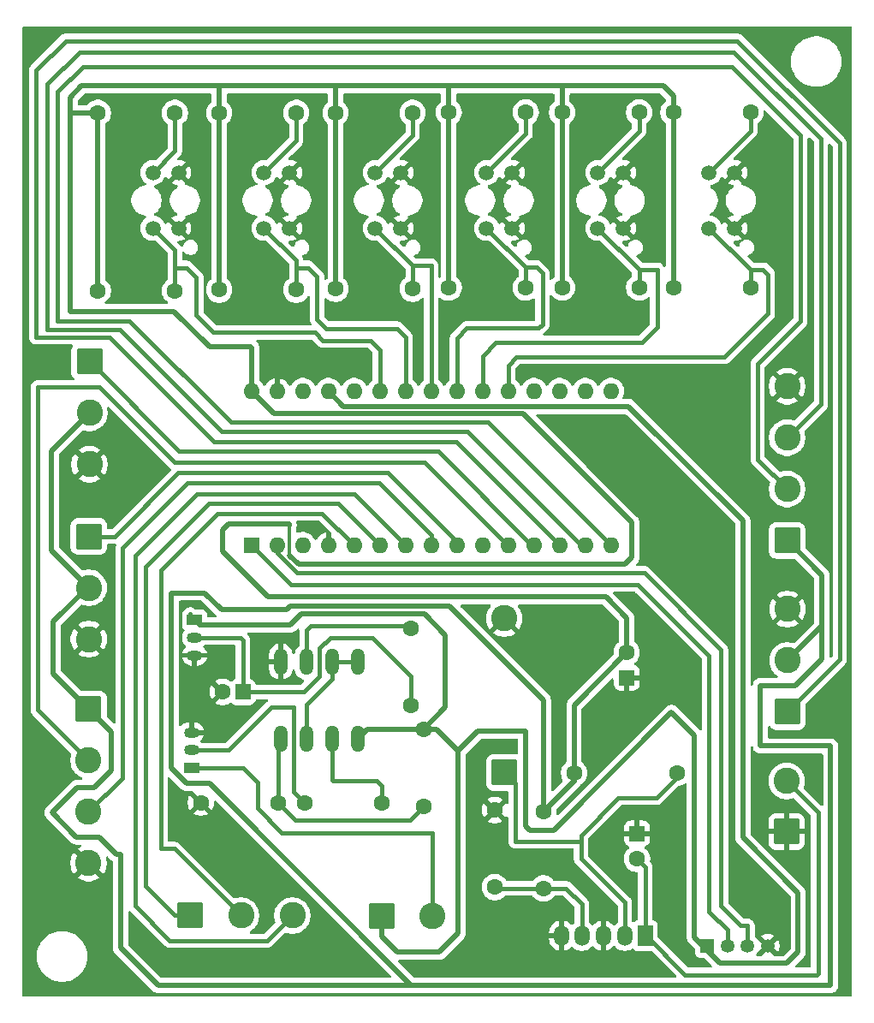
<source format=gbr>
%TF.GenerationSoftware,KiCad,Pcbnew,9.0.6*%
%TF.CreationDate,2025-12-12T00:08:18+03:00*%
%TF.ProjectId,SPO3,53504f33-2e6b-4696-9361-645f70636258,rev?*%
%TF.SameCoordinates,Original*%
%TF.FileFunction,Copper,L2,Bot*%
%TF.FilePolarity,Positive*%
%FSLAX46Y46*%
G04 Gerber Fmt 4.6, Leading zero omitted, Abs format (unit mm)*
G04 Created by KiCad (PCBNEW 9.0.6) date 2025-12-12 00:08:18*
%MOMM*%
%LPD*%
G01*
G04 APERTURE LIST*
G04 Aperture macros list*
%AMRoundRect*
0 Rectangle with rounded corners*
0 $1 Rounding radius*
0 $2 $3 $4 $5 $6 $7 $8 $9 X,Y pos of 4 corners*
0 Add a 4 corners polygon primitive as box body*
4,1,4,$2,$3,$4,$5,$6,$7,$8,$9,$2,$3,0*
0 Add four circle primitives for the rounded corners*
1,1,$1+$1,$2,$3*
1,1,$1+$1,$4,$5*
1,1,$1+$1,$6,$7*
1,1,$1+$1,$8,$9*
0 Add four rect primitives between the rounded corners*
20,1,$1+$1,$2,$3,$4,$5,0*
20,1,$1+$1,$4,$5,$6,$7,0*
20,1,$1+$1,$6,$7,$8,$9,0*
20,1,$1+$1,$8,$9,$2,$3,0*%
G04 Aperture macros list end*
%TA.AperFunction,ComponentPad*%
%ADD10O,1.500000X2.000000*%
%TD*%
%TA.AperFunction,ComponentPad*%
%ADD11R,1.500000X2.000000*%
%TD*%
%TA.AperFunction,ComponentPad*%
%ADD12O,1.500000X1.050000*%
%TD*%
%TA.AperFunction,ComponentPad*%
%ADD13R,1.500000X1.050000*%
%TD*%
%TA.AperFunction,ComponentPad*%
%ADD14C,1.600000*%
%TD*%
%TA.AperFunction,ComponentPad*%
%ADD15RoundRect,0.250000X0.550000X0.550000X-0.550000X0.550000X-0.550000X-0.550000X0.550000X-0.550000X0*%
%TD*%
%TA.AperFunction,ComponentPad*%
%ADD16O,1.320800X2.641600*%
%TD*%
%TA.AperFunction,ComponentPad*%
%ADD17RoundRect,0.250000X-1.050000X1.050000X-1.050000X-1.050000X1.050000X-1.050000X1.050000X1.050000X0*%
%TD*%
%TA.AperFunction,ComponentPad*%
%ADD18C,2.600000*%
%TD*%
%TA.AperFunction,ComponentPad*%
%ADD19RoundRect,0.250000X1.050000X-1.050000X1.050000X1.050000X-1.050000X1.050000X-1.050000X-1.050000X0*%
%TD*%
%TA.AperFunction,ComponentPad*%
%ADD20RoundRect,0.250000X0.550000X-0.550000X0.550000X0.550000X-0.550000X0.550000X-0.550000X-0.550000X0*%
%TD*%
%TA.AperFunction,ComponentPad*%
%ADD21RoundRect,0.250000X-0.550000X0.550000X-0.550000X-0.550000X0.550000X-0.550000X0.550000X0.550000X0*%
%TD*%
%TA.AperFunction,ComponentPad*%
%ADD22R,1.600000X1.600000*%
%TD*%
%TA.AperFunction,ComponentPad*%
%ADD23O,1.600000X1.600000*%
%TD*%
%TA.AperFunction,ComponentPad*%
%ADD24C,1.500000*%
%TD*%
%TA.AperFunction,ComponentPad*%
%ADD25RoundRect,0.250000X-1.050000X-1.050000X1.050000X-1.050000X1.050000X1.050000X-1.050000X1.050000X0*%
%TD*%
%TA.AperFunction,ComponentPad*%
%ADD26R,1.350000X1.350000*%
%TD*%
%TA.AperFunction,ComponentPad*%
%ADD27C,1.350000*%
%TD*%
%TA.AperFunction,Conductor*%
%ADD28C,0.400000*%
%TD*%
%TA.AperFunction,Conductor*%
%ADD29C,0.500000*%
%TD*%
%TA.AperFunction,Conductor*%
%ADD30C,0.350000*%
%TD*%
G04 APERTURE END LIST*
D10*
%TO.P,U11,5,~{ON}/OFF*%
%TO.N,GND*%
X164750000Y-146710000D03*
D11*
%TO.P,U11,1,VIN*%
%TO.N,+9V*%
X173000000Y-146710000D03*
D10*
%TO.P,U11,2,OUT*%
%TO.N,Net-(D1-K)*%
X171000000Y-146710000D03*
%TO.P,U11,3,GND*%
%TO.N,GND*%
X168850000Y-146710000D03*
%TO.P,U11,4,FB*%
%TO.N,Net-(U11-FB)*%
X166750000Y-146710000D03*
%TD*%
D12*
%TO.P,U7,3,GND*%
%TO.N,GND*%
X128440000Y-118980000D03*
%TO.P,U7,2,V_{OUT}*%
%TO.N,Net-(U7-V_{OUT})*%
X128440000Y-117250000D03*
D13*
%TO.P,U7,1,+V_{S}*%
%TO.N,+5V*%
X128440000Y-115480000D03*
%TD*%
D14*
%TO.P,C1,2*%
%TO.N,GND*%
X131215113Y-122600000D03*
D15*
%TO.P,C1,1*%
%TO.N,Net-(U7-V_{OUT})*%
X133215113Y-122600000D03*
%TD*%
D16*
%TO.P,U8,8,V+*%
%TO.N,+5V*%
X144590000Y-127220000D03*
%TO.P,U8,7*%
%TO.N,Net-(R14-Pad1)*%
X142050000Y-127220000D03*
%TO.P,U8,6,-*%
%TO.N,Net-(U8A--)*%
X139510000Y-127220000D03*
%TO.P,U8,5,+*%
%TO.N,Net-(U8B-+)*%
X136970000Y-127220000D03*
%TO.P,U8,4,V-*%
%TO.N,GND*%
X136970000Y-119600000D03*
%TO.P,U8,3,+*%
%TO.N,Net-(U8A-+)*%
X139510000Y-119600000D03*
%TO.P,U8,2,-*%
%TO.N,Net-(U8A--)*%
X142050000Y-119600000D03*
%TO.P,U8,1*%
X144590000Y-119600000D03*
%TD*%
D14*
%TO.P,R13,1*%
%TO.N,Net-(U7-V_{OUT})*%
X149860000Y-123930000D03*
%TO.P,R13,2*%
%TO.N,Net-(U8A-+)*%
X149860000Y-116310000D03*
%TD*%
%TO.P,R15,1*%
%TO.N,+5V*%
X151070000Y-126320000D03*
%TO.P,R15,2*%
%TO.N,Net-(U8B-+)*%
X151070000Y-133940000D03*
%TD*%
%TO.P,R14,1*%
%TO.N,Net-(R14-Pad1)*%
X146970000Y-133560000D03*
%TO.P,R14,2*%
%TO.N,Net-(Q1-B)*%
X139350000Y-133560000D03*
%TD*%
%TO.P,R16,1*%
%TO.N,Net-(U8B-+)*%
X136680000Y-133540000D03*
%TO.P,R16,2*%
%TO.N,GND*%
X129060000Y-133540000D03*
%TD*%
%TO.P,L1,2,2*%
%TO.N,/Vout*%
X165970000Y-130600000D03*
%TO.P,L1,1,1*%
%TO.N,Net-(D1-K)*%
X176130000Y-130600000D03*
%TD*%
D17*
%TO.P,M4,1,PWM*%
%TO.N,Net-(A1-D9)*%
X118047500Y-89925000D03*
D18*
%TO.P,M4,2,+*%
%TO.N,/Vout*%
X118047500Y-95005000D03*
%TO.P,M4,3,-*%
%TO.N,GND*%
X118047500Y-100085000D03*
%TD*%
D19*
%TO.P,D1,1,K*%
%TO.N,Net-(D1-K)*%
X159080000Y-130570000D03*
D18*
%TO.P,D1,2,A*%
%TO.N,GND*%
X159080000Y-115330000D03*
%TD*%
D14*
%TO.P,R18,1*%
%TO.N,Net-(U11-FB)*%
X162940000Y-142020000D03*
%TO.P,R18,2*%
%TO.N,/Vout*%
X162940000Y-134400000D03*
%TD*%
%TO.P,R17,1*%
%TO.N,Net-(U11-FB)*%
X158140000Y-141910000D03*
%TO.P,R17,2*%
%TO.N,GND*%
X158140000Y-134290000D03*
%TD*%
D20*
%TO.P,C4,1*%
%TO.N,GND*%
X171180000Y-121200000D03*
D14*
%TO.P,C4,2*%
%TO.N,/Vout*%
X171180000Y-118700000D03*
%TD*%
D21*
%TO.P,C3,1*%
%TO.N,GND*%
X172200000Y-136610000D03*
D14*
%TO.P,C3,2*%
%TO.N,+9V*%
X172200000Y-139110000D03*
%TD*%
D22*
%TO.P,A1,1,D1/TX*%
%TO.N,Net-(A1-D1{slash}TX)*%
X134060000Y-108080000D03*
D23*
%TO.P,A1,2,D0/RX*%
%TO.N,Net-(A1-D0{slash}RX)*%
X136600000Y-108080000D03*
%TO.P,A1,3,~{RESET}*%
%TO.N,unconnected-(A1-~{RESET}-Pad3)*%
X139140000Y-108080000D03*
%TO.P,A1,4,GND*%
%TO.N,GND*%
X141680000Y-108080000D03*
%TO.P,A1,5,D2*%
%TO.N,Net-(A1-D2)*%
X144220000Y-108080000D03*
%TO.P,A1,6,D3*%
%TO.N,Net-(A1-D3)*%
X146760000Y-108080000D03*
%TO.P,A1,7,D4*%
%TO.N,Net-(A1-D4)*%
X149300000Y-108080000D03*
%TO.P,A1,8,D5*%
%TO.N,Net-(A1-D5)*%
X151840000Y-108080000D03*
%TO.P,A1,9,D6*%
%TO.N,Net-(A1-D6)*%
X154380000Y-108080000D03*
%TO.P,A1,10,D7*%
%TO.N,unconnected-(A1-D7-Pad10)*%
X156920000Y-108080000D03*
%TO.P,A1,11,D8*%
%TO.N,Net-(A1-D8)*%
X159460000Y-108080000D03*
%TO.P,A1,12,D9*%
%TO.N,Net-(A1-D9)*%
X162000000Y-108080000D03*
%TO.P,A1,13,D10*%
%TO.N,Net-(A1-D10)*%
X164540000Y-108080000D03*
%TO.P,A1,14,D11*%
%TO.N,Net-(A1-D11)*%
X167080000Y-108080000D03*
%TO.P,A1,15,D12*%
%TO.N,Net-(A1-D12)*%
X169620000Y-108080000D03*
%TO.P,A1,16,D13*%
%TO.N,unconnected-(A1-D13-Pad16)*%
X169620000Y-92840000D03*
%TO.P,A1,17,3V3*%
%TO.N,unconnected-(A1-3V3-Pad17)*%
X167080000Y-92840000D03*
%TO.P,A1,18,AREF*%
%TO.N,unconnected-(A1-AREF-Pad18)*%
X164540000Y-92840000D03*
%TO.P,A1,19,A0*%
%TO.N,unconnected-(A1-A0-Pad19)*%
X162000000Y-92840000D03*
%TO.P,A1,20,A1*%
%TO.N,Net-(A1-A1)*%
X159460000Y-92840000D03*
%TO.P,A1,21,A2*%
%TO.N,Net-(A1-A2)*%
X156920000Y-92840000D03*
%TO.P,A1,22,A3*%
%TO.N,Net-(A1-A3)*%
X154380000Y-92840000D03*
%TO.P,A1,23,A4*%
%TO.N,Net-(A1-A4)*%
X151840000Y-92840000D03*
%TO.P,A1,24,A5*%
%TO.N,Net-(A1-A5)*%
X149300000Y-92840000D03*
%TO.P,A1,25,A6*%
%TO.N,Net-(A1-A6)*%
X146760000Y-92840000D03*
%TO.P,A1,26,A7*%
%TO.N,unconnected-(A1-A7-Pad26)*%
X144220000Y-92840000D03*
%TO.P,A1,27,+5V*%
%TO.N,+5V*%
X141680000Y-92840000D03*
%TO.P,A1,28,~{RESET}*%
%TO.N,unconnected-(A1-~{RESET}-Pad28)*%
X139140000Y-92840000D03*
%TO.P,A1,29,GND*%
%TO.N,GND*%
X136600000Y-92840000D03*
%TO.P,A1,30,VIN*%
%TO.N,/Vout*%
X134060000Y-92840000D03*
%TD*%
D19*
%TO.P,J7,1,Pin_1*%
%TO.N,GND*%
X187002500Y-136410000D03*
D18*
%TO.P,J7,2,Pin_2*%
%TO.N,+9V*%
X187002500Y-131410000D03*
%TD*%
D19*
%TO.P,M2,1,PWM*%
%TO.N,Net-(A1-D10)*%
X187072500Y-124565000D03*
D18*
%TO.P,M2,2,+*%
%TO.N,/Vout*%
X187072500Y-119485000D03*
%TO.P,M2,3,-*%
%TO.N,GND*%
X187072500Y-114405000D03*
%TD*%
D17*
%TO.P,M3,1,PWM*%
%TO.N,Net-(A1-D6)*%
X117980000Y-107215000D03*
D18*
%TO.P,M3,2,+*%
%TO.N,/Vout*%
X117980000Y-112295000D03*
%TO.P,M3,3,-*%
%TO.N,GND*%
X117980000Y-117375000D03*
%TD*%
D24*
%TO.P,U1,A*%
%TO.N,Net-(R2-Pad2)*%
X124320000Y-71230000D03*
%TO.P,U1,CATH*%
%TO.N,GND*%
X126860000Y-71230000D03*
%TO.P,U1,COLL*%
%TO.N,Net-(A1-A6)*%
X124320000Y-76730000D03*
%TO.P,U1,E*%
%TO.N,GND*%
X126860000Y-76730000D03*
%TD*%
%TO.P,U2,E*%
%TO.N,GND*%
X137850000Y-76730000D03*
%TO.P,U2,COLL*%
%TO.N,Net-(A1-A5)*%
X135310000Y-76730000D03*
%TO.P,U2,CATH*%
%TO.N,GND*%
X137850000Y-71230000D03*
%TO.P,U2,A*%
%TO.N,Net-(R4-Pad2)*%
X135310000Y-71230000D03*
%TD*%
%TO.P,U3,E*%
%TO.N,GND*%
X148860000Y-76730000D03*
%TO.P,U3,COLL*%
%TO.N,Net-(A1-A4)*%
X146320000Y-76730000D03*
%TO.P,U3,CATH*%
%TO.N,GND*%
X148860000Y-71230000D03*
%TO.P,U3,A*%
%TO.N,Net-(R6-Pad2)*%
X146320000Y-71230000D03*
%TD*%
%TO.P,U4,E*%
%TO.N,GND*%
X159860000Y-76730000D03*
%TO.P,U4,COLL*%
%TO.N,Net-(A1-A3)*%
X157320000Y-76730000D03*
%TO.P,U4,CATH*%
%TO.N,GND*%
X159860000Y-71230000D03*
%TO.P,U4,A*%
%TO.N,Net-(R8-Pad2)*%
X157320000Y-71230000D03*
%TD*%
%TO.P,U5,E*%
%TO.N,GND*%
X170860000Y-76730000D03*
%TO.P,U5,COLL*%
%TO.N,Net-(A1-A2)*%
X168320000Y-76730000D03*
%TO.P,U5,CATH*%
%TO.N,GND*%
X170860000Y-71230000D03*
%TO.P,U5,A*%
%TO.N,Net-(R10-Pad2)*%
X168320000Y-71230000D03*
%TD*%
%TO.P,U6,E*%
%TO.N,GND*%
X181860000Y-76730000D03*
%TO.P,U6,COLL*%
%TO.N,Net-(A1-A1)*%
X179320000Y-76730000D03*
%TO.P,U6,CATH*%
%TO.N,GND*%
X181860000Y-71230000D03*
%TO.P,U6,A*%
%TO.N,Net-(R12-Pad2)*%
X179320000Y-71230000D03*
%TD*%
D19*
%TO.P,U9,1,VCC*%
%TO.N,/Vout*%
X187050000Y-107610000D03*
D18*
%TO.P,U9,2,TRIG*%
%TO.N,Net-(A1-D12)*%
X187050000Y-102530000D03*
%TO.P,U9,3,ECHO*%
%TO.N,Net-(A1-D11)*%
X187050000Y-97450000D03*
%TO.P,U9,4,GND*%
%TO.N,GND*%
X187050000Y-92370000D03*
%TD*%
D17*
%TO.P,U10,1,VCC*%
%TO.N,/Vout*%
X117955000Y-124295000D03*
D18*
%TO.P,U10,2,TRIG*%
%TO.N,Net-(A1-D8)*%
X117955000Y-129375000D03*
%TO.P,U10,3,ECHO*%
%TO.N,Net-(A1-D5)*%
X117955000Y-134455000D03*
%TO.P,U10,4,GND*%
%TO.N,GND*%
X117955000Y-139535000D03*
%TD*%
D25*
%TO.P,J1,1,Pin_1*%
%TO.N,Net-(A1-D3)*%
X127955000Y-144712500D03*
D18*
%TO.P,J1,2,Pin_2*%
%TO.N,Net-(A1-D2)*%
X133035000Y-144712500D03*
%TO.P,J1,3,Pin_3*%
%TO.N,Net-(A1-D4)*%
X138115000Y-144712500D03*
%TD*%
D13*
%TO.P,Q1,1,C*%
%TO.N,Net-(M1--)*%
X128150000Y-130110000D03*
D12*
%TO.P,Q1,2,B*%
%TO.N,Net-(Q1-B)*%
X128150000Y-128340000D03*
%TO.P,Q1,3,E*%
%TO.N,GND*%
X128150000Y-126610000D03*
%TD*%
D26*
%TO.P,J4,1,Pin_1*%
%TO.N,+5V*%
X179130000Y-147710000D03*
D27*
%TO.P,J4,2,Pin_2*%
%TO.N,Net-(A1-D1{slash}TX)*%
X181130000Y-147710000D03*
%TO.P,J4,3,Pin_3*%
%TO.N,Net-(A1-D0{slash}RX)*%
X183130000Y-147710000D03*
%TO.P,J4,4,Pin_4*%
%TO.N,GND*%
X185130000Y-147710000D03*
%TD*%
D25*
%TO.P,M1,1,+*%
%TO.N,+5V*%
X146950000Y-144742500D03*
D18*
%TO.P,M1,2,-*%
%TO.N,Net-(M1--)*%
X151950000Y-144742500D03*
%TD*%
D14*
%TO.P,R12,2*%
%TO.N,Net-(R12-Pad2)*%
X183410000Y-65280000D03*
%TO.P,R12,1*%
%TO.N,/Vout*%
X175790000Y-65280000D03*
%TD*%
%TO.P,R11,2*%
%TO.N,Net-(A1-A1)*%
X183410000Y-82580000D03*
%TO.P,R11,1*%
%TO.N,/Vout*%
X175790000Y-82580000D03*
%TD*%
%TO.P,R10,2*%
%TO.N,Net-(R10-Pad2)*%
X172410000Y-65280000D03*
%TO.P,R10,1*%
%TO.N,/Vout*%
X164790000Y-65280000D03*
%TD*%
%TO.P,R9,2*%
%TO.N,Net-(A1-A2)*%
X172410000Y-82580000D03*
%TO.P,R9,1*%
%TO.N,/Vout*%
X164790000Y-82580000D03*
%TD*%
%TO.P,R8,2*%
%TO.N,Net-(R8-Pad2)*%
X161200000Y-65280000D03*
%TO.P,R8,1*%
%TO.N,/Vout*%
X153580000Y-65280000D03*
%TD*%
%TO.P,R7,2*%
%TO.N,Net-(A1-A3)*%
X161200000Y-82620000D03*
%TO.P,R7,1*%
%TO.N,/Vout*%
X153580000Y-82620000D03*
%TD*%
%TO.P,R6,1*%
%TO.N,/Vout*%
X142380000Y-65320000D03*
%TO.P,R6,2*%
%TO.N,Net-(R6-Pad2)*%
X150000000Y-65320000D03*
%TD*%
%TO.P,R5,2*%
%TO.N,Net-(A1-A4)*%
X150000000Y-82720000D03*
%TO.P,R5,1*%
%TO.N,/Vout*%
X142380000Y-82720000D03*
%TD*%
%TO.P,R4,2*%
%TO.N,Net-(R4-Pad2)*%
X138500000Y-65320000D03*
%TO.P,R4,1*%
%TO.N,/Vout*%
X130880000Y-65320000D03*
%TD*%
%TO.P,R3,2*%
%TO.N,Net-(A1-A5)*%
X138500000Y-82820000D03*
%TO.P,R3,1*%
%TO.N,/Vout*%
X130880000Y-82820000D03*
%TD*%
%TO.P,R2,1*%
%TO.N,/Vout*%
X118880000Y-65320000D03*
%TO.P,R2,2*%
%TO.N,Net-(R2-Pad2)*%
X126500000Y-65320000D03*
%TD*%
%TO.P,R1,2*%
%TO.N,Net-(A1-A6)*%
X126500000Y-82920000D03*
%TO.P,R1,1*%
%TO.N,/Vout*%
X118880000Y-82920000D03*
%TD*%
D28*
%TO.N,Net-(A1-A6)*%
X146760000Y-88760000D02*
X146760000Y-92840000D01*
X146720000Y-88720000D02*
X146760000Y-88760000D01*
X146710000Y-88720000D02*
X146720000Y-88720000D01*
X145820000Y-87830000D02*
X146710000Y-88720000D01*
X130310000Y-87040000D02*
X140340000Y-87040000D01*
X128610000Y-85340000D02*
X130310000Y-87040000D01*
X128610000Y-81580000D02*
X128610000Y-85340000D01*
X141130000Y-87830000D02*
X145820000Y-87830000D01*
X127660000Y-80630000D02*
X128610000Y-81580000D01*
X140340000Y-87040000D02*
X141130000Y-87830000D01*
X126500000Y-80630000D02*
X127660000Y-80630000D01*
%TO.N,Net-(A1-A5)*%
X148440000Y-86650000D02*
X149300000Y-87510000D01*
X141460000Y-86650000D02*
X148440000Y-86650000D01*
X149300000Y-87510000D02*
X149300000Y-92840000D01*
X140560000Y-85750000D02*
X141460000Y-86650000D01*
X140560000Y-81510000D02*
X140560000Y-85750000D01*
X138500000Y-80640000D02*
X139690000Y-80640000D01*
X139690000Y-80640000D02*
X140560000Y-81510000D01*
%TO.N,Net-(A1-A4)*%
X151840000Y-80410000D02*
X151840000Y-92840000D01*
X150000000Y-80410000D02*
X151840000Y-80410000D01*
%TO.N,Net-(A1-A3)*%
X154380000Y-87610000D02*
X154380000Y-92840000D01*
X162850000Y-86240000D02*
X162460000Y-86630000D01*
X162460000Y-86630000D02*
X155360000Y-86630000D01*
X162280000Y-80610000D02*
X162850000Y-81180000D01*
X155360000Y-86630000D02*
X154380000Y-87610000D01*
X161200000Y-80610000D02*
X162280000Y-80610000D01*
X162850000Y-81180000D02*
X162850000Y-86240000D01*
%TO.N,Net-(A1-A2)*%
X158240000Y-88050000D02*
X156920000Y-89370000D01*
X172660000Y-88050000D02*
X158240000Y-88050000D01*
X174190000Y-86520000D02*
X172660000Y-88050000D01*
X174190000Y-80820000D02*
X174190000Y-86520000D01*
X172410000Y-80820000D02*
X174190000Y-80820000D01*
X156920000Y-89370000D02*
X156920000Y-92840000D01*
D29*
%TO.N,+5V*%
X143189000Y-94349000D02*
X141680000Y-92840000D01*
X161271074Y-94349000D02*
X143189000Y-94349000D01*
X161282074Y-94360000D02*
X161271074Y-94349000D01*
X171373876Y-94360000D02*
X161282074Y-94360000D01*
X182670000Y-105656124D02*
X171373876Y-94360000D01*
X182670000Y-136990000D02*
X182670000Y-105656124D01*
X188140000Y-142460000D02*
X182670000Y-136990000D01*
X188140000Y-148320000D02*
X188140000Y-142460000D01*
X187010000Y-149450000D02*
X188140000Y-148320000D01*
X180430000Y-149450000D02*
X187010000Y-149450000D01*
X177870000Y-146890000D02*
X180430000Y-149450000D01*
X163960000Y-136270000D02*
X175610000Y-124620000D01*
X161210000Y-126450000D02*
X161210000Y-135850000D01*
X161210000Y-135850000D02*
X161630000Y-136270000D01*
X161630000Y-136270000D02*
X163960000Y-136270000D01*
X175610000Y-124620000D02*
X177870000Y-126880000D01*
X177870000Y-126880000D02*
X177870000Y-146890000D01*
X156470000Y-126450000D02*
X161210000Y-126450000D01*
X154470000Y-128450000D02*
X156470000Y-126450000D01*
%TO.N,/Vout*%
X171660000Y-105800000D02*
X160960000Y-95100000D01*
X160960000Y-95100000D02*
X136320000Y-95100000D01*
X170970000Y-110000000D02*
X171660000Y-109310000D01*
X171660000Y-109310000D02*
X171660000Y-105800000D01*
X138711364Y-110000000D02*
X170970000Y-110000000D01*
X136320000Y-95100000D02*
X134060000Y-92840000D01*
X137840000Y-109128636D02*
X138711364Y-110000000D01*
D28*
%TO.N,Net-(A1-D12)*%
X132040000Y-95920000D02*
X157460000Y-95920000D01*
X122010000Y-85890000D02*
X132040000Y-95920000D01*
X122010000Y-85880000D02*
X122010000Y-85890000D01*
X114870000Y-85880000D02*
X122010000Y-85880000D01*
X117370000Y-60760000D02*
X114870000Y-63260000D01*
X181580000Y-60760000D02*
X117370000Y-60760000D01*
X114870000Y-63260000D02*
X114870000Y-85880000D01*
X188370000Y-85908477D02*
X188370000Y-67550000D01*
X184140000Y-90138477D02*
X188370000Y-85908477D01*
X184140000Y-99620000D02*
X184140000Y-90138477D01*
X188370000Y-67550000D02*
X181580000Y-60760000D01*
X157460000Y-95920000D02*
X169620000Y-108080000D01*
X187050000Y-102530000D02*
X184140000Y-99620000D01*
%TO.N,Net-(A1-D11)*%
X166710000Y-108080000D02*
X167080000Y-108080000D01*
X155460000Y-96830000D02*
X166710000Y-108080000D01*
X131120000Y-96830000D02*
X155460000Y-96830000D01*
X121020000Y-86730000D02*
X131120000Y-96830000D01*
X113850000Y-86730000D02*
X121020000Y-86730000D01*
X113850000Y-62490000D02*
X113850000Y-86730000D01*
X181790000Y-59300000D02*
X117040000Y-59300000D01*
X117040000Y-59300000D02*
X113850000Y-62490000D01*
X190410000Y-67920000D02*
X181790000Y-59300000D01*
X190410000Y-94090000D02*
X190410000Y-67920000D01*
X187050000Y-97450000D02*
X190410000Y-94090000D01*
%TO.N,Net-(A1-D10)*%
X154320000Y-97860000D02*
X164540000Y-108080000D01*
X130400000Y-97860000D02*
X154320000Y-97860000D01*
X112750000Y-87530000D02*
X120070000Y-87530000D01*
X112750000Y-61130000D02*
X112750000Y-87530000D01*
X115680000Y-58200000D02*
X112750000Y-61130000D01*
X182120000Y-58200000D02*
X115680000Y-58200000D01*
X192250000Y-68330000D02*
X182120000Y-58200000D01*
X192250000Y-119387500D02*
X192250000Y-68330000D01*
X187072500Y-124565000D02*
X192250000Y-119387500D01*
X120070000Y-87530000D02*
X130400000Y-97860000D01*
%TO.N,Net-(A1-D9)*%
X161790000Y-108080000D02*
X162000000Y-108080000D01*
X152520000Y-98810000D02*
X161790000Y-108080000D01*
X126932500Y-98810000D02*
X152520000Y-98810000D01*
X118047500Y-89925000D02*
X126932500Y-98810000D01*
%TO.N,Net-(A1-D8)*%
X159410000Y-108080000D02*
X159460000Y-108080000D01*
X126430000Y-99880000D02*
X151210000Y-99880000D01*
X119010000Y-92460000D02*
X126430000Y-99880000D01*
X112960000Y-92460000D02*
X119010000Y-92460000D01*
X151210000Y-99880000D02*
X159410000Y-108080000D01*
X112960000Y-124380000D02*
X112960000Y-92460000D01*
X117955000Y-129375000D02*
X112960000Y-124380000D01*
%TO.N,Net-(A1-D6)*%
X154380000Y-107780000D02*
X154380000Y-108080000D01*
X147520000Y-100920000D02*
X154380000Y-107780000D01*
X126840000Y-100920000D02*
X147520000Y-100920000D01*
X120545000Y-107215000D02*
X126840000Y-100920000D01*
X117980000Y-107215000D02*
X120545000Y-107215000D01*
%TO.N,Net-(A1-D5)*%
X121310000Y-108380000D02*
X127740000Y-101950000D01*
X146720000Y-101950000D02*
X151840000Y-107070000D01*
X151840000Y-107070000D02*
X151840000Y-108080000D01*
X121310000Y-131100000D02*
X121310000Y-108380000D01*
X127740000Y-101950000D02*
X146720000Y-101950000D01*
X117955000Y-134455000D02*
X121310000Y-131100000D01*
%TO.N,Net-(A1-D4)*%
X144210000Y-102990000D02*
X149300000Y-108080000D01*
X122550000Y-109120000D02*
X128680000Y-102990000D01*
X126000000Y-147200000D02*
X122550000Y-143750000D01*
X122550000Y-143750000D02*
X122550000Y-109120000D01*
X135627500Y-147200000D02*
X126000000Y-147200000D01*
X138115000Y-144712500D02*
X135627500Y-147200000D01*
X128680000Y-102990000D02*
X144210000Y-102990000D01*
%TO.N,Net-(A1-D3)*%
X142600000Y-103920000D02*
X146760000Y-108080000D01*
X123570000Y-110200000D02*
X129850000Y-103920000D01*
X129850000Y-103920000D02*
X142600000Y-103920000D01*
X126462500Y-144712500D02*
X123570000Y-141820000D01*
X127955000Y-144712500D02*
X126462500Y-144712500D01*
X123570000Y-141820000D02*
X123570000Y-110200000D01*
%TO.N,Net-(A1-D2)*%
X125080000Y-138110000D02*
X125080000Y-110530000D01*
X125080000Y-110530000D02*
X130680000Y-104930000D01*
X130680000Y-104930000D02*
X141070000Y-104930000D01*
X126432500Y-138110000D02*
X125080000Y-138110000D01*
X141070000Y-104930000D02*
X144220000Y-108080000D01*
X133035000Y-144712500D02*
X126432500Y-138110000D01*
D29*
%TO.N,/Vout*%
X129910000Y-88460000D02*
X134020000Y-88460000D01*
X126420000Y-84970000D02*
X129910000Y-88460000D01*
X116110000Y-84970000D02*
X126420000Y-84970000D01*
X116110000Y-65320000D02*
X116110000Y-84970000D01*
X129650000Y-151610000D02*
X149970000Y-151610000D01*
D28*
X129640000Y-151620000D02*
X129650000Y-151610000D01*
D29*
X124820000Y-151620000D02*
X129640000Y-151620000D01*
X121130000Y-147930000D02*
X124820000Y-151620000D01*
X121130000Y-138650000D02*
X121130000Y-147930000D01*
X120710000Y-138650000D02*
X121130000Y-138650000D01*
X119000000Y-136940000D02*
X120710000Y-138650000D01*
X116830000Y-132020000D02*
X114340000Y-134510000D01*
X118550000Y-132020000D02*
X116830000Y-132020000D01*
X114340000Y-134510000D02*
X116770000Y-136940000D01*
X120230000Y-130340000D02*
X118550000Y-132020000D01*
X116770000Y-136940000D02*
X119000000Y-136940000D01*
X117955000Y-124295000D02*
X120230000Y-126570000D01*
X120230000Y-126570000D02*
X120230000Y-130340000D01*
D28*
%TO.N,+5V*%
X128920000Y-115960000D02*
X128440000Y-115480000D01*
D29*
X138990000Y-114910000D02*
X137940000Y-115960000D01*
X137940000Y-115960000D02*
X128920000Y-115960000D01*
X153250000Y-124140000D02*
X153250000Y-116980000D01*
X151180000Y-114910000D02*
X138990000Y-114910000D01*
X151070000Y-126320000D02*
X153250000Y-124140000D01*
X153250000Y-116980000D02*
X151180000Y-114910000D01*
%TO.N,/Vout*%
X135690000Y-113210000D02*
X169110000Y-113210000D01*
X131200000Y-108720000D02*
X135690000Y-113210000D01*
X131200000Y-106600000D02*
X131200000Y-108720000D01*
X131820000Y-105980000D02*
X131200000Y-106600000D01*
X169110000Y-113210000D02*
X171180000Y-115280000D01*
X137780000Y-105980000D02*
X131820000Y-105980000D01*
X171180000Y-115280000D02*
X171180000Y-118700000D01*
X162940000Y-123411479D02*
X162940000Y-134400000D01*
X153638521Y-114110000D02*
X162940000Y-123411479D01*
X137910000Y-114110000D02*
X153638521Y-114110000D01*
X137540000Y-114480000D02*
X137910000Y-114110000D01*
X131111000Y-114480000D02*
X137540000Y-114480000D01*
X129431000Y-112800000D02*
X131111000Y-114480000D01*
X126160000Y-112800000D02*
X129431000Y-112800000D01*
X126160000Y-130147000D02*
X126160000Y-112800000D01*
X127683000Y-131670000D02*
X126160000Y-130147000D01*
X129935000Y-131670000D02*
X127683000Y-131670000D01*
X149875000Y-151610000D02*
X129935000Y-131670000D01*
X184410000Y-121970000D02*
X184410000Y-127940000D01*
X191360000Y-151610000D02*
X149875000Y-151610000D01*
X190500000Y-119350000D02*
X187880000Y-121970000D01*
X190500000Y-112130000D02*
X190500000Y-119350000D01*
D28*
X184410000Y-127940000D02*
X184420000Y-127950000D01*
D29*
X187880000Y-121970000D02*
X184410000Y-121970000D01*
X184420000Y-127950000D02*
X191360000Y-127950000D01*
X191360000Y-127950000D02*
X191360000Y-151610000D01*
D28*
%TO.N,+5V*%
X127910000Y-115000000D02*
X128000000Y-114910000D01*
%TO.N,Net-(U7-V_{OUT})*%
X133010000Y-117250000D02*
X128440000Y-117250000D01*
X133215113Y-117455113D02*
X133010000Y-117250000D01*
%TO.N,+9V*%
X190110000Y-150400000D02*
X190110000Y-134517500D01*
X176970000Y-150570000D02*
X189940000Y-150570000D01*
X190110000Y-134517500D02*
X187002500Y-131410000D01*
X173110000Y-146710000D02*
X176970000Y-150570000D01*
X173000000Y-146710000D02*
X173110000Y-146710000D01*
X189940000Y-150570000D02*
X190110000Y-150400000D01*
%TO.N,Net-(A1-D1{slash}TX)*%
X172310000Y-111990000D02*
X137970000Y-111990000D01*
X179320000Y-119000000D02*
X172310000Y-111990000D01*
X179320000Y-144300000D02*
X179320000Y-119000000D01*
X181130000Y-146110000D02*
X179320000Y-144300000D01*
X181130000Y-147710000D02*
X181130000Y-146110000D01*
X137970000Y-111990000D02*
X134060000Y-108080000D01*
%TO.N,Net-(A1-D0{slash}RX)*%
X136600000Y-108880000D02*
X136600000Y-108080000D01*
X180510000Y-118430000D02*
X172910000Y-110830000D01*
X180510000Y-143760000D02*
X180510000Y-118430000D01*
X182450000Y-145700000D02*
X180510000Y-143760000D01*
X183090000Y-145700000D02*
X182450000Y-145700000D01*
X183130000Y-145740000D02*
X183090000Y-145700000D01*
X183130000Y-147710000D02*
X183130000Y-145740000D01*
X172910000Y-110830000D02*
X138550000Y-110830000D01*
X138550000Y-110830000D02*
X136600000Y-108880000D01*
%TO.N,Net-(U8A-+)*%
X139510000Y-116520000D02*
X139510000Y-119600000D01*
X139960000Y-116070000D02*
X139510000Y-116520000D01*
X149620000Y-116070000D02*
X139960000Y-116070000D01*
X149860000Y-116310000D02*
X149620000Y-116070000D01*
%TO.N,/Vout*%
X190500000Y-112130000D02*
X190500000Y-116057500D01*
D29*
X117955000Y-124295000D02*
X114480000Y-120820000D01*
X114480000Y-120820000D02*
X114480000Y-115620000D01*
X114480000Y-115620000D02*
X117805000Y-112295000D01*
D28*
X117805000Y-112295000D02*
X117980000Y-112295000D01*
D29*
X114260000Y-98792500D02*
X118047500Y-95005000D01*
X114260000Y-108575000D02*
X114260000Y-98792500D01*
X117980000Y-112295000D02*
X114260000Y-108575000D01*
D28*
%TO.N,Net-(D1-K)*%
X160180000Y-137360000D02*
X160180000Y-131670000D01*
X160180000Y-131670000D02*
X159080000Y-130570000D01*
X166610000Y-137360000D02*
X160180000Y-137360000D01*
X166650000Y-137320000D02*
X166610000Y-137360000D01*
%TO.N,Net-(M1--)*%
X151960000Y-144732500D02*
X151950000Y-144742500D01*
X137060000Y-136520000D02*
X151960000Y-136520000D01*
X134650000Y-134110000D02*
X137060000Y-136520000D01*
X134650000Y-131550000D02*
X134650000Y-134110000D01*
X128150000Y-130110000D02*
X133210000Y-130110000D01*
X133210000Y-130110000D02*
X134650000Y-131550000D01*
X151960000Y-136520000D02*
X151960000Y-144732500D01*
%TO.N,+9V*%
X173000000Y-139910000D02*
X173000000Y-146710000D01*
X172200000Y-139110000D02*
X173000000Y-139910000D01*
%TO.N,Net-(U11-FB)*%
X166750000Y-143570000D02*
X165200000Y-142020000D01*
X166750000Y-146710000D02*
X166750000Y-143570000D01*
X165200000Y-142020000D02*
X162940000Y-142020000D01*
%TO.N,Net-(D1-K)*%
X171000000Y-143430000D02*
X170550000Y-142980000D01*
X171000000Y-146710000D02*
X171000000Y-143430000D01*
%TO.N,Net-(U7-V_{OUT})*%
X139230000Y-122600000D02*
X133215113Y-122600000D01*
X140800000Y-118256709D02*
X140800000Y-121030000D01*
X146030000Y-117220000D02*
X141836709Y-117220000D01*
X141836709Y-117220000D02*
X140800000Y-118256709D01*
X149860000Y-121050000D02*
X146030000Y-117220000D01*
X140800000Y-121030000D02*
X139230000Y-122600000D01*
X149860000Y-123930000D02*
X149860000Y-121050000D01*
%TO.N,Net-(U8A--)*%
X139510000Y-123840000D02*
X142050000Y-121300000D01*
X139510000Y-127220000D02*
X139510000Y-123840000D01*
X142050000Y-121300000D02*
X142050000Y-119600000D01*
D29*
%TO.N,+5V*%
X145490000Y-126320000D02*
X144590000Y-127220000D01*
X151070000Y-126320000D02*
X145490000Y-126320000D01*
D28*
%TO.N,Net-(U8B-+)*%
X149740000Y-135270000D02*
X151070000Y-133940000D01*
X138410000Y-135270000D02*
X149740000Y-135270000D01*
X136680000Y-133540000D02*
X138410000Y-135270000D01*
D29*
%TO.N,+5V*%
X152340000Y-126320000D02*
X154470000Y-128450000D01*
X151070000Y-126320000D02*
X152340000Y-126320000D01*
%TO.N,/Vout*%
X190500000Y-116057500D02*
X187072500Y-119485000D01*
X190500000Y-111060000D02*
X190500000Y-112130000D01*
X187050000Y-107610000D02*
X190500000Y-111060000D01*
%TO.N,+5V*%
X146950000Y-146830000D02*
X146950000Y-144742500D01*
X148450000Y-148330000D02*
X146950000Y-146830000D01*
X152630000Y-148330000D02*
X148450000Y-148330000D01*
X154470000Y-146490000D02*
X152630000Y-148330000D01*
X154470000Y-128450000D02*
X154470000Y-146490000D01*
D28*
%TO.N,Net-(U8B-+)*%
X136680000Y-127510000D02*
X136970000Y-127220000D01*
X136680000Y-133540000D02*
X136680000Y-127510000D01*
%TO.N,Net-(Q1-B)*%
X128150000Y-128340000D02*
X131820000Y-128340000D01*
X136050000Y-124110000D02*
X138250000Y-124110000D01*
X138250000Y-124110000D02*
X138250000Y-132460000D01*
X131820000Y-128340000D02*
X136050000Y-124110000D01*
X138250000Y-132460000D02*
X139350000Y-133560000D01*
%TO.N,Net-(U8A--)*%
X142050000Y-119600000D02*
X144590000Y-119600000D01*
%TO.N,Net-(U7-V_{OUT})*%
X133215113Y-117455113D02*
X133215113Y-122600000D01*
%TO.N,Net-(R14-Pad1)*%
X146490000Y-131380000D02*
X142160000Y-131380000D01*
X142160000Y-131380000D02*
X142050000Y-131270000D01*
X142050000Y-131270000D02*
X142050000Y-127220000D01*
X146970000Y-131860000D02*
X146490000Y-131380000D01*
X146970000Y-133560000D02*
X146970000Y-131860000D01*
%TO.N,Net-(D1-K)*%
X166650000Y-137320000D02*
X166650000Y-136770000D01*
D29*
%TO.N,/Vout*%
X165970000Y-123910000D02*
X171180000Y-118700000D01*
X165970000Y-130600000D02*
X165970000Y-123910000D01*
D28*
X165970000Y-131370000D02*
X165970000Y-130600000D01*
D29*
X162940000Y-134400000D02*
X165970000Y-131370000D01*
D28*
%TO.N,Net-(U11-FB)*%
X158250000Y-142020000D02*
X158140000Y-141910000D01*
X162940000Y-142020000D02*
X158250000Y-142020000D01*
%TO.N,Net-(D1-K)*%
X176130000Y-131050000D02*
X176130000Y-130600000D01*
X166650000Y-136770000D02*
X170350000Y-133070000D01*
X166650000Y-139080000D02*
X166650000Y-137320000D01*
X170550000Y-142980000D02*
X166650000Y-139080000D01*
X170350000Y-133070000D02*
X174110000Y-133070000D01*
X174110000Y-133070000D02*
X176130000Y-131050000D01*
%TO.N,/Vout*%
X134020000Y-88460000D02*
X134060000Y-88500000D01*
D29*
X134060000Y-88500000D02*
X134060000Y-92840000D01*
X130880000Y-65320000D02*
X130880000Y-62680000D01*
D28*
X130880000Y-62680000D02*
X130890000Y-62670000D01*
D29*
X130890000Y-62670000D02*
X142360000Y-62670000D01*
X130880000Y-65320000D02*
X130880000Y-82820000D01*
X142360000Y-62670000D02*
X153630000Y-62670000D01*
X142380000Y-65320000D02*
X142380000Y-62690000D01*
D28*
X142380000Y-62690000D02*
X142360000Y-62670000D01*
X131120000Y-82610000D02*
X131110000Y-82620000D01*
D29*
X153580000Y-65280000D02*
X153580000Y-62720000D01*
D28*
X153580000Y-62720000D02*
X153630000Y-62670000D01*
D29*
X153630000Y-62670000D02*
X164780000Y-62670000D01*
X142380000Y-65320000D02*
X142380000Y-82720000D01*
X153580000Y-65280000D02*
X153580000Y-82320000D01*
X164790000Y-65280000D02*
X164790000Y-62680000D01*
X164780000Y-62670000D02*
X174810000Y-62670000D01*
D28*
X164790000Y-62680000D02*
X164780000Y-62670000D01*
X142380000Y-82720000D02*
X142480000Y-82820000D01*
X153580000Y-82320000D02*
X153880000Y-82620000D01*
D29*
X164790000Y-65280000D02*
X164790000Y-82290000D01*
X174810000Y-62670000D02*
X175790000Y-63650000D01*
D28*
X164790000Y-82290000D02*
X165080000Y-82580000D01*
D29*
X175790000Y-63650000D02*
X175790000Y-65280000D01*
X175790000Y-65280000D02*
X175790000Y-82030000D01*
D28*
X175790000Y-82030000D02*
X176180000Y-82420000D01*
X119380000Y-82720000D02*
X118890000Y-82230000D01*
D29*
X118880000Y-65320000D02*
X118880000Y-82820000D01*
D28*
X118890000Y-65330000D02*
X118880000Y-65320000D01*
X118880000Y-82820000D02*
X118980000Y-82920000D01*
%TO.N,Net-(A1-A6)*%
X126500000Y-78910000D02*
X124320000Y-76730000D01*
X126500000Y-80630000D02*
X126500000Y-78910000D01*
%TO.N,Net-(R2-Pad2)*%
X126500000Y-69050000D02*
X124320000Y-71230000D01*
%TO.N,Net-(A1-A1)*%
X159460000Y-90310000D02*
X159460000Y-92840000D01*
X180810000Y-89480000D02*
X160290000Y-89480000D01*
X185160000Y-85130000D02*
X180810000Y-89480000D01*
X185160000Y-81310000D02*
X185160000Y-85130000D01*
X184670000Y-80820000D02*
X185160000Y-81310000D01*
X160290000Y-89480000D02*
X159460000Y-90310000D01*
X183410000Y-80820000D02*
X184670000Y-80820000D01*
%TO.N,Net-(A1-A5)*%
X138500000Y-80640000D02*
X138500000Y-79920000D01*
%TO.N,Net-(A1-A6)*%
X126500000Y-82920000D02*
X126500000Y-80630000D01*
%TO.N,Net-(A1-A5)*%
X138500000Y-82820000D02*
X138500000Y-80640000D01*
X138500000Y-79920000D02*
X135310000Y-76730000D01*
%TO.N,Net-(A1-A3)*%
X161200000Y-80610000D02*
X157320000Y-76730000D01*
%TO.N,Net-(A1-A2)*%
X172410000Y-82580000D02*
X172410000Y-80820000D01*
%TO.N,Net-(R4-Pad2)*%
X138500000Y-68040000D02*
X135310000Y-71230000D01*
%TO.N,Net-(R10-Pad2)*%
X172410000Y-67140000D02*
X168320000Y-71230000D01*
%TO.N,Net-(R6-Pad2)*%
X150000000Y-65320000D02*
X150000000Y-67550000D01*
%TO.N,Net-(A1-A2)*%
X172410000Y-80820000D02*
X168320000Y-76730000D01*
%TO.N,Net-(A1-A1)*%
X183410000Y-82580000D02*
X183410000Y-80820000D01*
%TO.N,Net-(R8-Pad2)*%
X161200000Y-67350000D02*
X157320000Y-71230000D01*
%TO.N,Net-(A1-A1)*%
X183410000Y-80820000D02*
X179320000Y-76730000D01*
%TO.N,Net-(A1-A3)*%
X161200000Y-82620000D02*
X161200000Y-80610000D01*
%TO.N,Net-(R12-Pad2)*%
X183410000Y-67140000D02*
X179320000Y-71230000D01*
%TO.N,Net-(R6-Pad2)*%
X150000000Y-67550000D02*
X146320000Y-71230000D01*
%TO.N,Net-(R10-Pad2)*%
X172410000Y-65280000D02*
X172410000Y-67140000D01*
%TO.N,Net-(A1-A4)*%
X150000000Y-80410000D02*
X146320000Y-76730000D01*
X150000000Y-82720000D02*
X150000000Y-80410000D01*
%TO.N,Net-(R12-Pad2)*%
X183410000Y-65280000D02*
X183410000Y-67140000D01*
%TO.N,Net-(R8-Pad2)*%
X161200000Y-65280000D02*
X161200000Y-67350000D01*
%TO.N,Net-(R4-Pad2)*%
X138500000Y-65320000D02*
X138500000Y-68040000D01*
%TO.N,Net-(R2-Pad2)*%
X126500000Y-65320000D02*
X126500000Y-69050000D01*
D29*
%TO.N,/Vout*%
X118880000Y-65320000D02*
X116110000Y-65320000D01*
X117240000Y-62670000D02*
X130890000Y-62670000D01*
X116110000Y-63800000D02*
X117240000Y-62670000D01*
X116110000Y-65320000D02*
X116110000Y-63800000D01*
D28*
X137780000Y-105980000D02*
X137840000Y-106040000D01*
D30*
X137840000Y-106040000D02*
X137840000Y-108940000D01*
%TD*%
%TA.AperFunction,Conductor*%
%TO.N,GND*%
G36*
X125985703Y-131034516D02*
G01*
X125992181Y-131040548D01*
X127100049Y-132148416D01*
X127156133Y-132204500D01*
X127204585Y-132252952D01*
X127327498Y-132335080D01*
X127327511Y-132335087D01*
X127462513Y-132391006D01*
X127464087Y-132391658D01*
X127464091Y-132391658D01*
X127464092Y-132391659D01*
X127609079Y-132420500D01*
X127609082Y-132420500D01*
X128242691Y-132420500D01*
X128309730Y-132440185D01*
X128330372Y-132456819D01*
X129013554Y-133140000D01*
X129007339Y-133140000D01*
X128905606Y-133167259D01*
X128814394Y-133219920D01*
X128739920Y-133294394D01*
X128687259Y-133385606D01*
X128660000Y-133487339D01*
X128660000Y-133493553D01*
X127980524Y-132814077D01*
X127980523Y-132814077D01*
X127948143Y-132858644D01*
X127855244Y-133040968D01*
X127792009Y-133235582D01*
X127760000Y-133437682D01*
X127760000Y-133642317D01*
X127792009Y-133844417D01*
X127855244Y-134039031D01*
X127948141Y-134221350D01*
X127948147Y-134221359D01*
X127980523Y-134265921D01*
X127980524Y-134265922D01*
X128660000Y-133586446D01*
X128660000Y-133592661D01*
X128687259Y-133694394D01*
X128739920Y-133785606D01*
X128814394Y-133860080D01*
X128905606Y-133912741D01*
X129007339Y-133940000D01*
X129013553Y-133940000D01*
X128334076Y-134619474D01*
X128378650Y-134651859D01*
X128560968Y-134744755D01*
X128755582Y-134807990D01*
X128957683Y-134840000D01*
X129162317Y-134840000D01*
X129364417Y-134807990D01*
X129559031Y-134744755D01*
X129741349Y-134651859D01*
X129785921Y-134619474D01*
X129106447Y-133940000D01*
X129112661Y-133940000D01*
X129214394Y-133912741D01*
X129305606Y-133860080D01*
X129380080Y-133785606D01*
X129432741Y-133694394D01*
X129460000Y-133592661D01*
X129460000Y-133586446D01*
X130139474Y-134265921D01*
X130171859Y-134221349D01*
X130264755Y-134039031D01*
X130327990Y-133844417D01*
X130360000Y-133642317D01*
X130360000Y-133455729D01*
X130379685Y-133388690D01*
X130432489Y-133342935D01*
X130501647Y-133332991D01*
X130565203Y-133362016D01*
X130571667Y-133368035D01*
X139011281Y-141807648D01*
X147851452Y-150647819D01*
X147884937Y-150709142D01*
X147879953Y-150778834D01*
X147838081Y-150834767D01*
X147772617Y-150859184D01*
X147763771Y-150859500D01*
X129576081Y-150859500D01*
X129537790Y-150867117D01*
X129513597Y-150869500D01*
X125182230Y-150869500D01*
X125115191Y-150849815D01*
X125094549Y-150833181D01*
X121916819Y-147655451D01*
X121883334Y-147594128D01*
X121880500Y-147567770D01*
X121880500Y-144370520D01*
X121900185Y-144303481D01*
X121952989Y-144257726D01*
X122022147Y-144247782D01*
X122085703Y-144276807D01*
X122092181Y-144282839D01*
X125553454Y-147744112D01*
X125668192Y-147820777D01*
X125795667Y-147873578D01*
X125795672Y-147873580D01*
X125795676Y-147873580D01*
X125795677Y-147873581D01*
X125931003Y-147900500D01*
X125931006Y-147900500D01*
X135696496Y-147900500D01*
X135787540Y-147882389D01*
X135831828Y-147873580D01*
X135895569Y-147847177D01*
X135959307Y-147820777D01*
X135959308Y-147820776D01*
X135959311Y-147820775D01*
X136074043Y-147744114D01*
X137378872Y-146439283D01*
X137440193Y-146405800D01*
X137509884Y-146410784D01*
X137513967Y-146412391D01*
X137535007Y-146421106D01*
X137762986Y-146482193D01*
X137996989Y-146513000D01*
X137996996Y-146513000D01*
X138233004Y-146513000D01*
X138233011Y-146513000D01*
X138467014Y-146482193D01*
X138694993Y-146421106D01*
X138913049Y-146330784D01*
X139117450Y-146212773D01*
X139304699Y-146069092D01*
X139471592Y-145902199D01*
X139615273Y-145714950D01*
X139733284Y-145510549D01*
X139823606Y-145292493D01*
X139884693Y-145064514D01*
X139915500Y-144830511D01*
X139915500Y-144594489D01*
X139884693Y-144360486D01*
X139823606Y-144132507D01*
X139733284Y-143914451D01*
X139733282Y-143914448D01*
X139733280Y-143914443D01*
X139688743Y-143837304D01*
X139615273Y-143710050D01*
X139484562Y-143539704D01*
X139471593Y-143522802D01*
X139471587Y-143522795D01*
X139304704Y-143355912D01*
X139304697Y-143355906D01*
X139117454Y-143212230D01*
X139117453Y-143212229D01*
X139117450Y-143212227D01*
X139035957Y-143165177D01*
X138913056Y-143094219D01*
X138913045Y-143094214D01*
X138694993Y-143003894D01*
X138503192Y-142952501D01*
X138467014Y-142942807D01*
X138467013Y-142942806D01*
X138467010Y-142942806D01*
X138233020Y-142912001D01*
X138233017Y-142912000D01*
X138233011Y-142912000D01*
X137996989Y-142912000D01*
X137996983Y-142912000D01*
X137996979Y-142912001D01*
X137762989Y-142942806D01*
X137535006Y-143003894D01*
X137316954Y-143094214D01*
X137316943Y-143094219D01*
X137112545Y-143212230D01*
X136925302Y-143355906D01*
X136925295Y-143355912D01*
X136758412Y-143522795D01*
X136758406Y-143522802D01*
X136614730Y-143710045D01*
X136496719Y-143914443D01*
X136496714Y-143914454D01*
X136406394Y-144132506D01*
X136345306Y-144360489D01*
X136314501Y-144594479D01*
X136314500Y-144594495D01*
X136314500Y-144830504D01*
X136314501Y-144830520D01*
X136345306Y-145064510D01*
X136406396Y-145292501D01*
X136415092Y-145313493D01*
X136422562Y-145382962D01*
X136391288Y-145445442D01*
X136388213Y-145448628D01*
X135373662Y-146463181D01*
X135312339Y-146496666D01*
X135285981Y-146499500D01*
X134003598Y-146499500D01*
X133936559Y-146479815D01*
X133890804Y-146427011D01*
X133880860Y-146357853D01*
X133909885Y-146294297D01*
X133941598Y-146268113D01*
X133953648Y-146261156D01*
X134037450Y-146212773D01*
X134224699Y-146069092D01*
X134391592Y-145902199D01*
X134535273Y-145714950D01*
X134653284Y-145510549D01*
X134743606Y-145292493D01*
X134804693Y-145064514D01*
X134835500Y-144830511D01*
X134835500Y-144594489D01*
X134804693Y-144360486D01*
X134743606Y-144132507D01*
X134653284Y-143914451D01*
X134653282Y-143914448D01*
X134653280Y-143914443D01*
X134608743Y-143837304D01*
X134535273Y-143710050D01*
X134404562Y-143539704D01*
X134391593Y-143522802D01*
X134391587Y-143522795D01*
X134224704Y-143355912D01*
X134224697Y-143355906D01*
X134037454Y-143212230D01*
X134037453Y-143212229D01*
X134037450Y-143212227D01*
X133955957Y-143165177D01*
X133833056Y-143094219D01*
X133833045Y-143094214D01*
X133614993Y-143003894D01*
X133423192Y-142952501D01*
X133387014Y-142942807D01*
X133387013Y-142942806D01*
X133387010Y-142942806D01*
X133153020Y-142912001D01*
X133153017Y-142912000D01*
X133153011Y-142912000D01*
X132916989Y-142912000D01*
X132916983Y-142912000D01*
X132916979Y-142912001D01*
X132682989Y-142942806D01*
X132455003Y-143003895D01*
X132434002Y-143012594D01*
X132364533Y-143020061D01*
X132302054Y-142988786D01*
X132298870Y-142985713D01*
X126879046Y-137565888D01*
X126879045Y-137565887D01*
X126764307Y-137489222D01*
X126636832Y-137436421D01*
X126636822Y-137436418D01*
X126501496Y-137409500D01*
X126501494Y-137409500D01*
X126501493Y-137409500D01*
X125904500Y-137409500D01*
X125837461Y-137389815D01*
X125791706Y-137337011D01*
X125780500Y-137285500D01*
X125780500Y-131128229D01*
X125800185Y-131061190D01*
X125852989Y-131015435D01*
X125922147Y-131005491D01*
X125985703Y-131034516D01*
G37*
%TD.AperFunction*%
%TA.AperFunction,Conductor*%
G36*
X160402539Y-127220185D02*
G01*
X160448294Y-127272989D01*
X160459500Y-127324500D01*
X160459500Y-128666834D01*
X160439815Y-128733873D01*
X160387011Y-128779628D01*
X160317853Y-128789572D01*
X160296500Y-128784541D01*
X160282800Y-128780002D01*
X160282795Y-128780000D01*
X160180010Y-128769500D01*
X157979998Y-128769500D01*
X157979981Y-128769501D01*
X157877203Y-128780000D01*
X157877200Y-128780001D01*
X157710668Y-128835185D01*
X157710663Y-128835187D01*
X157561342Y-128927289D01*
X157437289Y-129051342D01*
X157345187Y-129200663D01*
X157345185Y-129200668D01*
X157326526Y-129256979D01*
X157290001Y-129367203D01*
X157290001Y-129367204D01*
X157290000Y-129367204D01*
X157279500Y-129469983D01*
X157279500Y-131670001D01*
X157279501Y-131670018D01*
X157290000Y-131772790D01*
X157290001Y-131772799D01*
X157329960Y-131893385D01*
X157345186Y-131939334D01*
X157437288Y-132088656D01*
X157561344Y-132212712D01*
X157710666Y-132304814D01*
X157877203Y-132359999D01*
X157979991Y-132370500D01*
X159355500Y-132370499D01*
X159422539Y-132390184D01*
X159468294Y-132442987D01*
X159479500Y-132494499D01*
X159479500Y-133540454D01*
X159459815Y-133607493D01*
X159407011Y-133653248D01*
X159337853Y-133663192D01*
X159274297Y-133634167D01*
X159255513Y-133612019D01*
X159254724Y-133612593D01*
X159219474Y-133564077D01*
X159219474Y-133564076D01*
X158540000Y-134243551D01*
X158540000Y-134237339D01*
X158512741Y-134135606D01*
X158460080Y-134044394D01*
X158385606Y-133969920D01*
X158294394Y-133917259D01*
X158192661Y-133890000D01*
X158186446Y-133890000D01*
X158865922Y-133210524D01*
X158865921Y-133210523D01*
X158821359Y-133178147D01*
X158821350Y-133178141D01*
X158639031Y-133085244D01*
X158444417Y-133022009D01*
X158242317Y-132990000D01*
X158037683Y-132990000D01*
X157835582Y-133022009D01*
X157640968Y-133085244D01*
X157458644Y-133178143D01*
X157414077Y-133210523D01*
X157414077Y-133210524D01*
X158093554Y-133890000D01*
X158087339Y-133890000D01*
X157985606Y-133917259D01*
X157894394Y-133969920D01*
X157819920Y-134044394D01*
X157767259Y-134135606D01*
X157740000Y-134237339D01*
X157740000Y-134243553D01*
X157060524Y-133564077D01*
X157060523Y-133564077D01*
X157028143Y-133608644D01*
X156935244Y-133790968D01*
X156872009Y-133985582D01*
X156840000Y-134187682D01*
X156840000Y-134392317D01*
X156872009Y-134594417D01*
X156935244Y-134789031D01*
X157028141Y-134971350D01*
X157028147Y-134971359D01*
X157060523Y-135015921D01*
X157060524Y-135015922D01*
X157740000Y-134336446D01*
X157740000Y-134342661D01*
X157767259Y-134444394D01*
X157819920Y-134535606D01*
X157894394Y-134610080D01*
X157985606Y-134662741D01*
X158087339Y-134690000D01*
X158093553Y-134690000D01*
X157414076Y-135369474D01*
X157458650Y-135401859D01*
X157640968Y-135494755D01*
X157835582Y-135557990D01*
X158037683Y-135590000D01*
X158242317Y-135590000D01*
X158444417Y-135557990D01*
X158639031Y-135494755D01*
X158821349Y-135401859D01*
X158865921Y-135369474D01*
X158186447Y-134690000D01*
X158192661Y-134690000D01*
X158294394Y-134662741D01*
X158385606Y-134610080D01*
X158460080Y-134535606D01*
X158512741Y-134444394D01*
X158540000Y-134342661D01*
X158540000Y-134336447D01*
X159219474Y-135015921D01*
X159254724Y-134967407D01*
X159256482Y-134968684D01*
X159301586Y-134927879D01*
X159370516Y-134916458D01*
X159434678Y-134944115D01*
X159473702Y-135002071D01*
X159479500Y-135039545D01*
X159479500Y-137291006D01*
X159479500Y-137291007D01*
X159479500Y-137428993D01*
X159479500Y-137428995D01*
X159479499Y-137428995D01*
X159506418Y-137564322D01*
X159506421Y-137564332D01*
X159559221Y-137691804D01*
X159559228Y-137691817D01*
X159635885Y-137806541D01*
X159635888Y-137806545D01*
X159733454Y-137904111D01*
X159733458Y-137904114D01*
X159848182Y-137980771D01*
X159848195Y-137980778D01*
X159947131Y-138021758D01*
X159975672Y-138033580D01*
X159975676Y-138033580D01*
X159975677Y-138033581D01*
X160111004Y-138060500D01*
X160111007Y-138060500D01*
X165825500Y-138060500D01*
X165892539Y-138080185D01*
X165938294Y-138132989D01*
X165949500Y-138184500D01*
X165949500Y-139011006D01*
X165949500Y-139148994D01*
X165949500Y-139148996D01*
X165949499Y-139148996D01*
X165976418Y-139284322D01*
X165976421Y-139284332D01*
X166029222Y-139411807D01*
X166105885Y-139526542D01*
X166105888Y-139526546D01*
X170005886Y-143426543D01*
X170263181Y-143683838D01*
X170296666Y-143745161D01*
X170299500Y-143771519D01*
X170299500Y-145360058D01*
X170279815Y-145427097D01*
X170248387Y-145460375D01*
X170185354Y-145506171D01*
X170046174Y-145645351D01*
X170046169Y-145645357D01*
X170025006Y-145674485D01*
X169969675Y-145717149D01*
X169900062Y-145723127D01*
X169838268Y-145690519D01*
X169824372Y-145674483D01*
X169803443Y-145645677D01*
X169664321Y-145506555D01*
X169505143Y-145390904D01*
X169329835Y-145301581D01*
X169142705Y-145240778D01*
X169100000Y-145234014D01*
X169100000Y-146219252D01*
X169062292Y-146197482D01*
X168922409Y-146160000D01*
X168777591Y-146160000D01*
X168637708Y-146197482D01*
X168600000Y-146219252D01*
X168600000Y-145234014D01*
X168599999Y-145234014D01*
X168557294Y-145240778D01*
X168370164Y-145301581D01*
X168194856Y-145390904D01*
X168035678Y-145506555D01*
X167896553Y-145645680D01*
X167894614Y-145647951D01*
X167893660Y-145648573D01*
X167893109Y-145649125D01*
X167892993Y-145649009D01*
X167836104Y-145686140D01*
X167766236Y-145686633D01*
X167707193Y-145649274D01*
X167706043Y-145647947D01*
X167703829Y-145645355D01*
X167564645Y-145506171D01*
X167501613Y-145460375D01*
X167458948Y-145405045D01*
X167450500Y-145360058D01*
X167450500Y-143501006D01*
X167444301Y-143469843D01*
X167436015Y-143428189D01*
X167423580Y-143365672D01*
X167370775Y-143238189D01*
X167294114Y-143123457D01*
X167294112Y-143123454D01*
X165646545Y-141475887D01*
X165531807Y-141399222D01*
X165404332Y-141346421D01*
X165404322Y-141346418D01*
X165268996Y-141319500D01*
X165268994Y-141319500D01*
X165268993Y-141319500D01*
X164101744Y-141319500D01*
X164034705Y-141299815D01*
X164001425Y-141268384D01*
X163931969Y-141172784D01*
X163787213Y-141028028D01*
X163621613Y-140907715D01*
X163621612Y-140907714D01*
X163621610Y-140907713D01*
X163564653Y-140878691D01*
X163439223Y-140814781D01*
X163244534Y-140751522D01*
X163069995Y-140723878D01*
X163042352Y-140719500D01*
X162837648Y-140719500D01*
X162813329Y-140723351D01*
X162635465Y-140751522D01*
X162440776Y-140814781D01*
X162258386Y-140907715D01*
X162092786Y-141028028D01*
X161948030Y-141172784D01*
X161878575Y-141268384D01*
X161823245Y-141311051D01*
X161778256Y-141319500D01*
X159374697Y-141319500D01*
X159307658Y-141299815D01*
X159264212Y-141251794D01*
X159252286Y-141228388D01*
X159131971Y-141062786D01*
X158987213Y-140918028D01*
X158821613Y-140797715D01*
X158821612Y-140797714D01*
X158821610Y-140797713D01*
X158764653Y-140768691D01*
X158639223Y-140704781D01*
X158444534Y-140641522D01*
X158269995Y-140613878D01*
X158242352Y-140609500D01*
X158037648Y-140609500D01*
X158013329Y-140613351D01*
X157835465Y-140641522D01*
X157640776Y-140704781D01*
X157458386Y-140797715D01*
X157292786Y-140918028D01*
X157148028Y-141062786D01*
X157027715Y-141228386D01*
X156934781Y-141410776D01*
X156871522Y-141605465D01*
X156839500Y-141807648D01*
X156839500Y-142012351D01*
X156871522Y-142214534D01*
X156934781Y-142409223D01*
X157027715Y-142591613D01*
X157148028Y-142757213D01*
X157292786Y-142901971D01*
X157433074Y-143003894D01*
X157458390Y-143022287D01*
X157539966Y-143063852D01*
X157640776Y-143115218D01*
X157640778Y-143115218D01*
X157640781Y-143115220D01*
X157693299Y-143132284D01*
X157835465Y-143178477D01*
X157932488Y-143193844D01*
X158037648Y-143210500D01*
X158037649Y-143210500D01*
X158242351Y-143210500D01*
X158242352Y-143210500D01*
X158444534Y-143178477D01*
X158639219Y-143115220D01*
X158821610Y-143022287D01*
X158932115Y-142942001D01*
X158987213Y-142901971D01*
X158987215Y-142901968D01*
X158987219Y-142901966D01*
X159131966Y-142757219D01*
X159131966Y-142757218D01*
X159132366Y-142756819D01*
X159193689Y-142723334D01*
X159220047Y-142720500D01*
X161778256Y-142720500D01*
X161845295Y-142740185D01*
X161878575Y-142771616D01*
X161948030Y-142867215D01*
X162092786Y-143011971D01*
X162213660Y-143099789D01*
X162258390Y-143132287D01*
X162349043Y-143178477D01*
X162440776Y-143225218D01*
X162440778Y-143225218D01*
X162440781Y-143225220D01*
X162545137Y-143259127D01*
X162635465Y-143288477D01*
X162736557Y-143304488D01*
X162837648Y-143320500D01*
X162837649Y-143320500D01*
X163042351Y-143320500D01*
X163042352Y-143320500D01*
X163244534Y-143288477D01*
X163439219Y-143225220D01*
X163441924Y-143223842D01*
X163464719Y-143212227D01*
X163621610Y-143132287D01*
X163742715Y-143044300D01*
X163787213Y-143011971D01*
X163787215Y-143011968D01*
X163787219Y-143011966D01*
X163931966Y-142867219D01*
X164001425Y-142771615D01*
X164056755Y-142728949D01*
X164101744Y-142720500D01*
X164858481Y-142720500D01*
X164925520Y-142740185D01*
X164946162Y-142756819D01*
X166013181Y-143823838D01*
X166046666Y-143885161D01*
X166049500Y-143911519D01*
X166049500Y-145360058D01*
X166039882Y-145392809D01*
X166030685Y-145425725D01*
X166030003Y-145426456D01*
X166029815Y-145427097D01*
X166007923Y-145452699D01*
X166003339Y-145456777D01*
X165935354Y-145506172D01*
X165834787Y-145606738D01*
X165832068Y-145609158D01*
X165803618Y-145622603D01*
X165776002Y-145637683D01*
X165772276Y-145637416D01*
X165768898Y-145639013D01*
X165737693Y-145634942D01*
X165706310Y-145632698D01*
X165702700Y-145630378D01*
X165699615Y-145629976D01*
X165691757Y-145623345D01*
X165661964Y-145604198D01*
X165564321Y-145506555D01*
X165405143Y-145390904D01*
X165229835Y-145301581D01*
X165042705Y-145240778D01*
X165000000Y-145234014D01*
X165000000Y-146219252D01*
X164962292Y-146197482D01*
X164822409Y-146160000D01*
X164677591Y-146160000D01*
X164537708Y-146197482D01*
X164500000Y-146219252D01*
X164500000Y-145234014D01*
X164499999Y-145234014D01*
X164457294Y-145240778D01*
X164270164Y-145301581D01*
X164094856Y-145390904D01*
X163935678Y-145506555D01*
X163796555Y-145645678D01*
X163680904Y-145804856D01*
X163591581Y-145980164D01*
X163530778Y-146167294D01*
X163500000Y-146361617D01*
X163500000Y-146460000D01*
X164259252Y-146460000D01*
X164237482Y-146497708D01*
X164200000Y-146637591D01*
X164200000Y-146782409D01*
X164237482Y-146922292D01*
X164259252Y-146960000D01*
X163500000Y-146960000D01*
X163500000Y-147058382D01*
X163530778Y-147252705D01*
X163591581Y-147439835D01*
X163680904Y-147615143D01*
X163796555Y-147774321D01*
X163935678Y-147913444D01*
X164094856Y-148029095D01*
X164270162Y-148118418D01*
X164457283Y-148179218D01*
X164500000Y-148185984D01*
X164500000Y-147200747D01*
X164537708Y-147222518D01*
X164677591Y-147260000D01*
X164822409Y-147260000D01*
X164962292Y-147222518D01*
X165000000Y-147200747D01*
X165000000Y-148185983D01*
X165042716Y-148179218D01*
X165229837Y-148118418D01*
X165405143Y-148029095D01*
X165564321Y-147913444D01*
X165564322Y-147913443D01*
X165661965Y-147815801D01*
X165723288Y-147782316D01*
X165792980Y-147787300D01*
X165837327Y-147815801D01*
X165935354Y-147913828D01*
X166094595Y-148029524D01*
X166161381Y-148063553D01*
X166269970Y-148118882D01*
X166269972Y-148118882D01*
X166269975Y-148118884D01*
X166362376Y-148148907D01*
X166457173Y-148179709D01*
X166651578Y-148210500D01*
X166651583Y-148210500D01*
X166848422Y-148210500D01*
X167042826Y-148179709D01*
X167044337Y-148179218D01*
X167230025Y-148118884D01*
X167405405Y-148029524D01*
X167564646Y-147913828D01*
X167703828Y-147774646D01*
X167703841Y-147774627D01*
X167706036Y-147772059D01*
X167707127Y-147771346D01*
X167707273Y-147771201D01*
X167707303Y-147771231D01*
X167764542Y-147733864D01*
X167834410Y-147733362D01*
X167893457Y-147770713D01*
X167894620Y-147772056D01*
X167896551Y-147774317D01*
X168035678Y-147913444D01*
X168194856Y-148029095D01*
X168370162Y-148118418D01*
X168557283Y-148179218D01*
X168600000Y-148185984D01*
X168600000Y-147200747D01*
X168637708Y-147222518D01*
X168777591Y-147260000D01*
X168922409Y-147260000D01*
X169062292Y-147222518D01*
X169100000Y-147200747D01*
X169100000Y-148185983D01*
X169142716Y-148179218D01*
X169329837Y-148118418D01*
X169505143Y-148029095D01*
X169664321Y-147913444D01*
X169803446Y-147774319D01*
X169824371Y-147745518D01*
X169879700Y-147702851D01*
X169949314Y-147696871D01*
X170011109Y-147729477D01*
X170025007Y-147745516D01*
X170037464Y-147762661D01*
X170046172Y-147774646D01*
X170185354Y-147913828D01*
X170344595Y-148029524D01*
X170411381Y-148063553D01*
X170519970Y-148118882D01*
X170519972Y-148118882D01*
X170519975Y-148118884D01*
X170612376Y-148148907D01*
X170707173Y-148179709D01*
X170901578Y-148210500D01*
X170901583Y-148210500D01*
X171098422Y-148210500D01*
X171292826Y-148179709D01*
X171294337Y-148179218D01*
X171480025Y-148118884D01*
X171655405Y-148029524D01*
X171691614Y-148003215D01*
X171757417Y-147979736D01*
X171825471Y-147995560D01*
X171863763Y-148029220D01*
X171892454Y-148067546D01*
X171892455Y-148067546D01*
X171892456Y-148067548D01*
X172007664Y-148153793D01*
X172007671Y-148153797D01*
X172142517Y-148204091D01*
X172142516Y-148204091D01*
X172149444Y-148204835D01*
X172202127Y-148210500D01*
X173568480Y-148210499D01*
X173635519Y-148230184D01*
X173656161Y-148246818D01*
X174860172Y-149450829D01*
X176057163Y-150647819D01*
X176090648Y-150709142D01*
X176085664Y-150778834D01*
X176043792Y-150834767D01*
X175978328Y-150859184D01*
X175969482Y-150859500D01*
X150237229Y-150859500D01*
X150170190Y-150839815D01*
X150149548Y-150823181D01*
X148618548Y-149292181D01*
X148585063Y-149230858D01*
X148590047Y-149161166D01*
X148631919Y-149105233D01*
X148697383Y-149080816D01*
X148706229Y-149080500D01*
X152703920Y-149080500D01*
X152801462Y-149061096D01*
X152848913Y-149051658D01*
X152985495Y-148995084D01*
X153034729Y-148962186D01*
X153108416Y-148912952D01*
X155052952Y-146968416D01*
X155119920Y-146868189D01*
X155135084Y-146845495D01*
X155191658Y-146708913D01*
X155215072Y-146591206D01*
X155220500Y-146563920D01*
X155220500Y-128812229D01*
X155240185Y-128745190D01*
X155256819Y-128724548D01*
X156744548Y-127236819D01*
X156805871Y-127203334D01*
X156832229Y-127200500D01*
X160335500Y-127200500D01*
X160402539Y-127220185D01*
G37*
%TD.AperFunction*%
%TA.AperFunction,Conductor*%
G36*
X177056475Y-131623984D02*
G01*
X177105170Y-131674089D01*
X177119500Y-131731956D01*
X177119500Y-146963918D01*
X177119500Y-146963920D01*
X177119499Y-146963920D01*
X177148340Y-147108907D01*
X177148343Y-147108917D01*
X177204913Y-147245490D01*
X177204914Y-147245492D01*
X177230279Y-147283453D01*
X177230280Y-147283455D01*
X177287043Y-147368410D01*
X177287047Y-147368415D01*
X177918181Y-147999549D01*
X177951666Y-148060872D01*
X177954500Y-148087230D01*
X177954500Y-148432869D01*
X177954501Y-148432876D01*
X177960908Y-148492483D01*
X178011202Y-148627328D01*
X178011206Y-148627335D01*
X178097452Y-148742544D01*
X178097455Y-148742547D01*
X178212664Y-148828793D01*
X178212671Y-148828797D01*
X178257618Y-148845561D01*
X178347517Y-148879091D01*
X178407127Y-148885500D01*
X178752769Y-148885499D01*
X178819808Y-148905183D01*
X178840450Y-148921818D01*
X179576451Y-149657819D01*
X179609936Y-149719142D01*
X179604952Y-149788834D01*
X179563080Y-149844767D01*
X179497616Y-149869184D01*
X179488770Y-149869500D01*
X177311518Y-149869500D01*
X177244479Y-149849815D01*
X177223837Y-149833181D01*
X174286818Y-146896161D01*
X174253333Y-146834838D01*
X174250499Y-146808480D01*
X174250499Y-145662129D01*
X174250498Y-145662123D01*
X174249088Y-145649009D01*
X174244091Y-145602517D01*
X174239724Y-145590809D01*
X174193797Y-145467671D01*
X174193793Y-145467664D01*
X174107547Y-145352455D01*
X174107544Y-145352452D01*
X173992335Y-145266206D01*
X173992328Y-145266202D01*
X173857483Y-145215908D01*
X173811243Y-145210937D01*
X173746693Y-145184199D01*
X173706845Y-145126806D01*
X173700500Y-145087648D01*
X173700500Y-139841004D01*
X173673581Y-139705677D01*
X173673580Y-139705676D01*
X173673580Y-139705672D01*
X173673578Y-139705667D01*
X173620777Y-139578193D01*
X173620776Y-139578191D01*
X173588737Y-139530241D01*
X173588736Y-139530240D01*
X173586266Y-139526543D01*
X173544114Y-139463457D01*
X173511338Y-139430681D01*
X173506589Y-139424572D01*
X173496506Y-139398972D01*
X173483320Y-139374824D01*
X173483032Y-139364764D01*
X173480984Y-139359563D01*
X173482645Y-139351196D01*
X173482013Y-139329067D01*
X173489099Y-139284332D01*
X173500500Y-139212352D01*
X173500500Y-139007648D01*
X173468477Y-138805466D01*
X173455276Y-138764839D01*
X173405218Y-138610776D01*
X173365496Y-138532818D01*
X173312287Y-138428390D01*
X173304556Y-138417749D01*
X173191971Y-138262786D01*
X173047219Y-138118034D01*
X172990861Y-138077088D01*
X172948195Y-138021758D01*
X172942216Y-137952144D01*
X172974821Y-137890349D01*
X173024743Y-137859063D01*
X173069117Y-137844359D01*
X173069124Y-137844356D01*
X173218345Y-137752315D01*
X173342315Y-137628345D01*
X173434356Y-137479124D01*
X173434358Y-137479119D01*
X173489505Y-137312697D01*
X173489506Y-137312690D01*
X173499999Y-137209986D01*
X173500000Y-137209973D01*
X173500000Y-136860000D01*
X172515686Y-136860000D01*
X172520080Y-136855606D01*
X172572741Y-136764394D01*
X172600000Y-136662661D01*
X172600000Y-136557339D01*
X172572741Y-136455606D01*
X172520080Y-136364394D01*
X172515686Y-136360000D01*
X173499999Y-136360000D01*
X173499999Y-136010028D01*
X173499998Y-136010013D01*
X173489505Y-135907302D01*
X173434358Y-135740880D01*
X173434356Y-135740875D01*
X173342315Y-135591654D01*
X173218345Y-135467684D01*
X173069124Y-135375643D01*
X173069119Y-135375641D01*
X172902697Y-135320494D01*
X172902690Y-135320493D01*
X172799986Y-135310000D01*
X172450000Y-135310000D01*
X172450000Y-136294314D01*
X172445606Y-136289920D01*
X172354394Y-136237259D01*
X172252661Y-136210000D01*
X172147339Y-136210000D01*
X172045606Y-136237259D01*
X171954394Y-136289920D01*
X171950000Y-136294314D01*
X171950000Y-135310000D01*
X171600028Y-135310000D01*
X171600012Y-135310001D01*
X171497302Y-135320494D01*
X171330880Y-135375641D01*
X171330875Y-135375643D01*
X171181654Y-135467684D01*
X171057684Y-135591654D01*
X170965643Y-135740875D01*
X170965641Y-135740880D01*
X170910494Y-135907302D01*
X170910493Y-135907309D01*
X170900000Y-136010013D01*
X170900000Y-136360000D01*
X171884314Y-136360000D01*
X171879920Y-136364394D01*
X171827259Y-136455606D01*
X171800000Y-136557339D01*
X171800000Y-136662661D01*
X171827259Y-136764394D01*
X171879920Y-136855606D01*
X171884314Y-136860000D01*
X170900001Y-136860000D01*
X170900001Y-137209986D01*
X170910494Y-137312697D01*
X170965641Y-137479119D01*
X170965643Y-137479124D01*
X171057684Y-137628345D01*
X171181654Y-137752315D01*
X171330875Y-137844356D01*
X171330882Y-137844359D01*
X171375256Y-137859063D01*
X171432701Y-137898835D01*
X171459525Y-137963351D01*
X171447210Y-138032127D01*
X171409139Y-138077087D01*
X171352782Y-138118032D01*
X171208028Y-138262786D01*
X171087715Y-138428386D01*
X170994781Y-138610776D01*
X170931522Y-138805465D01*
X170899902Y-139005112D01*
X170899500Y-139007648D01*
X170899500Y-139212352D01*
X170902762Y-139232949D01*
X170931522Y-139414534D01*
X170994781Y-139609223D01*
X171087715Y-139791613D01*
X171208028Y-139957213D01*
X171352786Y-140101971D01*
X171467068Y-140185000D01*
X171518390Y-140222287D01*
X171634607Y-140281503D01*
X171700776Y-140315218D01*
X171700778Y-140315218D01*
X171700781Y-140315220D01*
X171754973Y-140332828D01*
X171895465Y-140378477D01*
X171996557Y-140394488D01*
X172097648Y-140410500D01*
X172175500Y-140410500D01*
X172242539Y-140430185D01*
X172288294Y-140482989D01*
X172299500Y-140534500D01*
X172299500Y-145087648D01*
X172279815Y-145154687D01*
X172227011Y-145200442D01*
X172188755Y-145210938D01*
X172142516Y-145215909D01*
X172007671Y-145266202D01*
X172007669Y-145266204D01*
X171898811Y-145347695D01*
X171833347Y-145372112D01*
X171765074Y-145357260D01*
X171715668Y-145307855D01*
X171700500Y-145248428D01*
X171700500Y-143361004D01*
X171673581Y-143225677D01*
X171673580Y-143225676D01*
X171673580Y-143225672D01*
X171660398Y-143193847D01*
X171620777Y-143098193D01*
X171620776Y-143098191D01*
X171618120Y-143094216D01*
X171612911Y-143086420D01*
X171560302Y-143007685D01*
X171544112Y-142983454D01*
X171544109Y-142983451D01*
X170996543Y-142435886D01*
X167386819Y-138826162D01*
X167353334Y-138764839D01*
X167350500Y-138738481D01*
X167350500Y-137111519D01*
X167370185Y-137044480D01*
X167386819Y-137023838D01*
X170603838Y-133806819D01*
X170665161Y-133773334D01*
X170691519Y-133770500D01*
X174178996Y-133770500D01*
X174270040Y-133752389D01*
X174314328Y-133743580D01*
X174378069Y-133717177D01*
X174441807Y-133690777D01*
X174441808Y-133690776D01*
X174441811Y-133690775D01*
X174556543Y-133614114D01*
X176248782Y-131921872D01*
X176310103Y-131888389D01*
X176317054Y-131887083D01*
X176434534Y-131868477D01*
X176629219Y-131805220D01*
X176811610Y-131712287D01*
X176922615Y-131631638D01*
X176988421Y-131608158D01*
X177056475Y-131623984D01*
G37*
%TD.AperFunction*%
%TA.AperFunction,Conductor*%
G36*
X183549900Y-127950399D02*
G01*
X183562147Y-127948639D01*
X183583268Y-127958284D01*
X183605859Y-127963623D01*
X183614447Y-127972523D01*
X183625703Y-127977664D01*
X183638256Y-127997197D01*
X183654375Y-128013902D01*
X183660927Y-128032474D01*
X183663477Y-128036442D01*
X183666117Y-128047185D01*
X183688340Y-128158907D01*
X183688343Y-128158917D01*
X183744912Y-128295488D01*
X183744919Y-128295501D01*
X183827048Y-128418415D01*
X183827050Y-128418418D01*
X183837046Y-128428413D01*
X183837049Y-128428416D01*
X183897477Y-128488844D01*
X183941585Y-128532952D01*
X184064498Y-128615080D01*
X184064511Y-128615087D01*
X184189441Y-128666834D01*
X184201087Y-128671658D01*
X184201091Y-128671658D01*
X184201092Y-128671659D01*
X184346079Y-128700500D01*
X184346082Y-128700500D01*
X190485500Y-128700500D01*
X190552539Y-128720185D01*
X190598294Y-128772989D01*
X190609500Y-128824500D01*
X190609500Y-133726981D01*
X190589815Y-133794020D01*
X190537011Y-133839775D01*
X190467853Y-133849719D01*
X190404297Y-133820694D01*
X190397819Y-133814662D01*
X188729286Y-132146129D01*
X188695801Y-132084806D01*
X188700785Y-132015114D01*
X188702407Y-132010994D01*
X188704194Y-132006679D01*
X188711106Y-131989993D01*
X188772193Y-131762014D01*
X188803000Y-131528011D01*
X188803000Y-131291989D01*
X188772193Y-131057986D01*
X188711106Y-130830007D01*
X188620784Y-130611951D01*
X188620782Y-130611948D01*
X188620780Y-130611943D01*
X188554791Y-130497648D01*
X188502773Y-130407550D01*
X188359092Y-130220301D01*
X188359087Y-130220295D01*
X188192204Y-130053412D01*
X188192197Y-130053406D01*
X188004954Y-129909730D01*
X188004953Y-129909729D01*
X188004950Y-129909727D01*
X187923457Y-129862677D01*
X187800556Y-129791719D01*
X187800545Y-129791714D01*
X187582493Y-129701394D01*
X187354510Y-129640306D01*
X187120520Y-129609501D01*
X187120517Y-129609500D01*
X187120511Y-129609500D01*
X186884489Y-129609500D01*
X186884483Y-129609500D01*
X186884479Y-129609501D01*
X186650489Y-129640306D01*
X186422506Y-129701394D01*
X186204454Y-129791714D01*
X186204443Y-129791719D01*
X186000045Y-129909730D01*
X185812802Y-130053406D01*
X185812795Y-130053412D01*
X185645912Y-130220295D01*
X185645906Y-130220302D01*
X185502230Y-130407545D01*
X185384219Y-130611943D01*
X185384214Y-130611954D01*
X185293894Y-130830006D01*
X185232806Y-131057989D01*
X185202795Y-131285951D01*
X185202000Y-131291989D01*
X185202000Y-131528011D01*
X185202024Y-131528193D01*
X185232806Y-131762010D01*
X185293894Y-131989993D01*
X185384214Y-132208045D01*
X185384219Y-132208056D01*
X185440082Y-132304812D01*
X185502227Y-132412450D01*
X185502229Y-132412453D01*
X185502230Y-132412454D01*
X185645906Y-132599697D01*
X185645912Y-132599704D01*
X185812795Y-132766587D01*
X185812802Y-132766593D01*
X185919688Y-132848609D01*
X186000050Y-132910273D01*
X186131418Y-132986118D01*
X186204443Y-133028280D01*
X186204448Y-133028282D01*
X186204451Y-133028284D01*
X186422507Y-133118606D01*
X186650486Y-133179693D01*
X186884489Y-133210500D01*
X186884496Y-133210500D01*
X187120504Y-133210500D01*
X187120511Y-133210500D01*
X187354514Y-133179693D01*
X187582493Y-133118606D01*
X187603494Y-133109907D01*
X187672963Y-133102437D01*
X187735443Y-133133711D01*
X187738629Y-133136786D01*
X189373181Y-134771338D01*
X189406666Y-134832661D01*
X189409500Y-134859019D01*
X189409500Y-149745500D01*
X189389815Y-149812539D01*
X189337011Y-149858294D01*
X189285500Y-149869500D01*
X187951230Y-149869500D01*
X187884191Y-149849815D01*
X187838436Y-149797011D01*
X187828492Y-149727853D01*
X187857517Y-149664297D01*
X187863549Y-149657819D01*
X188722948Y-148798419D01*
X188722947Y-148798419D01*
X188722951Y-148798416D01*
X188805084Y-148675495D01*
X188861658Y-148538913D01*
X188882751Y-148432876D01*
X188890500Y-148393920D01*
X188890500Y-142386079D01*
X188861659Y-142241092D01*
X188861658Y-142241091D01*
X188861658Y-142241087D01*
X188861656Y-142241082D01*
X188805087Y-142104511D01*
X188805080Y-142104498D01*
X188722952Y-141981585D01*
X188722951Y-141981584D01*
X188618416Y-141877049D01*
X186056451Y-139315084D01*
X183456819Y-136715451D01*
X183442115Y-136688523D01*
X183425523Y-136662705D01*
X183424631Y-136656504D01*
X183423334Y-136654128D01*
X183420500Y-136627770D01*
X183420500Y-135310013D01*
X185202500Y-135310013D01*
X185202500Y-136160000D01*
X186402499Y-136160000D01*
X186377479Y-136220402D01*
X186352500Y-136345981D01*
X186352500Y-136474019D01*
X186377479Y-136599598D01*
X186402499Y-136660000D01*
X185202501Y-136660000D01*
X185202501Y-137509986D01*
X185212994Y-137612697D01*
X185268141Y-137779119D01*
X185268143Y-137779124D01*
X185360184Y-137928345D01*
X185484154Y-138052315D01*
X185633375Y-138144356D01*
X185633380Y-138144358D01*
X185799802Y-138199505D01*
X185799809Y-138199506D01*
X185902519Y-138209999D01*
X186752499Y-138209999D01*
X186752500Y-138209998D01*
X186752500Y-137010001D01*
X186812902Y-137035021D01*
X186938481Y-137060000D01*
X187066519Y-137060000D01*
X187192098Y-137035021D01*
X187252500Y-137010001D01*
X187252500Y-138209999D01*
X188102472Y-138209999D01*
X188102486Y-138209998D01*
X188205197Y-138199505D01*
X188371619Y-138144358D01*
X188371624Y-138144356D01*
X188520845Y-138052315D01*
X188644815Y-137928345D01*
X188736856Y-137779124D01*
X188736858Y-137779119D01*
X188792005Y-137612697D01*
X188792006Y-137612690D01*
X188802499Y-137509986D01*
X188802500Y-137509973D01*
X188802500Y-136660000D01*
X187602501Y-136660000D01*
X187627521Y-136599598D01*
X187652500Y-136474019D01*
X187652500Y-136345981D01*
X187627521Y-136220402D01*
X187602501Y-136160000D01*
X188802499Y-136160000D01*
X188802499Y-135310028D01*
X188802498Y-135310013D01*
X188792005Y-135207302D01*
X188736858Y-135040880D01*
X188736856Y-135040875D01*
X188644815Y-134891654D01*
X188520845Y-134767684D01*
X188371624Y-134675643D01*
X188371619Y-134675641D01*
X188205197Y-134620494D01*
X188205190Y-134620493D01*
X188102486Y-134610000D01*
X187252500Y-134610000D01*
X187252500Y-135809998D01*
X187192098Y-135784979D01*
X187066519Y-135760000D01*
X186938481Y-135760000D01*
X186812902Y-135784979D01*
X186752500Y-135809998D01*
X186752500Y-134610000D01*
X185902528Y-134610000D01*
X185902512Y-134610001D01*
X185799802Y-134620494D01*
X185633380Y-134675641D01*
X185633375Y-134675643D01*
X185484154Y-134767684D01*
X185360184Y-134891654D01*
X185268143Y-135040875D01*
X185268141Y-135040880D01*
X185212994Y-135207302D01*
X185212993Y-135207309D01*
X185202500Y-135310013D01*
X183420500Y-135310013D01*
X183420500Y-128071377D01*
X183427040Y-128049101D01*
X183429110Y-128025977D01*
X183436699Y-128016206D01*
X183440185Y-128004338D01*
X183457729Y-127989135D01*
X183471973Y-127970800D01*
X183483639Y-127966684D01*
X183492989Y-127958583D01*
X183515968Y-127955278D01*
X183537862Y-127947555D01*
X183549900Y-127950399D01*
G37*
%TD.AperFunction*%
%TA.AperFunction,Conductor*%
G36*
X184730000Y-147762661D02*
G01*
X184757259Y-147864394D01*
X184809920Y-147955606D01*
X184884394Y-148030080D01*
X184975606Y-148082741D01*
X185077339Y-148110000D01*
X185083553Y-148110000D01*
X184530372Y-148663181D01*
X184469049Y-148696666D01*
X184442691Y-148699500D01*
X184102270Y-148699500D01*
X184088268Y-148695388D01*
X184073697Y-148696163D01*
X184055416Y-148685742D01*
X184035231Y-148679815D01*
X184025676Y-148668788D01*
X184012998Y-148661561D01*
X184003252Y-148642910D01*
X183989476Y-148627011D01*
X183987399Y-148612569D01*
X183980641Y-148599635D01*
X183982526Y-148578677D01*
X183979532Y-148557853D01*
X183985706Y-148543324D01*
X183986901Y-148530046D01*
X183999545Y-148510761D01*
X184004381Y-148499384D01*
X184009124Y-148493283D01*
X184026621Y-148475787D01*
X184082031Y-148399520D01*
X184083264Y-148397936D01*
X184102029Y-148384417D01*
X184730000Y-147756446D01*
X184730000Y-147762661D01*
G37*
%TD.AperFunction*%
%TA.AperFunction,Conductor*%
G36*
X171078685Y-95130185D02*
G01*
X171099327Y-95146819D01*
X181883181Y-105930673D01*
X181916666Y-105991996D01*
X181919500Y-106018354D01*
X181919500Y-137063918D01*
X181919500Y-137063920D01*
X181919499Y-137063920D01*
X181948340Y-137208907D01*
X181948343Y-137208917D01*
X182004504Y-137344500D01*
X182004916Y-137345495D01*
X182024377Y-137374621D01*
X182033979Y-137388992D01*
X182087049Y-137468418D01*
X182087052Y-137468421D01*
X187353181Y-142734548D01*
X187386666Y-142795871D01*
X187389500Y-142822229D01*
X187389500Y-147957770D01*
X187369815Y-148024809D01*
X187353181Y-148045451D01*
X186735451Y-148663181D01*
X186674128Y-148696666D01*
X186647770Y-148699500D01*
X185817309Y-148699500D01*
X185750270Y-148679815D01*
X185729628Y-148663181D01*
X185176447Y-148110000D01*
X185182661Y-148110000D01*
X185284394Y-148082741D01*
X185375606Y-148030080D01*
X185450080Y-147955606D01*
X185502741Y-147864394D01*
X185530000Y-147762661D01*
X185530000Y-147756448D01*
X186119983Y-148346431D01*
X186119984Y-148346430D01*
X186134942Y-148325845D01*
X186134947Y-148325836D01*
X186218915Y-148161043D01*
X186218916Y-148161040D01*
X186276066Y-147985147D01*
X186305000Y-147802473D01*
X186305000Y-147617526D01*
X186276066Y-147434852D01*
X186218916Y-147258959D01*
X186218915Y-147258956D01*
X186134949Y-147094165D01*
X186119983Y-147073568D01*
X185530000Y-147663551D01*
X185530000Y-147657339D01*
X185502741Y-147555606D01*
X185450080Y-147464394D01*
X185375606Y-147389920D01*
X185284394Y-147337259D01*
X185182661Y-147310000D01*
X185176447Y-147310000D01*
X185766431Y-146720016D01*
X185766430Y-146720015D01*
X185745834Y-146705050D01*
X185581043Y-146621084D01*
X185581040Y-146621083D01*
X185405147Y-146563933D01*
X185222473Y-146535000D01*
X185037527Y-146535000D01*
X184854852Y-146563933D01*
X184678959Y-146621083D01*
X184678956Y-146621084D01*
X184514167Y-146705049D01*
X184493568Y-146720015D01*
X185083554Y-147310000D01*
X185077339Y-147310000D01*
X184975606Y-147337259D01*
X184884394Y-147389920D01*
X184809920Y-147464394D01*
X184757259Y-147555606D01*
X184730000Y-147657339D01*
X184730000Y-147663552D01*
X184118310Y-147051862D01*
X184117844Y-147051491D01*
X184114541Y-147050536D01*
X184102885Y-147039573D01*
X184087773Y-147027532D01*
X184084109Y-147023338D01*
X184026621Y-146944213D01*
X183895787Y-146813379D01*
X183875972Y-146798983D01*
X183870820Y-146794271D01*
X183856194Y-146770115D01*
X183838948Y-146747750D01*
X183837283Y-146738883D01*
X183834631Y-146734504D01*
X183834859Y-146725976D01*
X183830500Y-146702764D01*
X183830500Y-145671004D01*
X183803581Y-145535677D01*
X183803580Y-145535676D01*
X183803580Y-145535672D01*
X183785961Y-145493137D01*
X183750777Y-145408194D01*
X183750775Y-145408189D01*
X183724048Y-145368189D01*
X183674114Y-145293457D01*
X183674112Y-145293454D01*
X183536545Y-145155887D01*
X183421807Y-145079222D01*
X183294332Y-145026421D01*
X183294322Y-145026418D01*
X183158996Y-144999500D01*
X183158994Y-144999500D01*
X183158993Y-144999500D01*
X182791518Y-144999500D01*
X182724479Y-144979815D01*
X182703837Y-144963181D01*
X181246819Y-143506162D01*
X181213334Y-143444839D01*
X181210500Y-143418481D01*
X181210500Y-118361007D01*
X181205227Y-118334502D01*
X181205227Y-118334498D01*
X181183581Y-118225679D01*
X181183580Y-118225672D01*
X181173268Y-118200776D01*
X181130777Y-118098192D01*
X181054112Y-117983454D01*
X173356545Y-110285887D01*
X173241807Y-110209222D01*
X173114332Y-110156421D01*
X173114322Y-110156418D01*
X172978996Y-110129500D01*
X172978994Y-110129500D01*
X172978993Y-110129500D01*
X172201230Y-110129500D01*
X172134191Y-110109815D01*
X172088436Y-110057011D01*
X172078492Y-109987853D01*
X172107517Y-109924297D01*
X172113549Y-109917819D01*
X172242948Y-109788419D01*
X172242951Y-109788416D01*
X172325084Y-109665495D01*
X172381658Y-109528913D01*
X172403956Y-109416818D01*
X172410500Y-109383920D01*
X172410500Y-105726079D01*
X172381659Y-105581092D01*
X172381658Y-105581091D01*
X172381658Y-105581087D01*
X172339864Y-105480186D01*
X172325087Y-105444511D01*
X172325080Y-105444498D01*
X172242952Y-105321585D01*
X172221996Y-105300629D01*
X172138416Y-105217049D01*
X167195965Y-100274598D01*
X162243549Y-95322181D01*
X162210064Y-95260858D01*
X162215048Y-95191166D01*
X162256920Y-95135233D01*
X162322384Y-95110816D01*
X162331230Y-95110500D01*
X171011646Y-95110500D01*
X171078685Y-95130185D01*
G37*
%TD.AperFunction*%
%TA.AperFunction,Conductor*%
G36*
X172035520Y-112710185D02*
G01*
X172056162Y-112726819D01*
X178583181Y-119253838D01*
X178616666Y-119315161D01*
X178619500Y-119341519D01*
X178619500Y-126268770D01*
X178613261Y-126290015D01*
X178611682Y-126312103D01*
X178603609Y-126322886D01*
X178599815Y-126335809D01*
X178583081Y-126350308D01*
X178569811Y-126368036D01*
X178557190Y-126372743D01*
X178547011Y-126381564D01*
X178525094Y-126384715D01*
X178504347Y-126392454D01*
X178491185Y-126389591D01*
X178477853Y-126391508D01*
X178457711Y-126382309D01*
X178436074Y-126377603D01*
X178418345Y-126364331D01*
X178414297Y-126362483D01*
X178407819Y-126356452D01*
X178386756Y-126335389D01*
X178348416Y-126297049D01*
X177786930Y-125735563D01*
X176088421Y-124037052D01*
X176088417Y-124037049D01*
X176088416Y-124037048D01*
X175965494Y-123954916D01*
X175965492Y-123954915D01*
X175965490Y-123954914D01*
X175828912Y-123898342D01*
X175828906Y-123898340D01*
X175683919Y-123869500D01*
X175683917Y-123869500D01*
X175536083Y-123869500D01*
X175536081Y-123869500D01*
X175391093Y-123898340D01*
X175391087Y-123898342D01*
X175254509Y-123954914D01*
X175254502Y-123954918D01*
X175192418Y-123996400D01*
X175131584Y-124037048D01*
X175131582Y-124037049D01*
X175131579Y-124037052D01*
X175131578Y-124037052D01*
X164430226Y-134738404D01*
X164368903Y-134771889D01*
X164299211Y-134766905D01*
X164243278Y-134725033D01*
X164218861Y-134659569D01*
X164220072Y-134631325D01*
X164221611Y-134621613D01*
X164240500Y-134502352D01*
X164240500Y-134297648D01*
X164231681Y-134241971D01*
X164240635Y-134172679D01*
X164266470Y-134134895D01*
X166552951Y-131848416D01*
X166591312Y-131791004D01*
X166624341Y-131741573D01*
X166654554Y-131710147D01*
X166817219Y-131591966D01*
X166961966Y-131447219D01*
X166961968Y-131447215D01*
X166961971Y-131447213D01*
X167029025Y-131354919D01*
X167082287Y-131281610D01*
X167175220Y-131099219D01*
X167238477Y-130904534D01*
X167270500Y-130702352D01*
X167270500Y-130497648D01*
X167238477Y-130295466D01*
X167214052Y-130220295D01*
X167209127Y-130205137D01*
X167175220Y-130100781D01*
X167175218Y-130100778D01*
X167175218Y-130100776D01*
X167100937Y-129954993D01*
X167082287Y-129918390D01*
X167074556Y-129907749D01*
X166961971Y-129752786D01*
X166817217Y-129608032D01*
X166817212Y-129608028D01*
X166771615Y-129574900D01*
X166728949Y-129519571D01*
X166720500Y-129474582D01*
X166720500Y-124272228D01*
X166740185Y-124205189D01*
X166756814Y-124184552D01*
X169668324Y-121273042D01*
X169729642Y-121239560D01*
X169799334Y-121244544D01*
X169855267Y-121286416D01*
X169879684Y-121351880D01*
X169880000Y-121360726D01*
X169880000Y-121799971D01*
X169880001Y-121799987D01*
X169890494Y-121902697D01*
X169945641Y-122069119D01*
X169945643Y-122069124D01*
X170037684Y-122218345D01*
X170161654Y-122342315D01*
X170310875Y-122434356D01*
X170310880Y-122434358D01*
X170477302Y-122489505D01*
X170477309Y-122489506D01*
X170580019Y-122499999D01*
X170929999Y-122499999D01*
X170930000Y-122499998D01*
X170930000Y-121515686D01*
X170934394Y-121520080D01*
X171025606Y-121572741D01*
X171127339Y-121600000D01*
X171232661Y-121600000D01*
X171334394Y-121572741D01*
X171425606Y-121520080D01*
X171430000Y-121515686D01*
X171430000Y-122499999D01*
X171779972Y-122499999D01*
X171779986Y-122499998D01*
X171882697Y-122489505D01*
X172049119Y-122434358D01*
X172049124Y-122434356D01*
X172198345Y-122342315D01*
X172322315Y-122218345D01*
X172414356Y-122069124D01*
X172414358Y-122069119D01*
X172469505Y-121902697D01*
X172469506Y-121902690D01*
X172479999Y-121799986D01*
X172480000Y-121799973D01*
X172480000Y-121450000D01*
X171495686Y-121450000D01*
X171500080Y-121445606D01*
X171552741Y-121354394D01*
X171580000Y-121252661D01*
X171580000Y-121147339D01*
X171552741Y-121045606D01*
X171500080Y-120954394D01*
X171495686Y-120950000D01*
X172479999Y-120950000D01*
X172479999Y-120600028D01*
X172479998Y-120600013D01*
X172469505Y-120497302D01*
X172414358Y-120330880D01*
X172414356Y-120330875D01*
X172322315Y-120181654D01*
X172198345Y-120057684D01*
X172049124Y-119965643D01*
X172049121Y-119965642D01*
X172004741Y-119950936D01*
X171947297Y-119911163D01*
X171920474Y-119846647D01*
X171932789Y-119777871D01*
X171970861Y-119732912D01*
X172027219Y-119691966D01*
X172171966Y-119547219D01*
X172171968Y-119547215D01*
X172171971Y-119547213D01*
X172231328Y-119465513D01*
X172292287Y-119381610D01*
X172385220Y-119199219D01*
X172448477Y-119004534D01*
X172480500Y-118802352D01*
X172480500Y-118597648D01*
X172448477Y-118395465D01*
X172393310Y-118225679D01*
X172385220Y-118200781D01*
X172385218Y-118200778D01*
X172385218Y-118200776D01*
X172350520Y-118132679D01*
X172292287Y-118018390D01*
X172266894Y-117983439D01*
X172171971Y-117852786D01*
X172027217Y-117708032D01*
X172027212Y-117708028D01*
X171981615Y-117674900D01*
X171938949Y-117619571D01*
X171930500Y-117574582D01*
X171930500Y-115206079D01*
X171901659Y-115061092D01*
X171901658Y-115061091D01*
X171901658Y-115061087D01*
X171845084Y-114924505D01*
X171808331Y-114869500D01*
X171808330Y-114869498D01*
X171808329Y-114869496D01*
X171762953Y-114801585D01*
X171762947Y-114801578D01*
X169863549Y-112902181D01*
X169830064Y-112840858D01*
X169835048Y-112771166D01*
X169876920Y-112715233D01*
X169942384Y-112690816D01*
X169951230Y-112690500D01*
X171968481Y-112690500D01*
X172035520Y-112710185D01*
G37*
%TD.AperFunction*%
%TA.AperFunction,Conductor*%
G36*
X157624180Y-113964500D02*
G01*
X157638355Y-113963656D01*
X157657039Y-113974148D01*
X157677596Y-113980185D01*
X157686893Y-113990914D01*
X157699275Y-113997868D01*
X157709320Y-114016797D01*
X157723351Y-114032989D01*
X157725371Y-114047042D01*
X157732028Y-114059585D01*
X157730245Y-114080937D01*
X157733295Y-114102147D01*
X157727283Y-114116420D01*
X157726215Y-114129213D01*
X157708933Y-114159986D01*
X157580150Y-114327819D01*
X157580144Y-114327828D01*
X157462165Y-114532171D01*
X157462160Y-114532180D01*
X157371870Y-114750162D01*
X157310799Y-114978085D01*
X157280000Y-115212014D01*
X157280000Y-115447985D01*
X157310799Y-115681914D01*
X157371870Y-115909837D01*
X157462160Y-116127819D01*
X157462165Y-116127828D01*
X157580144Y-116332171D01*
X157580145Y-116332172D01*
X157642721Y-116413723D01*
X158478957Y-115577486D01*
X158503978Y-115637890D01*
X158575112Y-115744351D01*
X158665649Y-115834888D01*
X158772110Y-115906022D01*
X158832511Y-115931041D01*
X157996275Y-116767277D01*
X158077827Y-116829854D01*
X158077828Y-116829855D01*
X158282171Y-116947834D01*
X158282180Y-116947839D01*
X158500163Y-117038129D01*
X158500161Y-117038129D01*
X158728085Y-117099200D01*
X158962014Y-117129999D01*
X158962029Y-117130000D01*
X159197971Y-117130000D01*
X159197985Y-117129999D01*
X159431914Y-117099200D01*
X159659837Y-117038129D01*
X159877819Y-116947839D01*
X159877828Y-116947834D01*
X160082181Y-116829850D01*
X160163723Y-116767279D01*
X160163723Y-116767276D01*
X159327487Y-115931041D01*
X159387890Y-115906022D01*
X159494351Y-115834888D01*
X159584888Y-115744351D01*
X159656022Y-115637890D01*
X159681041Y-115577488D01*
X160517276Y-116413723D01*
X160517279Y-116413723D01*
X160579850Y-116332181D01*
X160697834Y-116127828D01*
X160697839Y-116127819D01*
X160788129Y-115909837D01*
X160849200Y-115681914D01*
X160879999Y-115447985D01*
X160880000Y-115447971D01*
X160880000Y-115212028D01*
X160879999Y-115212014D01*
X160849200Y-114978085D01*
X160788129Y-114750162D01*
X160697839Y-114532180D01*
X160697834Y-114532171D01*
X160579855Y-114327828D01*
X160579849Y-114327819D01*
X160451067Y-114159986D01*
X160425873Y-114094817D01*
X160439911Y-114026372D01*
X160488725Y-113976383D01*
X160549443Y-113960500D01*
X168747770Y-113960500D01*
X168814809Y-113980185D01*
X168835451Y-113996819D01*
X170393181Y-115554549D01*
X170426666Y-115615872D01*
X170429500Y-115642230D01*
X170429500Y-117574582D01*
X170409815Y-117641621D01*
X170378385Y-117674900D01*
X170332787Y-117708028D01*
X170332782Y-117708032D01*
X170188028Y-117852786D01*
X170067715Y-118018386D01*
X169974781Y-118200776D01*
X169911522Y-118395465D01*
X169879500Y-118597648D01*
X169879500Y-118802351D01*
X169888318Y-118858026D01*
X169879363Y-118927320D01*
X169853526Y-118965105D01*
X165387048Y-123431583D01*
X165367727Y-123460500D01*
X165348535Y-123489225D01*
X165348534Y-123489226D01*
X165304919Y-123554499D01*
X165304915Y-123554507D01*
X165248343Y-123691082D01*
X165248340Y-123691092D01*
X165219500Y-123836079D01*
X165219500Y-129474582D01*
X165199815Y-129541621D01*
X165168385Y-129574900D01*
X165122787Y-129608028D01*
X165122782Y-129608032D01*
X164978028Y-129752786D01*
X164857715Y-129918386D01*
X164764781Y-130100776D01*
X164701522Y-130295465D01*
X164683771Y-130407545D01*
X164669500Y-130497648D01*
X164669500Y-130702352D01*
X164673878Y-130729995D01*
X164701522Y-130904534D01*
X164764781Y-131099223D01*
X164857717Y-131281618D01*
X164859569Y-131284640D01*
X164859922Y-131285945D01*
X164859925Y-131285951D01*
X164859923Y-131285951D01*
X164877813Y-131352086D01*
X164856696Y-131418688D01*
X164841522Y-131437109D01*
X163902181Y-132376451D01*
X163840858Y-132409936D01*
X163771167Y-132404952D01*
X163715233Y-132363080D01*
X163690816Y-132297616D01*
X163690500Y-132288770D01*
X163690500Y-123337560D01*
X163683585Y-123302797D01*
X163677773Y-123273580D01*
X163661659Y-123192567D01*
X163637306Y-123133775D01*
X163620086Y-123092202D01*
X163614284Y-123078196D01*
X163605084Y-123055984D01*
X163526273Y-122938034D01*
X163526274Y-122938032D01*
X163526266Y-122938024D01*
X163522951Y-122933062D01*
X154762070Y-114172181D01*
X154728585Y-114110858D01*
X154733569Y-114041166D01*
X154775441Y-113985233D01*
X154840905Y-113960816D01*
X154849751Y-113960500D01*
X157610557Y-113960500D01*
X157624180Y-113964500D01*
G37*
%TD.AperFunction*%
%TA.AperFunction,Conductor*%
G36*
X129135809Y-113570185D02*
G01*
X129156451Y-113586819D01*
X130567451Y-114997819D01*
X130600936Y-115059142D01*
X130595952Y-115128834D01*
X130554080Y-115184767D01*
X130488616Y-115209184D01*
X130479770Y-115209500D01*
X129814499Y-115209500D01*
X129747460Y-115189815D01*
X129701705Y-115137011D01*
X129690499Y-115085500D01*
X129690499Y-114907129D01*
X129690498Y-114907123D01*
X129690497Y-114907116D01*
X129684091Y-114847517D01*
X129675734Y-114825112D01*
X129633797Y-114712671D01*
X129633793Y-114712664D01*
X129547547Y-114597455D01*
X129547544Y-114597452D01*
X129432335Y-114511206D01*
X129432328Y-114511202D01*
X129297482Y-114460908D01*
X129297483Y-114460908D01*
X129237883Y-114454501D01*
X129237881Y-114454500D01*
X129237873Y-114454500D01*
X129237865Y-114454500D01*
X128586519Y-114454500D01*
X128519480Y-114434815D01*
X128498837Y-114418180D01*
X128446546Y-114365888D01*
X128446545Y-114365887D01*
X128389571Y-114327819D01*
X128331811Y-114289225D01*
X128331808Y-114289223D01*
X128331807Y-114289223D01*
X128204331Y-114236421D01*
X128204329Y-114236420D01*
X128204328Y-114236420D01*
X128204323Y-114236419D01*
X128204319Y-114236418D01*
X128068998Y-114209501D01*
X128068994Y-114209501D01*
X127931006Y-114209501D01*
X127931001Y-114209501D01*
X127795678Y-114236418D01*
X127795668Y-114236421D01*
X127668190Y-114289224D01*
X127553454Y-114365887D01*
X127553453Y-114365888D01*
X127365888Y-114553454D01*
X127365882Y-114553462D01*
X127351395Y-114575143D01*
X127335980Y-114593928D01*
X127332453Y-114597454D01*
X127246203Y-114712669D01*
X127246202Y-114712671D01*
X127195908Y-114847517D01*
X127190608Y-114896819D01*
X127189501Y-114907123D01*
X127189500Y-114907135D01*
X127189500Y-116052870D01*
X127189501Y-116052876D01*
X127195908Y-116112483D01*
X127246202Y-116247328D01*
X127246206Y-116247335D01*
X127332452Y-116362544D01*
X127332455Y-116362547D01*
X127400743Y-116413668D01*
X127442614Y-116469602D01*
X127447598Y-116539293D01*
X127422288Y-116591595D01*
X127418444Y-116596278D01*
X127306217Y-116764237D01*
X127306212Y-116764247D01*
X127228909Y-116950872D01*
X127228907Y-116950880D01*
X127189500Y-117148992D01*
X127189500Y-117351007D01*
X127228907Y-117549119D01*
X127228909Y-117549127D01*
X127306212Y-117735752D01*
X127306217Y-117735762D01*
X127418441Y-117903718D01*
X127542395Y-118027672D01*
X127575880Y-118088995D01*
X127570896Y-118158687D01*
X127542395Y-118203034D01*
X127418832Y-118326596D01*
X127418829Y-118326600D01*
X127306659Y-118494473D01*
X127306652Y-118494486D01*
X127229390Y-118681016D01*
X127229387Y-118681025D01*
X127219647Y-118730000D01*
X128159670Y-118730000D01*
X128139925Y-118749745D01*
X128090556Y-118835255D01*
X128065000Y-118930630D01*
X128065000Y-119029370D01*
X128090556Y-119124745D01*
X128139925Y-119210255D01*
X128159670Y-119230000D01*
X127219647Y-119230000D01*
X127229387Y-119278974D01*
X127229390Y-119278983D01*
X127306652Y-119465513D01*
X127306659Y-119465526D01*
X127418829Y-119633399D01*
X127418832Y-119633403D01*
X127561596Y-119776167D01*
X127561600Y-119776170D01*
X127729473Y-119888340D01*
X127729486Y-119888347D01*
X127916016Y-119965609D01*
X127916025Y-119965612D01*
X128114041Y-120004999D01*
X128114045Y-120005000D01*
X128190000Y-120005000D01*
X128190000Y-119260330D01*
X128209745Y-119280075D01*
X128295255Y-119329444D01*
X128390630Y-119355000D01*
X128489370Y-119355000D01*
X128584745Y-119329444D01*
X128670255Y-119280075D01*
X128690000Y-119260330D01*
X128690000Y-120005000D01*
X128765955Y-120005000D01*
X128765958Y-120004999D01*
X128963974Y-119965612D01*
X128963983Y-119965609D01*
X129150513Y-119888347D01*
X129150526Y-119888340D01*
X129318399Y-119776170D01*
X129318403Y-119776167D01*
X129461167Y-119633403D01*
X129461170Y-119633399D01*
X129573340Y-119465526D01*
X129573347Y-119465513D01*
X129650609Y-119278983D01*
X129650612Y-119278974D01*
X129660353Y-119230000D01*
X128720330Y-119230000D01*
X128740075Y-119210255D01*
X128789444Y-119124745D01*
X128815000Y-119029370D01*
X128815000Y-118930630D01*
X128789444Y-118835255D01*
X128740075Y-118749745D01*
X128720330Y-118730000D01*
X129660353Y-118730000D01*
X129650612Y-118681025D01*
X129650609Y-118681016D01*
X129573347Y-118494486D01*
X129573340Y-118494473D01*
X129461170Y-118326600D01*
X129461167Y-118326596D01*
X129337604Y-118203033D01*
X129333265Y-118195087D01*
X129326017Y-118189661D01*
X129316782Y-118164901D01*
X129304119Y-118141710D01*
X129304764Y-118132679D01*
X129301601Y-118124197D01*
X129307217Y-118098378D01*
X129309103Y-118072018D01*
X129314922Y-118062962D01*
X129316454Y-118055924D01*
X129337604Y-118027672D01*
X129378458Y-117986818D01*
X129439781Y-117953333D01*
X129466138Y-117950500D01*
X132390613Y-117950500D01*
X132457652Y-117970185D01*
X132503407Y-118022989D01*
X132514613Y-118074500D01*
X132514613Y-121219699D01*
X132494928Y-121286738D01*
X132442124Y-121332493D01*
X132429620Y-121337403D01*
X132397075Y-121348188D01*
X132345781Y-121365185D01*
X132345776Y-121365187D01*
X132196458Y-121457287D01*
X132127234Y-121526511D01*
X132065910Y-121559995D01*
X131996219Y-121555010D01*
X131966668Y-121539147D01*
X131896465Y-121488142D01*
X131714144Y-121395244D01*
X131519530Y-121332009D01*
X131317430Y-121300000D01*
X131112796Y-121300000D01*
X130910695Y-121332009D01*
X130716081Y-121395244D01*
X130533757Y-121488143D01*
X130489190Y-121520523D01*
X130489190Y-121520524D01*
X131168666Y-122200000D01*
X131162452Y-122200000D01*
X131060719Y-122227259D01*
X130969507Y-122279920D01*
X130895033Y-122354394D01*
X130842372Y-122445606D01*
X130815113Y-122547339D01*
X130815113Y-122553553D01*
X130135637Y-121874077D01*
X130135636Y-121874077D01*
X130103256Y-121918644D01*
X130010357Y-122100968D01*
X129947122Y-122295582D01*
X129915113Y-122497682D01*
X129915113Y-122702317D01*
X129947122Y-122904417D01*
X130010357Y-123099031D01*
X130103254Y-123281350D01*
X130103260Y-123281359D01*
X130135636Y-123325921D01*
X130135637Y-123325922D01*
X130815113Y-122646446D01*
X130815113Y-122652661D01*
X130842372Y-122754394D01*
X130895033Y-122845606D01*
X130969507Y-122920080D01*
X131060719Y-122972741D01*
X131162452Y-123000000D01*
X131168665Y-123000000D01*
X130489189Y-123679474D01*
X130533763Y-123711859D01*
X130716081Y-123804755D01*
X130910695Y-123867990D01*
X131112796Y-123900000D01*
X131317430Y-123900000D01*
X131519530Y-123867990D01*
X131714144Y-123804755D01*
X131896454Y-123711863D01*
X131896462Y-123711858D01*
X131966665Y-123660852D01*
X132032471Y-123637371D01*
X132100525Y-123653196D01*
X132127233Y-123673488D01*
X132196457Y-123742712D01*
X132345779Y-123834814D01*
X132512316Y-123889999D01*
X132615104Y-123900500D01*
X133815121Y-123900499D01*
X133917910Y-123889999D01*
X134084447Y-123834814D01*
X134233769Y-123742712D01*
X134357825Y-123618656D01*
X134449927Y-123469334D01*
X134477708Y-123385495D01*
X134517481Y-123328051D01*
X134581997Y-123301228D01*
X134595414Y-123300500D01*
X135591864Y-123300500D01*
X135624364Y-123310043D01*
X135657031Y-123319005D01*
X135657800Y-123319861D01*
X135658903Y-123320185D01*
X135681071Y-123345769D01*
X135703721Y-123370984D01*
X135703905Y-123372120D01*
X135704658Y-123372989D01*
X135709479Y-123406520D01*
X135714897Y-123439954D01*
X135714438Y-123441007D01*
X135714602Y-123442147D01*
X135700521Y-123472978D01*
X135687011Y-123504017D01*
X135685885Y-123505028D01*
X135685577Y-123505703D01*
X135660754Y-123527602D01*
X135620489Y-123554506D01*
X135620488Y-123554507D01*
X135603458Y-123565885D01*
X135603453Y-123565889D01*
X131566162Y-127603181D01*
X131504839Y-127636666D01*
X131478481Y-127639500D01*
X129176138Y-127639500D01*
X129146697Y-127630855D01*
X129116711Y-127624332D01*
X129111695Y-127620577D01*
X129109099Y-127619815D01*
X129088457Y-127603181D01*
X129047604Y-127562328D01*
X129014119Y-127501005D01*
X129019103Y-127431313D01*
X129047604Y-127386965D01*
X129171171Y-127263398D01*
X129283340Y-127095526D01*
X129283347Y-127095513D01*
X129360609Y-126908983D01*
X129360612Y-126908974D01*
X129370353Y-126860000D01*
X128430330Y-126860000D01*
X128450075Y-126840255D01*
X128499444Y-126754745D01*
X128525000Y-126659370D01*
X128525000Y-126560630D01*
X128499444Y-126465255D01*
X128450075Y-126379745D01*
X128430330Y-126360000D01*
X129370353Y-126360000D01*
X129360612Y-126311025D01*
X129360609Y-126311016D01*
X129283347Y-126124486D01*
X129283340Y-126124473D01*
X129171170Y-125956600D01*
X129171167Y-125956596D01*
X129028403Y-125813832D01*
X129028399Y-125813829D01*
X128860526Y-125701659D01*
X128860513Y-125701652D01*
X128673983Y-125624390D01*
X128673974Y-125624387D01*
X128475958Y-125585000D01*
X128400000Y-125585000D01*
X128400000Y-126329670D01*
X128380255Y-126309925D01*
X128294745Y-126260556D01*
X128199370Y-126235000D01*
X128100630Y-126235000D01*
X128005255Y-126260556D01*
X127919745Y-126309925D01*
X127900000Y-126329670D01*
X127900000Y-125585000D01*
X127824041Y-125585000D01*
X127626025Y-125624387D01*
X127626016Y-125624390D01*
X127439486Y-125701652D01*
X127439473Y-125701659D01*
X127271600Y-125813829D01*
X127271596Y-125813832D01*
X127124522Y-125960907D01*
X127123219Y-125959604D01*
X127072597Y-125994081D01*
X127002752Y-125995945D01*
X126942987Y-125959752D01*
X126912277Y-125896994D01*
X126910500Y-125876078D01*
X126910500Y-113674500D01*
X126930185Y-113607461D01*
X126982989Y-113561706D01*
X127034500Y-113550500D01*
X129068770Y-113550500D01*
X129135809Y-113570185D01*
G37*
%TD.AperFunction*%
%TA.AperFunction,Conductor*%
G36*
X119966293Y-94416595D02*
G01*
X119999793Y-94440451D01*
X125983456Y-100424114D01*
X126074693Y-100485076D01*
X126119498Y-100538688D01*
X126128205Y-100608013D01*
X126098051Y-100671040D01*
X126093483Y-100675859D01*
X120291162Y-106478181D01*
X120229839Y-106511666D01*
X120203481Y-106514500D01*
X119904499Y-106514500D01*
X119837460Y-106494815D01*
X119791705Y-106442011D01*
X119780499Y-106390500D01*
X119780499Y-106114998D01*
X119780498Y-106114981D01*
X119769999Y-106012203D01*
X119769998Y-106012200D01*
X119763303Y-105991996D01*
X119714814Y-105845666D01*
X119622712Y-105696344D01*
X119498656Y-105572288D01*
X119349334Y-105480186D01*
X119182797Y-105425001D01*
X119182795Y-105425000D01*
X119080010Y-105414500D01*
X116879998Y-105414500D01*
X116879981Y-105414501D01*
X116777203Y-105425000D01*
X116777200Y-105425001D01*
X116610668Y-105480185D01*
X116610663Y-105480187D01*
X116461342Y-105572289D01*
X116337289Y-105696342D01*
X116245187Y-105845663D01*
X116245185Y-105845668D01*
X116225166Y-105906082D01*
X116190001Y-106012203D01*
X116190001Y-106012204D01*
X116190000Y-106012204D01*
X116179500Y-106114983D01*
X116179500Y-108315001D01*
X116179501Y-108315018D01*
X116190000Y-108417796D01*
X116190001Y-108417799D01*
X116232458Y-108545925D01*
X116245186Y-108584334D01*
X116337288Y-108733656D01*
X116461344Y-108857712D01*
X116610666Y-108949814D01*
X116777203Y-109004999D01*
X116879991Y-109015500D01*
X119080008Y-109015499D01*
X119182797Y-109004999D01*
X119349334Y-108949814D01*
X119498656Y-108857712D01*
X119622712Y-108733656D01*
X119714814Y-108584334D01*
X119769999Y-108417797D01*
X119780500Y-108315009D01*
X119780500Y-108039500D01*
X119800185Y-107972461D01*
X119852989Y-107926706D01*
X119904500Y-107915500D01*
X120558607Y-107915500D01*
X120584112Y-107922989D01*
X120610416Y-107926842D01*
X120617118Y-107932681D01*
X120625646Y-107935185D01*
X120643051Y-107955271D01*
X120663099Y-107972736D01*
X120665581Y-107981272D01*
X120671401Y-107987989D01*
X120675183Y-108014297D01*
X120682607Y-108039827D01*
X120680422Y-108050732D01*
X120681345Y-108057147D01*
X120677492Y-108074748D01*
X120675648Y-108080965D01*
X120636420Y-108175672D01*
X120614807Y-108284329D01*
X120613695Y-108289914D01*
X120613694Y-108289921D01*
X120609500Y-108311006D01*
X120609500Y-125588770D01*
X120589815Y-125655809D01*
X120537011Y-125701564D01*
X120467853Y-125711508D01*
X120404297Y-125682483D01*
X120397819Y-125676451D01*
X119791818Y-125070450D01*
X119758333Y-125009127D01*
X119755499Y-124982769D01*
X119755499Y-123194998D01*
X119755498Y-123194981D01*
X119744999Y-123092202D01*
X119744998Y-123092200D01*
X119689814Y-122925666D01*
X119597712Y-122776344D01*
X119473656Y-122652288D01*
X119324334Y-122560186D01*
X119157797Y-122505001D01*
X119157795Y-122505000D01*
X119055016Y-122494500D01*
X119055009Y-122494500D01*
X117267230Y-122494500D01*
X117200191Y-122474815D01*
X117179549Y-122458181D01*
X115266819Y-120545451D01*
X115233334Y-120484128D01*
X115230500Y-120457770D01*
X115230500Y-117257014D01*
X116180000Y-117257014D01*
X116180000Y-117492985D01*
X116210799Y-117726914D01*
X116271870Y-117954837D01*
X116362160Y-118172819D01*
X116362165Y-118172828D01*
X116480144Y-118377171D01*
X116480145Y-118377172D01*
X116542721Y-118458723D01*
X117378958Y-117622487D01*
X117403978Y-117682890D01*
X117475112Y-117789351D01*
X117565649Y-117879888D01*
X117672110Y-117951022D01*
X117732511Y-117976041D01*
X116896275Y-118812277D01*
X116977827Y-118874854D01*
X116977828Y-118874855D01*
X117182171Y-118992834D01*
X117182180Y-118992839D01*
X117400163Y-119083129D01*
X117400161Y-119083129D01*
X117628085Y-119144200D01*
X117862014Y-119174999D01*
X117862029Y-119175000D01*
X118097971Y-119175000D01*
X118097985Y-119174999D01*
X118331914Y-119144200D01*
X118559837Y-119083129D01*
X118777819Y-118992839D01*
X118777828Y-118992834D01*
X118982181Y-118874850D01*
X119063723Y-118812279D01*
X119063723Y-118812276D01*
X118227487Y-117976041D01*
X118287890Y-117951022D01*
X118394351Y-117879888D01*
X118484888Y-117789351D01*
X118556022Y-117682890D01*
X118581041Y-117622488D01*
X119417276Y-118458723D01*
X119417279Y-118458723D01*
X119479850Y-118377181D01*
X119597834Y-118172828D01*
X119597839Y-118172819D01*
X119688129Y-117954837D01*
X119749200Y-117726914D01*
X119779999Y-117492985D01*
X119780000Y-117492971D01*
X119780000Y-117257028D01*
X119779999Y-117257014D01*
X119749200Y-117023085D01*
X119688129Y-116795162D01*
X119597839Y-116577180D01*
X119597834Y-116577171D01*
X119479855Y-116372828D01*
X119479854Y-116372827D01*
X119417277Y-116291275D01*
X118581041Y-117127511D01*
X118556022Y-117067110D01*
X118484888Y-116960649D01*
X118394351Y-116870112D01*
X118287890Y-116798978D01*
X118227488Y-116773958D01*
X119063723Y-115937721D01*
X118982172Y-115875145D01*
X118982171Y-115875144D01*
X118777828Y-115757165D01*
X118777819Y-115757160D01*
X118559836Y-115666870D01*
X118559838Y-115666870D01*
X118331914Y-115605799D01*
X118097985Y-115575000D01*
X117862014Y-115575000D01*
X117628085Y-115605799D01*
X117400162Y-115666870D01*
X117182180Y-115757160D01*
X117182171Y-115757165D01*
X116977828Y-115875144D01*
X116977818Y-115875150D01*
X116896275Y-115937720D01*
X116896275Y-115937721D01*
X117732512Y-116773958D01*
X117672110Y-116798978D01*
X117565649Y-116870112D01*
X117475112Y-116960649D01*
X117403978Y-117067110D01*
X117378958Y-117127511D01*
X116542721Y-116291275D01*
X116542720Y-116291275D01*
X116480150Y-116372818D01*
X116480144Y-116372828D01*
X116362165Y-116577171D01*
X116362160Y-116577180D01*
X116271870Y-116795162D01*
X116210799Y-117023085D01*
X116180000Y-117257014D01*
X115230500Y-117257014D01*
X115230500Y-115982228D01*
X115250185Y-115915189D01*
X115266814Y-115894552D01*
X117170128Y-113991237D01*
X117231449Y-113957754D01*
X117301141Y-113962738D01*
X117305187Y-113964329D01*
X117400007Y-114003606D01*
X117627986Y-114064693D01*
X117861989Y-114095500D01*
X117861996Y-114095500D01*
X118098004Y-114095500D01*
X118098011Y-114095500D01*
X118332014Y-114064693D01*
X118559993Y-114003606D01*
X118778049Y-113913284D01*
X118982450Y-113795273D01*
X119169699Y-113651592D01*
X119336592Y-113484699D01*
X119480273Y-113297450D01*
X119598284Y-113093049D01*
X119688606Y-112874993D01*
X119749693Y-112647014D01*
X119780500Y-112413011D01*
X119780500Y-112176989D01*
X119749693Y-111942986D01*
X119688606Y-111715007D01*
X119598284Y-111496951D01*
X119598282Y-111496948D01*
X119598280Y-111496943D01*
X119539926Y-111395872D01*
X119480273Y-111292550D01*
X119336592Y-111105301D01*
X119336587Y-111105295D01*
X119169704Y-110938412D01*
X119169697Y-110938406D01*
X118982454Y-110794730D01*
X118982453Y-110794729D01*
X118982450Y-110794727D01*
X118900957Y-110747677D01*
X118778056Y-110676719D01*
X118778045Y-110676714D01*
X118559993Y-110586394D01*
X118332010Y-110525306D01*
X118098020Y-110494501D01*
X118098017Y-110494500D01*
X118098011Y-110494500D01*
X117861989Y-110494500D01*
X117861983Y-110494500D01*
X117861979Y-110494501D01*
X117627987Y-110525306D01*
X117416123Y-110582075D01*
X117346273Y-110580412D01*
X117296349Y-110549981D01*
X115046819Y-108300451D01*
X115013334Y-108239128D01*
X115010500Y-108212770D01*
X115010500Y-99967014D01*
X116247500Y-99967014D01*
X116247500Y-100202985D01*
X116278299Y-100436914D01*
X116339370Y-100664837D01*
X116429660Y-100882819D01*
X116429665Y-100882828D01*
X116547644Y-101087171D01*
X116547645Y-101087172D01*
X116610221Y-101168723D01*
X117446458Y-100332487D01*
X117471478Y-100392890D01*
X117542612Y-100499351D01*
X117633149Y-100589888D01*
X117739610Y-100661022D01*
X117800011Y-100686041D01*
X116963775Y-101522277D01*
X117045327Y-101584854D01*
X117045328Y-101584855D01*
X117249671Y-101702834D01*
X117249680Y-101702839D01*
X117467663Y-101793129D01*
X117467661Y-101793129D01*
X117695585Y-101854200D01*
X117929514Y-101884999D01*
X117929529Y-101885000D01*
X118165471Y-101885000D01*
X118165485Y-101884999D01*
X118399414Y-101854200D01*
X118627337Y-101793129D01*
X118845319Y-101702839D01*
X118845328Y-101702834D01*
X119049681Y-101584850D01*
X119131223Y-101522279D01*
X119131223Y-101522276D01*
X118294987Y-100686041D01*
X118355390Y-100661022D01*
X118461851Y-100589888D01*
X118552388Y-100499351D01*
X118623522Y-100392890D01*
X118648541Y-100332487D01*
X119484776Y-101168723D01*
X119484779Y-101168723D01*
X119547350Y-101087181D01*
X119665334Y-100882828D01*
X119665339Y-100882819D01*
X119755629Y-100664837D01*
X119816700Y-100436914D01*
X119847499Y-100202985D01*
X119847500Y-100202971D01*
X119847500Y-99967028D01*
X119847499Y-99967014D01*
X119816700Y-99733085D01*
X119755629Y-99505162D01*
X119665339Y-99287180D01*
X119665334Y-99287171D01*
X119547355Y-99082828D01*
X119547354Y-99082827D01*
X119484777Y-99001275D01*
X118648541Y-99837511D01*
X118623522Y-99777110D01*
X118552388Y-99670649D01*
X118461851Y-99580112D01*
X118355390Y-99508978D01*
X118294988Y-99483958D01*
X119131223Y-98647721D01*
X119049672Y-98585145D01*
X119049671Y-98585144D01*
X118845328Y-98467165D01*
X118845319Y-98467160D01*
X118627336Y-98376870D01*
X118627338Y-98376870D01*
X118399414Y-98315799D01*
X118165485Y-98285000D01*
X117929514Y-98285000D01*
X117695585Y-98315799D01*
X117467662Y-98376870D01*
X117249680Y-98467160D01*
X117249671Y-98467165D01*
X117045328Y-98585144D01*
X117045318Y-98585150D01*
X116963775Y-98647720D01*
X116963775Y-98647721D01*
X117800012Y-99483958D01*
X117739610Y-99508978D01*
X117633149Y-99580112D01*
X117542612Y-99670649D01*
X117471478Y-99777110D01*
X117446458Y-99837511D01*
X116610221Y-99001275D01*
X116610220Y-99001275D01*
X116547650Y-99082818D01*
X116547644Y-99082828D01*
X116429665Y-99287171D01*
X116429660Y-99287180D01*
X116339370Y-99505162D01*
X116278299Y-99733085D01*
X116247500Y-99967014D01*
X115010500Y-99967014D01*
X115010500Y-99154729D01*
X115030185Y-99087690D01*
X115046814Y-99067053D01*
X117363850Y-96750016D01*
X117425171Y-96716533D01*
X117483621Y-96717923D01*
X117695486Y-96774693D01*
X117929489Y-96805500D01*
X117929496Y-96805500D01*
X118165504Y-96805500D01*
X118165511Y-96805500D01*
X118399514Y-96774693D01*
X118627493Y-96713606D01*
X118845549Y-96623284D01*
X119049950Y-96505273D01*
X119237199Y-96361592D01*
X119404092Y-96194699D01*
X119547773Y-96007450D01*
X119665784Y-95803049D01*
X119756106Y-95584993D01*
X119817193Y-95357014D01*
X119848000Y-95123011D01*
X119848000Y-94886989D01*
X119817193Y-94652986D01*
X119792337Y-94560222D01*
X119794000Y-94490376D01*
X119833162Y-94432513D01*
X119897390Y-94405009D01*
X119966293Y-94416595D01*
G37*
%TD.AperFunction*%
%TA.AperFunction,Conductor*%
G36*
X184915703Y-65086806D02*
G01*
X184922181Y-65092838D01*
X187633181Y-67803838D01*
X187666666Y-67865161D01*
X187669500Y-67891519D01*
X187669500Y-85566957D01*
X187649815Y-85633996D01*
X187633181Y-85654638D01*
X183595888Y-89691930D01*
X183595887Y-89691931D01*
X183571124Y-89728992D01*
X183546473Y-89765886D01*
X183532801Y-89786346D01*
X183519223Y-89806668D01*
X183466421Y-89934144D01*
X183466418Y-89934154D01*
X183439500Y-90069481D01*
X183439500Y-90069484D01*
X183439500Y-99551006D01*
X183439500Y-99688994D01*
X183439500Y-99688996D01*
X183439499Y-99688996D01*
X183466418Y-99824322D01*
X183466421Y-99824332D01*
X183519222Y-99951807D01*
X183595887Y-100066545D01*
X183595888Y-100066546D01*
X185323213Y-101793870D01*
X185356698Y-101855193D01*
X185351714Y-101924885D01*
X185350094Y-101929002D01*
X185341395Y-101950003D01*
X185280306Y-102177989D01*
X185249501Y-102411979D01*
X185249500Y-102411995D01*
X185249500Y-102648004D01*
X185249501Y-102648020D01*
X185280306Y-102882010D01*
X185341394Y-103109993D01*
X185431714Y-103328045D01*
X185431719Y-103328056D01*
X185502677Y-103450957D01*
X185549727Y-103532450D01*
X185549729Y-103532453D01*
X185549730Y-103532454D01*
X185693406Y-103719697D01*
X185693412Y-103719704D01*
X185860295Y-103886587D01*
X185860301Y-103886592D01*
X186047550Y-104030273D01*
X186178918Y-104106118D01*
X186251943Y-104148280D01*
X186251948Y-104148282D01*
X186251951Y-104148284D01*
X186470007Y-104238606D01*
X186697986Y-104299693D01*
X186931989Y-104330500D01*
X186931996Y-104330500D01*
X187168004Y-104330500D01*
X187168011Y-104330500D01*
X187402014Y-104299693D01*
X187629993Y-104238606D01*
X187848049Y-104148284D01*
X188052450Y-104030273D01*
X188239699Y-103886592D01*
X188406592Y-103719699D01*
X188550273Y-103532450D01*
X188668284Y-103328049D01*
X188758606Y-103109993D01*
X188819693Y-102882014D01*
X188850500Y-102648011D01*
X188850500Y-102411989D01*
X188819693Y-102177986D01*
X188758606Y-101950007D01*
X188668284Y-101731951D01*
X188668282Y-101731948D01*
X188668280Y-101731943D01*
X188626118Y-101658918D01*
X188550273Y-101527550D01*
X188406592Y-101340301D01*
X188406587Y-101340295D01*
X188239704Y-101173412D01*
X188239697Y-101173406D01*
X188052454Y-101029730D01*
X188052453Y-101029729D01*
X188052450Y-101029727D01*
X187970957Y-100982677D01*
X187848056Y-100911719D01*
X187848045Y-100911714D01*
X187629993Y-100821394D01*
X187402010Y-100760306D01*
X187168020Y-100729501D01*
X187168017Y-100729500D01*
X187168011Y-100729500D01*
X186931989Y-100729500D01*
X186931983Y-100729500D01*
X186931979Y-100729501D01*
X186697989Y-100760306D01*
X186470003Y-100821395D01*
X186449002Y-100830094D01*
X186379533Y-100837561D01*
X186317054Y-100806286D01*
X186313870Y-100803213D01*
X184876819Y-99366162D01*
X184843334Y-99304839D01*
X184840500Y-99278481D01*
X184840500Y-92252014D01*
X185250000Y-92252014D01*
X185250000Y-92487985D01*
X185280799Y-92721914D01*
X185341870Y-92949837D01*
X185432160Y-93167819D01*
X185432165Y-93167828D01*
X185550144Y-93372171D01*
X185550145Y-93372172D01*
X185612721Y-93453723D01*
X186448958Y-92617487D01*
X186473978Y-92677890D01*
X186545112Y-92784351D01*
X186635649Y-92874888D01*
X186742110Y-92946022D01*
X186802511Y-92971041D01*
X185966275Y-93807277D01*
X186047827Y-93869854D01*
X186047828Y-93869855D01*
X186252171Y-93987834D01*
X186252180Y-93987839D01*
X186470163Y-94078129D01*
X186470161Y-94078129D01*
X186698085Y-94139200D01*
X186932014Y-94169999D01*
X186932029Y-94170000D01*
X187167971Y-94170000D01*
X187167985Y-94169999D01*
X187401914Y-94139200D01*
X187629837Y-94078129D01*
X187847819Y-93987839D01*
X187847828Y-93987834D01*
X188052181Y-93869850D01*
X188133723Y-93807279D01*
X188133723Y-93807276D01*
X187297487Y-92971041D01*
X187357890Y-92946022D01*
X187464351Y-92874888D01*
X187554888Y-92784351D01*
X187626022Y-92677890D01*
X187651041Y-92617488D01*
X188487276Y-93453723D01*
X188487279Y-93453723D01*
X188549850Y-93372181D01*
X188667834Y-93167828D01*
X188667839Y-93167819D01*
X188758129Y-92949837D01*
X188819200Y-92721914D01*
X188849999Y-92487985D01*
X188850000Y-92487971D01*
X188850000Y-92252028D01*
X188849999Y-92252014D01*
X188819200Y-92018085D01*
X188758129Y-91790162D01*
X188667839Y-91572180D01*
X188667834Y-91572171D01*
X188549855Y-91367828D01*
X188549854Y-91367827D01*
X188487277Y-91286275D01*
X187651041Y-92122511D01*
X187626022Y-92062110D01*
X187554888Y-91955649D01*
X187464351Y-91865112D01*
X187357890Y-91793978D01*
X187297488Y-91768958D01*
X188133723Y-90932721D01*
X188052172Y-90870145D01*
X188052171Y-90870144D01*
X187847828Y-90752165D01*
X187847819Y-90752160D01*
X187629836Y-90661870D01*
X187629838Y-90661870D01*
X187401914Y-90600799D01*
X187167985Y-90570000D01*
X186932014Y-90570000D01*
X186698085Y-90600799D01*
X186470162Y-90661870D01*
X186252180Y-90752160D01*
X186252171Y-90752165D01*
X186047828Y-90870144D01*
X186047818Y-90870150D01*
X185966275Y-90932720D01*
X185966275Y-90932721D01*
X186802512Y-91768958D01*
X186742110Y-91793978D01*
X186635649Y-91865112D01*
X186545112Y-91955649D01*
X186473978Y-92062110D01*
X186448958Y-92122511D01*
X185612721Y-91286275D01*
X185612720Y-91286275D01*
X185550150Y-91367818D01*
X185550144Y-91367828D01*
X185432165Y-91572171D01*
X185432160Y-91572180D01*
X185341870Y-91790162D01*
X185280799Y-92018085D01*
X185250000Y-92252014D01*
X184840500Y-92252014D01*
X184840500Y-90479995D01*
X184860185Y-90412956D01*
X184876819Y-90392314D01*
X186895022Y-88374111D01*
X188914113Y-86355020D01*
X188928435Y-86333585D01*
X188933143Y-86326541D01*
X188990771Y-86240294D01*
X188990771Y-86240293D01*
X188990775Y-86240288D01*
X188995102Y-86229843D01*
X189016376Y-86178481D01*
X189043580Y-86112805D01*
X189052389Y-86068518D01*
X189070500Y-85977472D01*
X189070500Y-67870519D01*
X189090185Y-67803480D01*
X189142989Y-67757725D01*
X189212147Y-67747781D01*
X189275703Y-67776806D01*
X189282181Y-67782838D01*
X189673181Y-68173838D01*
X189706666Y-68235161D01*
X189709500Y-68261519D01*
X189709500Y-93748480D01*
X189689815Y-93815519D01*
X189673181Y-93836161D01*
X187786128Y-95723213D01*
X187724805Y-95756698D01*
X187655113Y-95751714D01*
X187650993Y-95750092D01*
X187630001Y-95741396D01*
X187402010Y-95680306D01*
X187168020Y-95649501D01*
X187168017Y-95649500D01*
X187168011Y-95649500D01*
X186931989Y-95649500D01*
X186931983Y-95649500D01*
X186931979Y-95649501D01*
X186697989Y-95680306D01*
X186470006Y-95741394D01*
X186251954Y-95831714D01*
X186251943Y-95831719D01*
X186047545Y-95949730D01*
X185860302Y-96093406D01*
X185860295Y-96093412D01*
X185693412Y-96260295D01*
X185693406Y-96260302D01*
X185549730Y-96447545D01*
X185431719Y-96651943D01*
X185431714Y-96651954D01*
X185341394Y-96870006D01*
X185280306Y-97097989D01*
X185249501Y-97331979D01*
X185249500Y-97331995D01*
X185249500Y-97568004D01*
X185249501Y-97568020D01*
X185280306Y-97802010D01*
X185341394Y-98029993D01*
X185431714Y-98248045D01*
X185431719Y-98248056D01*
X185502677Y-98370957D01*
X185549727Y-98452450D01*
X185549729Y-98452453D01*
X185549730Y-98452454D01*
X185693406Y-98639697D01*
X185693412Y-98639704D01*
X185860295Y-98806587D01*
X185860301Y-98806592D01*
X186047550Y-98950273D01*
X186178918Y-99026118D01*
X186251943Y-99068280D01*
X186251948Y-99068282D01*
X186251951Y-99068284D01*
X186470007Y-99158606D01*
X186697986Y-99219693D01*
X186931989Y-99250500D01*
X186931996Y-99250500D01*
X187168004Y-99250500D01*
X187168011Y-99250500D01*
X187402014Y-99219693D01*
X187629993Y-99158606D01*
X187848049Y-99068284D01*
X188052450Y-98950273D01*
X188239699Y-98806592D01*
X188406592Y-98639699D01*
X188550273Y-98452450D01*
X188668284Y-98248049D01*
X188758606Y-98029993D01*
X188819693Y-97802014D01*
X188850500Y-97568011D01*
X188850500Y-97331989D01*
X188819693Y-97097986D01*
X188758606Y-96870007D01*
X188749906Y-96849005D01*
X188742435Y-96779538D01*
X188773708Y-96717058D01*
X188776756Y-96713899D01*
X190954114Y-94536543D01*
X191030775Y-94421811D01*
X191083580Y-94294328D01*
X191092389Y-94250040D01*
X191110500Y-94158996D01*
X191110500Y-68480518D01*
X191130185Y-68413479D01*
X191182989Y-68367724D01*
X191252147Y-68357780D01*
X191315703Y-68386805D01*
X191322181Y-68392837D01*
X191513181Y-68583837D01*
X191546666Y-68645160D01*
X191549500Y-68671518D01*
X191549500Y-119045981D01*
X191540855Y-119075421D01*
X191534332Y-119105408D01*
X191530577Y-119110423D01*
X191529815Y-119113020D01*
X191513181Y-119133662D01*
X191462181Y-119184662D01*
X191400858Y-119218147D01*
X191331166Y-119213163D01*
X191275233Y-119171291D01*
X191250816Y-119105827D01*
X191250500Y-119096981D01*
X191250500Y-110986079D01*
X191221659Y-110841092D01*
X191221658Y-110841091D01*
X191221658Y-110841087D01*
X191165084Y-110704505D01*
X191112409Y-110625671D01*
X191086166Y-110586394D01*
X191082954Y-110581586D01*
X188886818Y-108385450D01*
X188853333Y-108324127D01*
X188850499Y-108297769D01*
X188850499Y-106509998D01*
X188850498Y-106509981D01*
X188839999Y-106407203D01*
X188839998Y-106407200D01*
X188824287Y-106359788D01*
X188784814Y-106240666D01*
X188692712Y-106091344D01*
X188568656Y-105967288D01*
X188419334Y-105875186D01*
X188252797Y-105820001D01*
X188252795Y-105820000D01*
X188150010Y-105809500D01*
X185949998Y-105809500D01*
X185949981Y-105809501D01*
X185847203Y-105820000D01*
X185847200Y-105820001D01*
X185680668Y-105875185D01*
X185680663Y-105875187D01*
X185531342Y-105967289D01*
X185407289Y-106091342D01*
X185315187Y-106240663D01*
X185315185Y-106240668D01*
X185291011Y-106313622D01*
X185260001Y-106407203D01*
X185260001Y-106407204D01*
X185260000Y-106407204D01*
X185249500Y-106509983D01*
X185249500Y-108710001D01*
X185249501Y-108710018D01*
X185260000Y-108812796D01*
X185260001Y-108812799D01*
X185315185Y-108979331D01*
X185315187Y-108979336D01*
X185331016Y-109004999D01*
X185407288Y-109128656D01*
X185531344Y-109252712D01*
X185680666Y-109344814D01*
X185847203Y-109399999D01*
X185949991Y-109410500D01*
X187737769Y-109410499D01*
X187804808Y-109430184D01*
X187825450Y-109446818D01*
X189713181Y-111334549D01*
X189746666Y-111395872D01*
X189749500Y-111422230D01*
X189749500Y-115695269D01*
X189729815Y-115762308D01*
X189713181Y-115782950D01*
X187756149Y-117739981D01*
X187694826Y-117773466D01*
X187636375Y-117772075D01*
X187424512Y-117715306D01*
X187190520Y-117684501D01*
X187190517Y-117684500D01*
X187190511Y-117684500D01*
X186954489Y-117684500D01*
X186954483Y-117684500D01*
X186954479Y-117684501D01*
X186720489Y-117715306D01*
X186492506Y-117776394D01*
X186274454Y-117866714D01*
X186274443Y-117866719D01*
X186070045Y-117984730D01*
X185882802Y-118128406D01*
X185882795Y-118128412D01*
X185715912Y-118295295D01*
X185715906Y-118295302D01*
X185572230Y-118482545D01*
X185454219Y-118686943D01*
X185454214Y-118686954D01*
X185363894Y-118905006D01*
X185302806Y-119132989D01*
X185272001Y-119366979D01*
X185272000Y-119366995D01*
X185272000Y-119603004D01*
X185272001Y-119603020D01*
X185302806Y-119837010D01*
X185363894Y-120064993D01*
X185454214Y-120283045D01*
X185454219Y-120283056D01*
X185493869Y-120351730D01*
X185572227Y-120487450D01*
X185572229Y-120487453D01*
X185572230Y-120487454D01*
X185715906Y-120674697D01*
X185715912Y-120674704D01*
X185882795Y-120841587D01*
X185882802Y-120841593D01*
X185932751Y-120879920D01*
X186070050Y-120985273D01*
X186074971Y-120988114D01*
X186123186Y-121038680D01*
X186136408Y-121107288D01*
X186110440Y-121172152D01*
X186053526Y-121212680D01*
X186012970Y-121219500D01*
X184336080Y-121219500D01*
X184191092Y-121248340D01*
X184191082Y-121248343D01*
X184054511Y-121304912D01*
X184054498Y-121304919D01*
X183931584Y-121387048D01*
X183931580Y-121387051D01*
X183827051Y-121491580D01*
X183827048Y-121491584D01*
X183744919Y-121614498D01*
X183744912Y-121614511D01*
X183688343Y-121751082D01*
X183688340Y-121751092D01*
X183666117Y-121862814D01*
X183633732Y-121924725D01*
X183573016Y-121959299D01*
X183503246Y-121955558D01*
X183446575Y-121914692D01*
X183420993Y-121849673D01*
X183420500Y-121838622D01*
X183420500Y-114287014D01*
X185272500Y-114287014D01*
X185272500Y-114522985D01*
X185303299Y-114756914D01*
X185364370Y-114984837D01*
X185454660Y-115202819D01*
X185454665Y-115202828D01*
X185572644Y-115407171D01*
X185572645Y-115407172D01*
X185635221Y-115488723D01*
X186471458Y-114652487D01*
X186496478Y-114712890D01*
X186567612Y-114819351D01*
X186658149Y-114909888D01*
X186764610Y-114981022D01*
X186825011Y-115006041D01*
X185988775Y-115842277D01*
X186070327Y-115904854D01*
X186070328Y-115904855D01*
X186274671Y-116022834D01*
X186274680Y-116022839D01*
X186492663Y-116113129D01*
X186492661Y-116113129D01*
X186720585Y-116174200D01*
X186954514Y-116204999D01*
X186954529Y-116205000D01*
X187190471Y-116205000D01*
X187190485Y-116204999D01*
X187424414Y-116174200D01*
X187652337Y-116113129D01*
X187870319Y-116022839D01*
X187870328Y-116022834D01*
X188074681Y-115904850D01*
X188156223Y-115842279D01*
X188156223Y-115842276D01*
X187319987Y-115006041D01*
X187380390Y-114981022D01*
X187486851Y-114909888D01*
X187577388Y-114819351D01*
X187648522Y-114712890D01*
X187673541Y-114652487D01*
X188509776Y-115488723D01*
X188509779Y-115488723D01*
X188572350Y-115407181D01*
X188690334Y-115202828D01*
X188690339Y-115202819D01*
X188780629Y-114984837D01*
X188841700Y-114756914D01*
X188872499Y-114522985D01*
X188872500Y-114522971D01*
X188872500Y-114287028D01*
X188872499Y-114287014D01*
X188841700Y-114053085D01*
X188780629Y-113825162D01*
X188690339Y-113607180D01*
X188690334Y-113607171D01*
X188572355Y-113402828D01*
X188572354Y-113402827D01*
X188509777Y-113321275D01*
X187673541Y-114157511D01*
X187648522Y-114097110D01*
X187577388Y-113990649D01*
X187486851Y-113900112D01*
X187380390Y-113828978D01*
X187319988Y-113803958D01*
X188156223Y-112967721D01*
X188074672Y-112905145D01*
X188074671Y-112905144D01*
X187870328Y-112787165D01*
X187870319Y-112787160D01*
X187652336Y-112696870D01*
X187652338Y-112696870D01*
X187424414Y-112635799D01*
X187190485Y-112605000D01*
X186954514Y-112605000D01*
X186720585Y-112635799D01*
X186492662Y-112696870D01*
X186274680Y-112787160D01*
X186274671Y-112787165D01*
X186070328Y-112905144D01*
X186070318Y-112905150D01*
X185988775Y-112967720D01*
X185988775Y-112967721D01*
X186825012Y-113803958D01*
X186764610Y-113828978D01*
X186658149Y-113900112D01*
X186567612Y-113990649D01*
X186496478Y-114097110D01*
X186471458Y-114157512D01*
X185635221Y-113321275D01*
X185635220Y-113321275D01*
X185572650Y-113402818D01*
X185572644Y-113402828D01*
X185454665Y-113607171D01*
X185454660Y-113607180D01*
X185364370Y-113825162D01*
X185303299Y-114053085D01*
X185272500Y-114287014D01*
X183420500Y-114287014D01*
X183420500Y-105582203D01*
X183391659Y-105437216D01*
X183391658Y-105437215D01*
X183391658Y-105437211D01*
X183391656Y-105437206D01*
X183335086Y-105300633D01*
X183335085Y-105300631D01*
X183302186Y-105251394D01*
X183302185Y-105251392D01*
X183252956Y-105177713D01*
X183252952Y-105177708D01*
X171852289Y-93777045D01*
X171807019Y-93746798D01*
X171776837Y-93726632D01*
X171729371Y-93694916D01*
X171729370Y-93694915D01*
X171729368Y-93694914D01*
X171729366Y-93694913D01*
X171592793Y-93638343D01*
X171592783Y-93638340D01*
X171447796Y-93609500D01*
X171447794Y-93609500D01*
X170889855Y-93609500D01*
X170822816Y-93589815D01*
X170777061Y-93537011D01*
X170767117Y-93467853D01*
X170779370Y-93429205D01*
X170825218Y-93339223D01*
X170825218Y-93339222D01*
X170825220Y-93339219D01*
X170888477Y-93144534D01*
X170920500Y-92942352D01*
X170920500Y-92737648D01*
X170888477Y-92535466D01*
X170887673Y-92532993D01*
X170834714Y-92370000D01*
X170825220Y-92340781D01*
X170825218Y-92340778D01*
X170825218Y-92340776D01*
X170779515Y-92251080D01*
X170732287Y-92158390D01*
X170710340Y-92128182D01*
X170611971Y-91992786D01*
X170467213Y-91848028D01*
X170301613Y-91727715D01*
X170301612Y-91727714D01*
X170301610Y-91727713D01*
X170205680Y-91678834D01*
X170119223Y-91634781D01*
X169924534Y-91571522D01*
X169749995Y-91543878D01*
X169722352Y-91539500D01*
X169517648Y-91539500D01*
X169493329Y-91543351D01*
X169315465Y-91571522D01*
X169120776Y-91634781D01*
X168938386Y-91727715D01*
X168772786Y-91848028D01*
X168628028Y-91992786D01*
X168507715Y-92158386D01*
X168460485Y-92251080D01*
X168412510Y-92301876D01*
X168344689Y-92318671D01*
X168278554Y-92296134D01*
X168239515Y-92251080D01*
X168238883Y-92249840D01*
X168192287Y-92158390D01*
X168170340Y-92128182D01*
X168071971Y-91992786D01*
X167927213Y-91848028D01*
X167761613Y-91727715D01*
X167761612Y-91727714D01*
X167761610Y-91727713D01*
X167665680Y-91678834D01*
X167579223Y-91634781D01*
X167384534Y-91571522D01*
X167209995Y-91543878D01*
X167182352Y-91539500D01*
X166977648Y-91539500D01*
X166953329Y-91543351D01*
X166775465Y-91571522D01*
X166580776Y-91634781D01*
X166398386Y-91727715D01*
X166232786Y-91848028D01*
X166088028Y-91992786D01*
X165967715Y-92158386D01*
X165920485Y-92251080D01*
X165872510Y-92301876D01*
X165804689Y-92318671D01*
X165738554Y-92296134D01*
X165699515Y-92251080D01*
X165698883Y-92249840D01*
X165652287Y-92158390D01*
X165630340Y-92128182D01*
X165531971Y-91992786D01*
X165387213Y-91848028D01*
X165221613Y-91727715D01*
X165221612Y-91727714D01*
X165221610Y-91727713D01*
X165125680Y-91678834D01*
X165039223Y-91634781D01*
X164844534Y-91571522D01*
X164669995Y-91543878D01*
X164642352Y-91539500D01*
X164437648Y-91539500D01*
X164413329Y-91543351D01*
X164235465Y-91571522D01*
X164040776Y-91634781D01*
X163858386Y-91727715D01*
X163692786Y-91848028D01*
X163548028Y-91992786D01*
X163427715Y-92158386D01*
X163380485Y-92251080D01*
X163332510Y-92301876D01*
X163264689Y-92318671D01*
X163198554Y-92296134D01*
X163159515Y-92251080D01*
X163158883Y-92249840D01*
X163112287Y-92158390D01*
X163090340Y-92128182D01*
X162991971Y-91992786D01*
X162847213Y-91848028D01*
X162681613Y-91727715D01*
X162681612Y-91727714D01*
X162681610Y-91727713D01*
X162585680Y-91678834D01*
X162499223Y-91634781D01*
X162304534Y-91571522D01*
X162129995Y-91543878D01*
X162102352Y-91539500D01*
X161897648Y-91539500D01*
X161873329Y-91543351D01*
X161695465Y-91571522D01*
X161500776Y-91634781D01*
X161318386Y-91727715D01*
X161152786Y-91848028D01*
X161008028Y-91992786D01*
X160887715Y-92158386D01*
X160840485Y-92251080D01*
X160792510Y-92301876D01*
X160724689Y-92318671D01*
X160658554Y-92296134D01*
X160619515Y-92251080D01*
X160618883Y-92249840D01*
X160572287Y-92158390D01*
X160550340Y-92128182D01*
X160451971Y-91992786D01*
X160307217Y-91848032D01*
X160307212Y-91848028D01*
X160211615Y-91778573D01*
X160168949Y-91723243D01*
X160160500Y-91678255D01*
X160160500Y-90651519D01*
X160180185Y-90584480D01*
X160196819Y-90563838D01*
X160543838Y-90216819D01*
X160605161Y-90183334D01*
X160631519Y-90180500D01*
X180878996Y-90180500D01*
X180970040Y-90162389D01*
X181014328Y-90153580D01*
X181078069Y-90127177D01*
X181141807Y-90100777D01*
X181141808Y-90100776D01*
X181141811Y-90100775D01*
X181256543Y-90024114D01*
X185704114Y-85576543D01*
X185780775Y-85461811D01*
X185781591Y-85459843D01*
X185833578Y-85334332D01*
X185833580Y-85334328D01*
X185860500Y-85198994D01*
X185860500Y-85061006D01*
X185860500Y-81241007D01*
X185860500Y-81241006D01*
X185860500Y-81241004D01*
X185833581Y-81105677D01*
X185833580Y-81105676D01*
X185833580Y-81105672D01*
X185824429Y-81083580D01*
X185780778Y-80978195D01*
X185780770Y-80978180D01*
X185756469Y-80941812D01*
X185756468Y-80941811D01*
X185704112Y-80863454D01*
X185116545Y-80275887D01*
X185001807Y-80199222D01*
X184874332Y-80146421D01*
X184874322Y-80146418D01*
X184738996Y-80119500D01*
X184738994Y-80119500D01*
X184738993Y-80119500D01*
X183751518Y-80119500D01*
X183684479Y-80099815D01*
X183663837Y-80083181D01*
X183150541Y-79569884D01*
X183117056Y-79508561D01*
X183122040Y-79438869D01*
X183163912Y-79382936D01*
X183214031Y-79360586D01*
X183225289Y-79358346D01*
X183258913Y-79351658D01*
X183395495Y-79295084D01*
X183518416Y-79212951D01*
X183622951Y-79108416D01*
X183705084Y-78985495D01*
X183761658Y-78848913D01*
X183789277Y-78710066D01*
X183790500Y-78703920D01*
X183790500Y-78556079D01*
X183761659Y-78411092D01*
X183761658Y-78411089D01*
X183761658Y-78411087D01*
X183761656Y-78411082D01*
X183705087Y-78274511D01*
X183705080Y-78274498D01*
X183622951Y-78151584D01*
X183622948Y-78151580D01*
X183518419Y-78047051D01*
X183518415Y-78047048D01*
X183395501Y-77964919D01*
X183395488Y-77964912D01*
X183258917Y-77908343D01*
X183258907Y-77908340D01*
X183113920Y-77879500D01*
X183113918Y-77879500D01*
X182966082Y-77879500D01*
X182966080Y-77879500D01*
X182821092Y-77908340D01*
X182821082Y-77908343D01*
X182726539Y-77947503D01*
X182726529Y-77947508D01*
X182684505Y-77964916D01*
X182561584Y-78047049D01*
X182551809Y-78056823D01*
X182551804Y-78056827D01*
X182457048Y-78151584D01*
X182374919Y-78274498D01*
X182374912Y-78274511D01*
X182318343Y-78411082D01*
X182318341Y-78411089D01*
X182309413Y-78455971D01*
X182277026Y-78517881D01*
X182216310Y-78552454D01*
X182146541Y-78548713D01*
X182100115Y-78519458D01*
X181772338Y-78191681D01*
X181738853Y-78130358D01*
X181743837Y-78060666D01*
X181785709Y-78004733D01*
X181851173Y-77980316D01*
X181860019Y-77980000D01*
X181958382Y-77980000D01*
X182152705Y-77949221D01*
X182339835Y-77888418D01*
X182412938Y-77851170D01*
X182544996Y-77768548D01*
X181989409Y-77212962D01*
X182052993Y-77195925D01*
X182167007Y-77130099D01*
X182260099Y-77037007D01*
X182325925Y-76922993D01*
X182342962Y-76859410D01*
X182903678Y-77420126D01*
X182903678Y-77420125D01*
X182929095Y-77385143D01*
X183018418Y-77209835D01*
X183079221Y-77022705D01*
X183110000Y-76828382D01*
X183110000Y-76631617D01*
X183079221Y-76437294D01*
X183018418Y-76250164D01*
X182929096Y-76074858D01*
X182903678Y-76039873D01*
X182342962Y-76600589D01*
X182325925Y-76537007D01*
X182260099Y-76422993D01*
X182167007Y-76329901D01*
X182052993Y-76264075D01*
X181989409Y-76247037D01*
X182550125Y-75686320D01*
X182549126Y-75673628D01*
X182527441Y-75645507D01*
X182521462Y-75575894D01*
X182554067Y-75514099D01*
X182614905Y-75479741D01*
X182623594Y-75478045D01*
X182668037Y-75471005D01*
X182841368Y-75443553D01*
X183065992Y-75370568D01*
X183276433Y-75263343D01*
X183467510Y-75124517D01*
X183634517Y-74957510D01*
X183773343Y-74766433D01*
X183880568Y-74555992D01*
X183953553Y-74331368D01*
X183990500Y-74098097D01*
X183990500Y-73861902D01*
X183953553Y-73628631D01*
X183880566Y-73404003D01*
X183773342Y-73193566D01*
X183634517Y-73002490D01*
X183467510Y-72835483D01*
X183276433Y-72696657D01*
X183247663Y-72681998D01*
X183065996Y-72589433D01*
X182841368Y-72516446D01*
X182623592Y-72481954D01*
X182560457Y-72452025D01*
X182523526Y-72392713D01*
X182524524Y-72322851D01*
X182549183Y-72285659D01*
X182550126Y-72273678D01*
X181989410Y-71712962D01*
X182052993Y-71695925D01*
X182167007Y-71630099D01*
X182260099Y-71537007D01*
X182325925Y-71422993D01*
X182342962Y-71359410D01*
X182903678Y-71920126D01*
X182903678Y-71920125D01*
X182929095Y-71885143D01*
X183018418Y-71709835D01*
X183079221Y-71522705D01*
X183110000Y-71328382D01*
X183110000Y-71131617D01*
X183079221Y-70937294D01*
X183018418Y-70750164D01*
X182929096Y-70574858D01*
X182903678Y-70539873D01*
X182903677Y-70539873D01*
X182342962Y-71100589D01*
X182325925Y-71037007D01*
X182260099Y-70922993D01*
X182167007Y-70829901D01*
X182052993Y-70764075D01*
X181989408Y-70747037D01*
X182550125Y-70186320D01*
X182550125Y-70186319D01*
X182515145Y-70160905D01*
X182339835Y-70071581D01*
X182152705Y-70010778D01*
X181958382Y-69980000D01*
X181860017Y-69980000D01*
X181792978Y-69960315D01*
X181747223Y-69907511D01*
X181737279Y-69838353D01*
X181766304Y-69774797D01*
X181772322Y-69768333D01*
X183954113Y-67586543D01*
X183975639Y-67554328D01*
X184030775Y-67471811D01*
X184074429Y-67366420D01*
X184083580Y-67344329D01*
X184088934Y-67317409D01*
X184110500Y-67208993D01*
X184110500Y-66441744D01*
X184130185Y-66374705D01*
X184161615Y-66341426D01*
X184257215Y-66271969D01*
X184257215Y-66271968D01*
X184257219Y-66271966D01*
X184401966Y-66127219D01*
X184401968Y-66127215D01*
X184401971Y-66127213D01*
X184493223Y-66001613D01*
X184522287Y-65961610D01*
X184615220Y-65779219D01*
X184678477Y-65584534D01*
X184710500Y-65382352D01*
X184710500Y-65180519D01*
X184730185Y-65113480D01*
X184782989Y-65067725D01*
X184852147Y-65057781D01*
X184915703Y-65086806D01*
G37*
%TD.AperFunction*%
%TA.AperFunction,Conductor*%
G36*
X138728833Y-116335048D02*
G01*
X138784767Y-116376919D01*
X138809184Y-116442384D01*
X138809500Y-116451230D01*
X138809500Y-117950410D01*
X138789815Y-118017449D01*
X138758390Y-118050725D01*
X138753724Y-118054114D01*
X138624517Y-118183321D01*
X138517109Y-118331155D01*
X138434153Y-118493966D01*
X138377684Y-118667757D01*
X138362219Y-118765396D01*
X138332289Y-118828531D01*
X138272977Y-118865461D01*
X138203114Y-118864463D01*
X138144882Y-118825852D01*
X138117273Y-118765395D01*
X138101826Y-118667870D01*
X138045383Y-118494156D01*
X137962462Y-118331417D01*
X137855100Y-118183648D01*
X137855100Y-118183647D01*
X137725952Y-118054499D01*
X137578182Y-117947137D01*
X137415441Y-117864216D01*
X137241727Y-117807773D01*
X137241722Y-117807772D01*
X137220000Y-117804331D01*
X137220000Y-119275263D01*
X137219536Y-119274799D01*
X137126865Y-119221295D01*
X137023504Y-119193600D01*
X136916496Y-119193600D01*
X136813135Y-119221295D01*
X136720464Y-119274799D01*
X136720000Y-119275263D01*
X136720000Y-117804331D01*
X136719999Y-117804331D01*
X136698277Y-117807772D01*
X136698272Y-117807773D01*
X136524558Y-117864216D01*
X136361817Y-117947137D01*
X136214048Y-118054499D01*
X136214047Y-118054499D01*
X136084899Y-118183647D01*
X136084899Y-118183648D01*
X135977537Y-118331417D01*
X135894616Y-118494156D01*
X135838172Y-118667871D01*
X135809600Y-118848269D01*
X135809600Y-119350000D01*
X136645263Y-119350000D01*
X136644799Y-119350464D01*
X136591295Y-119443135D01*
X136563600Y-119546496D01*
X136563600Y-119653504D01*
X136591295Y-119756865D01*
X136644799Y-119849536D01*
X136645263Y-119850000D01*
X135809600Y-119850000D01*
X135809600Y-120351730D01*
X135838172Y-120532128D01*
X135894616Y-120705843D01*
X135977537Y-120868582D01*
X136084899Y-121016351D01*
X136084899Y-121016352D01*
X136214047Y-121145500D01*
X136361817Y-121252862D01*
X136524558Y-121335783D01*
X136698271Y-121392227D01*
X136719999Y-121395668D01*
X136720000Y-121395667D01*
X136720000Y-119924737D01*
X136720464Y-119925201D01*
X136813135Y-119978705D01*
X136916496Y-120006400D01*
X137023504Y-120006400D01*
X137126865Y-119978705D01*
X137219536Y-119925201D01*
X137220000Y-119924737D01*
X137220000Y-121395668D01*
X137241728Y-121392227D01*
X137415441Y-121335783D01*
X137578182Y-121252862D01*
X137725951Y-121145500D01*
X137725952Y-121145500D01*
X137855100Y-121016352D01*
X137855100Y-121016351D01*
X137962462Y-120868582D01*
X138045383Y-120705843D01*
X138101827Y-120532128D01*
X138101827Y-120532127D01*
X138117273Y-120434605D01*
X138147202Y-120371470D01*
X138206513Y-120334538D01*
X138276376Y-120335536D01*
X138334609Y-120374145D01*
X138362219Y-120434603D01*
X138377684Y-120532242D01*
X138377685Y-120532245D01*
X138434152Y-120706031D01*
X138517109Y-120868844D01*
X138624515Y-121016676D01*
X138753724Y-121145885D01*
X138901556Y-121253291D01*
X139064369Y-121336248D01*
X139203057Y-121381311D01*
X139260732Y-121420748D01*
X139287930Y-121485106D01*
X139276015Y-121553953D01*
X139252420Y-121586922D01*
X138976160Y-121863182D01*
X138914840Y-121896666D01*
X138888481Y-121899500D01*
X134595414Y-121899500D01*
X134528375Y-121879815D01*
X134482620Y-121827011D01*
X134477708Y-121814504D01*
X134449927Y-121730666D01*
X134357825Y-121581344D01*
X134233769Y-121457288D01*
X134141001Y-121400069D01*
X134084449Y-121365187D01*
X134084444Y-121365185D01*
X134044292Y-121351880D01*
X134000608Y-121337404D01*
X133943164Y-121297632D01*
X133916341Y-121233116D01*
X133915613Y-121219699D01*
X133915613Y-117386117D01*
X133888694Y-117250790D01*
X133888693Y-117250789D01*
X133888693Y-117250785D01*
X133846529Y-117148992D01*
X133835889Y-117123304D01*
X133819783Y-117099200D01*
X133796340Y-117064114D01*
X133759227Y-117008570D01*
X133669651Y-116918994D01*
X133666707Y-116915588D01*
X133654022Y-116887721D01*
X133639354Y-116860858D01*
X133639685Y-116856223D01*
X133637761Y-116851996D01*
X133642154Y-116821704D01*
X133644338Y-116791166D01*
X133647122Y-116787446D01*
X133647789Y-116782850D01*
X133667864Y-116759739D01*
X133686210Y-116735233D01*
X133690561Y-116733609D01*
X133693609Y-116730102D01*
X133722996Y-116721512D01*
X133751674Y-116710816D01*
X133760520Y-116710500D01*
X138013920Y-116710500D01*
X138111462Y-116691096D01*
X138158913Y-116681658D01*
X138295495Y-116625084D01*
X138349508Y-116588994D01*
X138418416Y-116542952D01*
X138597819Y-116363549D01*
X138659142Y-116330064D01*
X138728833Y-116335048D01*
G37*
%TD.AperFunction*%
%TA.AperFunction,Conductor*%
G36*
X140795520Y-105650185D02*
G01*
X140816162Y-105666819D01*
X141893681Y-106744338D01*
X141927166Y-106805661D01*
X141930000Y-106832019D01*
X141930000Y-107646988D01*
X141872993Y-107614075D01*
X141745826Y-107580000D01*
X141614174Y-107580000D01*
X141487007Y-107614075D01*
X141430000Y-107646988D01*
X141430000Y-106803390D01*
X141375586Y-106812009D01*
X141180970Y-106875244D01*
X140998650Y-106968140D01*
X140833105Y-107088417D01*
X140833104Y-107088417D01*
X140688417Y-107233104D01*
X140688417Y-107233105D01*
X140568140Y-107398650D01*
X140520765Y-107491629D01*
X140472790Y-107542425D01*
X140404969Y-107559220D01*
X140338834Y-107536682D01*
X140299795Y-107491629D01*
X140252419Y-107398650D01*
X140252287Y-107398390D01*
X140205181Y-107333553D01*
X140131971Y-107232786D01*
X139987213Y-107088028D01*
X139821613Y-106967715D01*
X139821612Y-106967714D01*
X139821610Y-106967713D01*
X139745261Y-106928811D01*
X139639223Y-106874781D01*
X139444534Y-106811522D01*
X139256665Y-106781767D01*
X139242352Y-106779500D01*
X139037648Y-106779500D01*
X138977473Y-106789031D01*
X138835464Y-106811523D01*
X138835461Y-106811523D01*
X138677818Y-106862745D01*
X138607977Y-106864740D01*
X138548144Y-106828660D01*
X138517316Y-106765959D01*
X138515500Y-106744814D01*
X138515500Y-106246887D01*
X138517883Y-106222695D01*
X138540500Y-106108996D01*
X138540500Y-105971004D01*
X138532883Y-105932714D01*
X138532461Y-105930487D01*
X138530500Y-105919592D01*
X138530500Y-105906082D01*
X138504936Y-105777567D01*
X138504738Y-105776466D01*
X138508372Y-105742787D01*
X138511387Y-105709100D01*
X138512108Y-105708171D01*
X138512235Y-105707000D01*
X138533480Y-105680658D01*
X138554249Y-105653923D01*
X138555360Y-105653530D01*
X138556099Y-105652615D01*
X138588221Y-105641938D01*
X138620139Y-105630678D01*
X138622270Y-105630620D01*
X138622402Y-105630577D01*
X138622544Y-105630613D01*
X138626777Y-105630500D01*
X140728481Y-105630500D01*
X140795520Y-105650185D01*
G37*
%TD.AperFunction*%
%TA.AperFunction,Conductor*%
G36*
X140065520Y-87760185D02*
G01*
X140086162Y-87776819D01*
X140683453Y-88374111D01*
X140683454Y-88374112D01*
X140798192Y-88450777D01*
X140925667Y-88503578D01*
X140925672Y-88503580D01*
X140925676Y-88503580D01*
X140925677Y-88503581D01*
X141061003Y-88530500D01*
X141061006Y-88530500D01*
X141061007Y-88530500D01*
X145478481Y-88530500D01*
X145545520Y-88550185D01*
X145566162Y-88566819D01*
X146023181Y-89023838D01*
X146056666Y-89085161D01*
X146059500Y-89111519D01*
X146059500Y-91678255D01*
X146039815Y-91745294D01*
X146008385Y-91778573D01*
X145912787Y-91848028D01*
X145912782Y-91848032D01*
X145768028Y-91992786D01*
X145647715Y-92158386D01*
X145600485Y-92251080D01*
X145552510Y-92301876D01*
X145484689Y-92318671D01*
X145418554Y-92296134D01*
X145379515Y-92251080D01*
X145378883Y-92249840D01*
X145332287Y-92158390D01*
X145310340Y-92128182D01*
X145211971Y-91992786D01*
X145067213Y-91848028D01*
X144901613Y-91727715D01*
X144901612Y-91727714D01*
X144901610Y-91727713D01*
X144805680Y-91678834D01*
X144719223Y-91634781D01*
X144524534Y-91571522D01*
X144349995Y-91543878D01*
X144322352Y-91539500D01*
X144117648Y-91539500D01*
X144093329Y-91543351D01*
X143915465Y-91571522D01*
X143720776Y-91634781D01*
X143538386Y-91727715D01*
X143372786Y-91848028D01*
X143228028Y-91992786D01*
X143107715Y-92158386D01*
X143060485Y-92251080D01*
X143012510Y-92301876D01*
X142944689Y-92318671D01*
X142878554Y-92296134D01*
X142839515Y-92251080D01*
X142838883Y-92249840D01*
X142792287Y-92158390D01*
X142770340Y-92128182D01*
X142671971Y-91992786D01*
X142527213Y-91848028D01*
X142361613Y-91727715D01*
X142361612Y-91727714D01*
X142361610Y-91727713D01*
X142265680Y-91678834D01*
X142179223Y-91634781D01*
X141984534Y-91571522D01*
X141809995Y-91543878D01*
X141782352Y-91539500D01*
X141577648Y-91539500D01*
X141553329Y-91543351D01*
X141375465Y-91571522D01*
X141180776Y-91634781D01*
X140998386Y-91727715D01*
X140832786Y-91848028D01*
X140688028Y-91992786D01*
X140567715Y-92158386D01*
X140520485Y-92251080D01*
X140472510Y-92301876D01*
X140404689Y-92318671D01*
X140338554Y-92296134D01*
X140299515Y-92251080D01*
X140298883Y-92249840D01*
X140252287Y-92158390D01*
X140230340Y-92128182D01*
X140131971Y-91992786D01*
X139987213Y-91848028D01*
X139821613Y-91727715D01*
X139821612Y-91727714D01*
X139821610Y-91727713D01*
X139725680Y-91678834D01*
X139639223Y-91634781D01*
X139444534Y-91571522D01*
X139269995Y-91543878D01*
X139242352Y-91539500D01*
X139037648Y-91539500D01*
X139013329Y-91543351D01*
X138835465Y-91571522D01*
X138640776Y-91634781D01*
X138458386Y-91727715D01*
X138292786Y-91848028D01*
X138148028Y-91992786D01*
X138027713Y-92158388D01*
X137980203Y-92251630D01*
X137932228Y-92302426D01*
X137864407Y-92319220D01*
X137798272Y-92296682D01*
X137759234Y-92251628D01*
X137711861Y-92158652D01*
X137591582Y-91993105D01*
X137591582Y-91993104D01*
X137446895Y-91848417D01*
X137281349Y-91728140D01*
X137099029Y-91635244D01*
X136904413Y-91572009D01*
X136850000Y-91563390D01*
X136850000Y-92406988D01*
X136792993Y-92374075D01*
X136665826Y-92340000D01*
X136534174Y-92340000D01*
X136407007Y-92374075D01*
X136350000Y-92406988D01*
X136350000Y-91563390D01*
X136295586Y-91572009D01*
X136100970Y-91635244D01*
X135918650Y-91728140D01*
X135753105Y-91848417D01*
X135753104Y-91848417D01*
X135608417Y-91993104D01*
X135608417Y-91993105D01*
X135488140Y-92158650D01*
X135440765Y-92251629D01*
X135392790Y-92302425D01*
X135324969Y-92319220D01*
X135258834Y-92296682D01*
X135219795Y-92251629D01*
X135208990Y-92230424D01*
X135172287Y-92158390D01*
X135150340Y-92128182D01*
X135051971Y-91992786D01*
X134907217Y-91848032D01*
X134907212Y-91848028D01*
X134861615Y-91814900D01*
X134818949Y-91759571D01*
X134810500Y-91714582D01*
X134810500Y-88426079D01*
X134781659Y-88281092D01*
X134781658Y-88281091D01*
X134781658Y-88281087D01*
X134749553Y-88203578D01*
X134725087Y-88144511D01*
X134725080Y-88144498D01*
X134642952Y-88021585D01*
X134642951Y-88021584D01*
X134573546Y-87952179D01*
X134540063Y-87890859D01*
X134545047Y-87821167D01*
X134586918Y-87765233D01*
X134652382Y-87740816D01*
X134661229Y-87740500D01*
X139998481Y-87740500D01*
X140065520Y-87760185D01*
G37*
%TD.AperFunction*%
%TA.AperFunction,Conductor*%
G36*
X152772539Y-63440185D02*
G01*
X152818294Y-63492989D01*
X152829500Y-63544500D01*
X152829500Y-64154582D01*
X152809815Y-64221621D01*
X152778385Y-64254900D01*
X152732787Y-64288028D01*
X152732782Y-64288032D01*
X152588028Y-64432786D01*
X152467715Y-64598386D01*
X152374781Y-64780776D01*
X152311522Y-64975465D01*
X152279500Y-65177648D01*
X152279500Y-65382351D01*
X152311522Y-65584534D01*
X152374781Y-65779223D01*
X152467715Y-65961613D01*
X152588028Y-66127213D01*
X152588034Y-66127219D01*
X152732781Y-66271966D01*
X152778384Y-66305098D01*
X152821050Y-66360425D01*
X152829500Y-66405416D01*
X152829500Y-81494582D01*
X152827958Y-81499831D01*
X152829045Y-81505194D01*
X152818218Y-81533001D01*
X152809815Y-81561621D01*
X152805155Y-81566554D01*
X152803696Y-81570303D01*
X152778385Y-81594900D01*
X152737385Y-81624688D01*
X152671579Y-81648168D01*
X152603525Y-81632342D01*
X152554830Y-81582236D01*
X152540500Y-81524370D01*
X152540500Y-80341004D01*
X152513581Y-80205677D01*
X152513580Y-80205676D01*
X152513580Y-80205672D01*
X152489037Y-80146420D01*
X152460778Y-80078195D01*
X152460771Y-80078182D01*
X152384114Y-79963458D01*
X152384111Y-79963454D01*
X152286545Y-79865888D01*
X152286541Y-79865885D01*
X152171817Y-79789228D01*
X152171804Y-79789221D01*
X152044332Y-79736421D01*
X152044322Y-79736418D01*
X151908995Y-79709500D01*
X151908993Y-79709500D01*
X150341519Y-79709500D01*
X150312078Y-79700855D01*
X150282092Y-79694332D01*
X150277076Y-79690577D01*
X150274480Y-79689815D01*
X150253838Y-79673181D01*
X150150541Y-79569884D01*
X150117056Y-79508561D01*
X150122040Y-79438869D01*
X150163912Y-79382936D01*
X150214031Y-79360586D01*
X150225289Y-79358346D01*
X150258913Y-79351658D01*
X150395495Y-79295084D01*
X150518416Y-79212951D01*
X150622951Y-79108416D01*
X150705084Y-78985495D01*
X150761658Y-78848913D01*
X150789277Y-78710066D01*
X150790500Y-78703920D01*
X150790500Y-78556079D01*
X150761659Y-78411092D01*
X150761658Y-78411089D01*
X150761658Y-78411087D01*
X150761656Y-78411082D01*
X150705087Y-78274511D01*
X150705080Y-78274498D01*
X150622951Y-78151584D01*
X150622948Y-78151580D01*
X150518419Y-78047051D01*
X150518415Y-78047048D01*
X150395501Y-77964919D01*
X150395488Y-77964912D01*
X150258917Y-77908343D01*
X150258907Y-77908340D01*
X150113920Y-77879500D01*
X150113918Y-77879500D01*
X149966082Y-77879500D01*
X149966080Y-77879500D01*
X149821092Y-77908340D01*
X149821082Y-77908343D01*
X149726539Y-77947503D01*
X149726529Y-77947508D01*
X149684505Y-77964916D01*
X149561584Y-78047049D01*
X149551809Y-78056823D01*
X149551804Y-78056827D01*
X149457048Y-78151584D01*
X149374919Y-78274498D01*
X149374912Y-78274511D01*
X149318343Y-78411082D01*
X149318341Y-78411089D01*
X149309413Y-78455971D01*
X149277026Y-78517881D01*
X149216310Y-78552454D01*
X149146541Y-78548713D01*
X149100115Y-78519458D01*
X148772338Y-78191681D01*
X148738853Y-78130358D01*
X148743837Y-78060666D01*
X148785709Y-78004733D01*
X148851173Y-77980316D01*
X148860019Y-77980000D01*
X148958382Y-77980000D01*
X149152705Y-77949221D01*
X149339835Y-77888418D01*
X149412938Y-77851170D01*
X149544996Y-77768548D01*
X148989409Y-77212962D01*
X149052993Y-77195925D01*
X149167007Y-77130099D01*
X149260099Y-77037007D01*
X149325925Y-76922993D01*
X149342962Y-76859409D01*
X149903678Y-77420126D01*
X149903678Y-77420125D01*
X149929095Y-77385143D01*
X150018418Y-77209835D01*
X150079221Y-77022705D01*
X150110000Y-76828382D01*
X150110000Y-76631617D01*
X150079221Y-76437294D01*
X150018418Y-76250164D01*
X149929096Y-76074858D01*
X149903678Y-76039873D01*
X149903677Y-76039873D01*
X149342962Y-76600589D01*
X149325925Y-76537007D01*
X149260099Y-76422993D01*
X149167007Y-76329901D01*
X149052993Y-76264075D01*
X148989409Y-76247037D01*
X149550125Y-75686320D01*
X149549126Y-75673628D01*
X149527441Y-75645507D01*
X149521462Y-75575894D01*
X149554067Y-75514099D01*
X149614905Y-75479741D01*
X149623594Y-75478045D01*
X149668037Y-75471005D01*
X149841368Y-75443553D01*
X150065992Y-75370568D01*
X150276433Y-75263343D01*
X150467510Y-75124517D01*
X150634517Y-74957510D01*
X150773343Y-74766433D01*
X150880568Y-74555992D01*
X150953553Y-74331368D01*
X150990500Y-74098097D01*
X150990500Y-73861902D01*
X150953553Y-73628631D01*
X150880566Y-73404003D01*
X150773342Y-73193566D01*
X150634517Y-73002490D01*
X150467510Y-72835483D01*
X150276433Y-72696657D01*
X150247663Y-72681998D01*
X150065996Y-72589433D01*
X149841368Y-72516446D01*
X149623592Y-72481954D01*
X149560457Y-72452025D01*
X149523526Y-72392713D01*
X149524524Y-72322851D01*
X149549183Y-72285659D01*
X149550126Y-72273678D01*
X148989410Y-71712962D01*
X149052993Y-71695925D01*
X149167007Y-71630099D01*
X149260099Y-71537007D01*
X149325925Y-71422993D01*
X149342962Y-71359409D01*
X149903678Y-71920126D01*
X149903678Y-71920125D01*
X149929095Y-71885143D01*
X150018418Y-71709835D01*
X150079221Y-71522705D01*
X150110000Y-71328382D01*
X150110000Y-71131617D01*
X150079221Y-70937294D01*
X150018418Y-70750164D01*
X149929096Y-70574858D01*
X149903678Y-70539873D01*
X149903677Y-70539873D01*
X149342962Y-71100589D01*
X149325925Y-71037007D01*
X149260099Y-70922993D01*
X149167007Y-70829901D01*
X149052993Y-70764075D01*
X148989408Y-70747037D01*
X149550125Y-70186320D01*
X149550125Y-70186319D01*
X149515145Y-70160905D01*
X149339835Y-70071581D01*
X149152705Y-70010778D01*
X148958382Y-69980000D01*
X148860017Y-69980000D01*
X148792978Y-69960315D01*
X148747223Y-69907511D01*
X148737279Y-69838353D01*
X148766304Y-69774797D01*
X148772316Y-69768339D01*
X150544114Y-67996543D01*
X150620775Y-67881811D01*
X150625453Y-67870519D01*
X150664269Y-67776806D01*
X150673580Y-67754328D01*
X150700500Y-67618994D01*
X150700500Y-67481006D01*
X150700500Y-66481744D01*
X150720185Y-66414705D01*
X150751615Y-66381426D01*
X150847215Y-66311969D01*
X150847215Y-66311968D01*
X150847219Y-66311966D01*
X150991966Y-66167219D01*
X150991968Y-66167215D01*
X150991971Y-66167213D01*
X151062236Y-66070500D01*
X151112287Y-66001610D01*
X151205220Y-65819219D01*
X151268477Y-65624534D01*
X151300500Y-65422352D01*
X151300500Y-65217648D01*
X151268477Y-65015466D01*
X151205220Y-64820781D01*
X151205218Y-64820778D01*
X151205218Y-64820776D01*
X151171503Y-64754607D01*
X151112287Y-64638390D01*
X151062236Y-64569500D01*
X150991971Y-64472786D01*
X150847213Y-64328028D01*
X150681613Y-64207715D01*
X150681612Y-64207714D01*
X150681610Y-64207713D01*
X150577335Y-64154582D01*
X150499223Y-64114781D01*
X150304534Y-64051522D01*
X150129995Y-64023878D01*
X150102352Y-64019500D01*
X149897648Y-64019500D01*
X149873329Y-64023351D01*
X149695465Y-64051522D01*
X149500776Y-64114781D01*
X149318386Y-64207715D01*
X149152786Y-64328028D01*
X149008028Y-64472786D01*
X148887715Y-64638386D01*
X148794781Y-64820776D01*
X148731522Y-65015465D01*
X148699500Y-65217648D01*
X148699500Y-65422351D01*
X148731522Y-65624534D01*
X148794781Y-65819223D01*
X148858691Y-65944653D01*
X148867333Y-65961613D01*
X148887715Y-66001613D01*
X149008028Y-66167213D01*
X149152784Y-66311969D01*
X149248385Y-66381426D01*
X149291051Y-66436755D01*
X149299500Y-66481744D01*
X149299500Y-67208480D01*
X149279815Y-67275519D01*
X149263181Y-67296161D01*
X146602446Y-69956895D01*
X146541123Y-69990380D01*
X146495367Y-69991687D01*
X146418422Y-69979500D01*
X146418417Y-69979500D01*
X146221583Y-69979500D01*
X146221578Y-69979500D01*
X146027173Y-70010290D01*
X145839970Y-70071117D01*
X145664594Y-70160476D01*
X145573741Y-70226485D01*
X145505354Y-70276172D01*
X145505352Y-70276174D01*
X145505351Y-70276174D01*
X145366174Y-70415351D01*
X145366174Y-70415352D01*
X145366172Y-70415354D01*
X145316485Y-70483741D01*
X145250476Y-70574594D01*
X145161117Y-70749970D01*
X145100290Y-70937173D01*
X145069500Y-71131577D01*
X145069500Y-71328422D01*
X145100290Y-71522826D01*
X145161117Y-71710029D01*
X145250343Y-71885143D01*
X145250476Y-71885405D01*
X145366172Y-72044646D01*
X145505354Y-72183828D01*
X145505357Y-72183830D01*
X145609195Y-72259273D01*
X145651861Y-72314603D01*
X145657840Y-72384216D01*
X145625234Y-72446011D01*
X145564396Y-72480368D01*
X145555709Y-72482064D01*
X145338630Y-72516447D01*
X145114003Y-72589433D01*
X144903566Y-72696657D01*
X144794550Y-72775862D01*
X144712490Y-72835483D01*
X144712488Y-72835485D01*
X144712487Y-72835485D01*
X144545485Y-73002487D01*
X144545485Y-73002488D01*
X144545483Y-73002490D01*
X144485862Y-73084550D01*
X144406657Y-73193566D01*
X144299433Y-73404003D01*
X144226446Y-73628631D01*
X144189500Y-73861902D01*
X144189500Y-74098097D01*
X144226446Y-74331368D01*
X144299433Y-74555996D01*
X144406657Y-74766433D01*
X144545483Y-74957510D01*
X144712490Y-75124517D01*
X144903567Y-75263343D01*
X144995808Y-75310342D01*
X145114003Y-75370566D01*
X145114005Y-75370566D01*
X145114008Y-75370568D01*
X145222164Y-75405710D01*
X145338631Y-75443553D01*
X145555708Y-75477935D01*
X145618843Y-75507864D01*
X145655774Y-75567176D01*
X145654776Y-75637038D01*
X145616166Y-75695271D01*
X145609196Y-75700726D01*
X145505352Y-75776173D01*
X145366174Y-75915351D01*
X145366174Y-75915352D01*
X145366172Y-75915354D01*
X145316485Y-75983741D01*
X145250476Y-76074594D01*
X145161117Y-76249970D01*
X145100290Y-76437173D01*
X145069500Y-76631577D01*
X145069500Y-76828422D01*
X145100290Y-77022826D01*
X145161117Y-77210029D01*
X145250343Y-77385143D01*
X145250476Y-77385405D01*
X145366172Y-77544646D01*
X145505354Y-77683828D01*
X145664595Y-77799524D01*
X145747455Y-77841743D01*
X145839970Y-77888882D01*
X145839972Y-77888882D01*
X145839975Y-77888884D01*
X145940317Y-77921487D01*
X146027173Y-77949709D01*
X146221578Y-77980500D01*
X146221583Y-77980500D01*
X146418414Y-77980500D01*
X146418417Y-77980500D01*
X146495369Y-77968311D01*
X146564659Y-77977265D01*
X146602446Y-78003103D01*
X149263181Y-80663838D01*
X149296666Y-80725161D01*
X149299500Y-80751519D01*
X149299500Y-81558255D01*
X149279815Y-81625294D01*
X149248385Y-81658573D01*
X149152787Y-81728028D01*
X149152782Y-81728032D01*
X149008028Y-81872786D01*
X148887715Y-82038386D01*
X148794781Y-82220776D01*
X148731522Y-82415465D01*
X148699500Y-82617648D01*
X148699500Y-82822351D01*
X148731522Y-83024534D01*
X148794781Y-83219223D01*
X148887715Y-83401613D01*
X149008028Y-83567213D01*
X149152786Y-83711971D01*
X149253607Y-83785220D01*
X149318390Y-83832287D01*
X149428669Y-83888477D01*
X149500776Y-83925218D01*
X149500778Y-83925218D01*
X149500781Y-83925220D01*
X149605137Y-83959127D01*
X149695465Y-83988477D01*
X149796557Y-84004488D01*
X149897648Y-84020500D01*
X149897649Y-84020500D01*
X150102351Y-84020500D01*
X150102352Y-84020500D01*
X150304534Y-83988477D01*
X150499219Y-83925220D01*
X150681610Y-83832287D01*
X150809945Y-83739047D01*
X150847213Y-83711971D01*
X150847215Y-83711968D01*
X150847219Y-83711966D01*
X150927819Y-83631366D01*
X150989142Y-83597881D01*
X151058834Y-83602865D01*
X151114767Y-83644737D01*
X151139184Y-83710201D01*
X151139500Y-83719047D01*
X151139500Y-91678255D01*
X151119815Y-91745294D01*
X151088385Y-91778573D01*
X150992787Y-91848028D01*
X150992782Y-91848032D01*
X150848028Y-91992786D01*
X150727715Y-92158386D01*
X150680485Y-92251080D01*
X150632510Y-92301876D01*
X150564689Y-92318671D01*
X150498554Y-92296134D01*
X150459515Y-92251080D01*
X150458883Y-92249840D01*
X150412287Y-92158390D01*
X150390340Y-92128182D01*
X150291971Y-91992786D01*
X150147217Y-91848032D01*
X150147212Y-91848028D01*
X150051615Y-91778573D01*
X150008949Y-91723243D01*
X150000500Y-91678255D01*
X150000500Y-87441005D01*
X149998158Y-87429234D01*
X149998157Y-87429231D01*
X149998156Y-87429225D01*
X149973580Y-87305672D01*
X149973578Y-87305667D01*
X149920777Y-87178192D01*
X149844112Y-87063454D01*
X148886545Y-86105887D01*
X148771807Y-86029222D01*
X148644332Y-85976421D01*
X148644322Y-85976418D01*
X148508996Y-85949500D01*
X148508994Y-85949500D01*
X148508993Y-85949500D01*
X141801519Y-85949500D01*
X141734480Y-85929815D01*
X141713838Y-85913181D01*
X141296819Y-85496162D01*
X141263334Y-85434839D01*
X141260500Y-85408481D01*
X141260500Y-83739047D01*
X141280185Y-83672008D01*
X141332989Y-83626253D01*
X141402147Y-83616309D01*
X141465703Y-83645334D01*
X141472181Y-83651366D01*
X141532786Y-83711971D01*
X141633607Y-83785220D01*
X141698390Y-83832287D01*
X141808669Y-83888477D01*
X141880776Y-83925218D01*
X141880778Y-83925218D01*
X141880781Y-83925220D01*
X141985137Y-83959127D01*
X142075465Y-83988477D01*
X142176557Y-84004488D01*
X142277648Y-84020500D01*
X142277649Y-84020500D01*
X142482351Y-84020500D01*
X142482352Y-84020500D01*
X142684534Y-83988477D01*
X142879219Y-83925220D01*
X143061610Y-83832287D01*
X143189945Y-83739047D01*
X143227213Y-83711971D01*
X143227215Y-83711968D01*
X143227219Y-83711966D01*
X143371966Y-83567219D01*
X143371968Y-83567215D01*
X143371971Y-83567213D01*
X143443943Y-83468150D01*
X143492287Y-83401610D01*
X143585220Y-83219219D01*
X143648477Y-83024534D01*
X143680500Y-82822352D01*
X143680500Y-82617648D01*
X143648477Y-82415466D01*
X143630942Y-82361500D01*
X143602988Y-82275465D01*
X143585220Y-82220781D01*
X143585218Y-82220778D01*
X143585218Y-82220776D01*
X143543240Y-82138391D01*
X143492287Y-82038390D01*
X143484556Y-82027749D01*
X143371971Y-81872786D01*
X143227217Y-81728032D01*
X143227212Y-81728028D01*
X143181615Y-81694900D01*
X143138949Y-81639571D01*
X143130500Y-81594582D01*
X143130500Y-66445416D01*
X143150185Y-66378377D01*
X143181613Y-66345099D01*
X143227219Y-66311966D01*
X143371966Y-66167219D01*
X143371968Y-66167215D01*
X143371971Y-66167213D01*
X143442236Y-66070500D01*
X143492287Y-66001610D01*
X143585220Y-65819219D01*
X143648477Y-65624534D01*
X143680500Y-65422352D01*
X143680500Y-65217648D01*
X143648477Y-65015466D01*
X143585220Y-64820781D01*
X143585218Y-64820778D01*
X143585218Y-64820776D01*
X143551503Y-64754607D01*
X143492287Y-64638390D01*
X143442236Y-64569500D01*
X143371971Y-64472786D01*
X143227217Y-64328032D01*
X143227212Y-64328028D01*
X143181615Y-64294900D01*
X143138949Y-64239571D01*
X143130500Y-64194582D01*
X143130500Y-63544500D01*
X143150185Y-63477461D01*
X143202989Y-63431706D01*
X143254500Y-63420500D01*
X152705500Y-63420500D01*
X152772539Y-63440185D01*
G37*
%TD.AperFunction*%
%TA.AperFunction,Conductor*%
G36*
X163982539Y-63440185D02*
G01*
X164028294Y-63492989D01*
X164039500Y-63544500D01*
X164039500Y-64154582D01*
X164019815Y-64221621D01*
X163988385Y-64254900D01*
X163942787Y-64288028D01*
X163942782Y-64288032D01*
X163798028Y-64432786D01*
X163677715Y-64598386D01*
X163584781Y-64780776D01*
X163521522Y-64975465D01*
X163489500Y-65177648D01*
X163489500Y-65382351D01*
X163521522Y-65584534D01*
X163584781Y-65779223D01*
X163677715Y-65961613D01*
X163798028Y-66127213D01*
X163798034Y-66127219D01*
X163942781Y-66271966D01*
X163988384Y-66305098D01*
X164031050Y-66360425D01*
X164039500Y-66405416D01*
X164039500Y-81454582D01*
X164019815Y-81521621D01*
X163988385Y-81554900D01*
X163942787Y-81588028D01*
X163942782Y-81588032D01*
X163798028Y-81732786D01*
X163774818Y-81764734D01*
X163719489Y-81807400D01*
X163649875Y-81813379D01*
X163588080Y-81780774D01*
X163553723Y-81719935D01*
X163550500Y-81691849D01*
X163550500Y-81111006D01*
X163545044Y-81083581D01*
X163545044Y-81083578D01*
X163534238Y-81029256D01*
X163523580Y-80975672D01*
X163509555Y-80941812D01*
X163470777Y-80848192D01*
X163394112Y-80733454D01*
X162726545Y-80065887D01*
X162611807Y-79989222D01*
X162484332Y-79936421D01*
X162484322Y-79936418D01*
X162348996Y-79909500D01*
X162348994Y-79909500D01*
X162348993Y-79909500D01*
X161541519Y-79909500D01*
X161474480Y-79889815D01*
X161453838Y-79873181D01*
X161150541Y-79569884D01*
X161117056Y-79508561D01*
X161122040Y-79438869D01*
X161163912Y-79382936D01*
X161214031Y-79360586D01*
X161225289Y-79358346D01*
X161258913Y-79351658D01*
X161395495Y-79295084D01*
X161518416Y-79212951D01*
X161622951Y-79108416D01*
X161705084Y-78985495D01*
X161761658Y-78848913D01*
X161789277Y-78710066D01*
X161790500Y-78703920D01*
X161790500Y-78556079D01*
X161761659Y-78411092D01*
X161761658Y-78411089D01*
X161761658Y-78411087D01*
X161761656Y-78411082D01*
X161705087Y-78274511D01*
X161705080Y-78274498D01*
X161622951Y-78151584D01*
X161622948Y-78151580D01*
X161518419Y-78047051D01*
X161518415Y-78047048D01*
X161395501Y-77964919D01*
X161395488Y-77964912D01*
X161258917Y-77908343D01*
X161258907Y-77908340D01*
X161113920Y-77879500D01*
X161113918Y-77879500D01*
X160966082Y-77879500D01*
X160966080Y-77879500D01*
X160821092Y-77908340D01*
X160821082Y-77908343D01*
X160726539Y-77947503D01*
X160726529Y-77947508D01*
X160684505Y-77964916D01*
X160561584Y-78047049D01*
X160551809Y-78056823D01*
X160551804Y-78056827D01*
X160457048Y-78151584D01*
X160374919Y-78274498D01*
X160374912Y-78274511D01*
X160318343Y-78411082D01*
X160318341Y-78411089D01*
X160309413Y-78455971D01*
X160277026Y-78517881D01*
X160216310Y-78552454D01*
X160146541Y-78548713D01*
X160100115Y-78519458D01*
X159772338Y-78191681D01*
X159738853Y-78130358D01*
X159743837Y-78060666D01*
X159785709Y-78004733D01*
X159851173Y-77980316D01*
X159860019Y-77980000D01*
X159958382Y-77980000D01*
X160152705Y-77949221D01*
X160339835Y-77888418D01*
X160412938Y-77851170D01*
X160544996Y-77768548D01*
X159989409Y-77212962D01*
X160052993Y-77195925D01*
X160167007Y-77130099D01*
X160260099Y-77037007D01*
X160325925Y-76922993D01*
X160342962Y-76859410D01*
X160903678Y-77420126D01*
X160903678Y-77420125D01*
X160929095Y-77385143D01*
X161018418Y-77209835D01*
X161079221Y-77022705D01*
X161110000Y-76828382D01*
X161110000Y-76631617D01*
X161079221Y-76437294D01*
X161018418Y-76250164D01*
X160929096Y-76074858D01*
X160903678Y-76039873D01*
X160903677Y-76039873D01*
X160342962Y-76600589D01*
X160325925Y-76537007D01*
X160260099Y-76422993D01*
X160167007Y-76329901D01*
X160052993Y-76264075D01*
X159989409Y-76247037D01*
X160550125Y-75686320D01*
X160549126Y-75673628D01*
X160527441Y-75645507D01*
X160521462Y-75575894D01*
X160554067Y-75514099D01*
X160614905Y-75479741D01*
X160623594Y-75478045D01*
X160668037Y-75471005D01*
X160841368Y-75443553D01*
X161065992Y-75370568D01*
X161276433Y-75263343D01*
X161467510Y-75124517D01*
X161634517Y-74957510D01*
X161773343Y-74766433D01*
X161880568Y-74555992D01*
X161953553Y-74331368D01*
X161990500Y-74098097D01*
X161990500Y-73861902D01*
X161953553Y-73628631D01*
X161880566Y-73404003D01*
X161773342Y-73193566D01*
X161634517Y-73002490D01*
X161467510Y-72835483D01*
X161276433Y-72696657D01*
X161247663Y-72681998D01*
X161065996Y-72589433D01*
X160841368Y-72516446D01*
X160623592Y-72481954D01*
X160560457Y-72452025D01*
X160523526Y-72392713D01*
X160524524Y-72322851D01*
X160549183Y-72285659D01*
X160550126Y-72273678D01*
X159989410Y-71712962D01*
X160052993Y-71695925D01*
X160167007Y-71630099D01*
X160260099Y-71537007D01*
X160325925Y-71422993D01*
X160342962Y-71359410D01*
X160903678Y-71920126D01*
X160903678Y-71920125D01*
X160929095Y-71885143D01*
X161018418Y-71709835D01*
X161079221Y-71522705D01*
X161110000Y-71328382D01*
X161110000Y-71131617D01*
X161079221Y-70937294D01*
X161018418Y-70750164D01*
X160929096Y-70574858D01*
X160903678Y-70539873D01*
X160903677Y-70539873D01*
X160342962Y-71100589D01*
X160325925Y-71037007D01*
X160260099Y-70922993D01*
X160167007Y-70829901D01*
X160052993Y-70764075D01*
X159989408Y-70747037D01*
X160550125Y-70186320D01*
X160550125Y-70186319D01*
X160515145Y-70160905D01*
X160339835Y-70071581D01*
X160152705Y-70010778D01*
X159958382Y-69980000D01*
X159860017Y-69980000D01*
X159792978Y-69960315D01*
X159747223Y-69907511D01*
X159737279Y-69838353D01*
X159766304Y-69774797D01*
X159772317Y-69768339D01*
X161744114Y-67796543D01*
X161820775Y-67681811D01*
X161873580Y-67554328D01*
X161889994Y-67471811D01*
X161900500Y-67418996D01*
X161900500Y-66441744D01*
X161920185Y-66374705D01*
X161951615Y-66341426D01*
X162047215Y-66271969D01*
X162047215Y-66271968D01*
X162047219Y-66271966D01*
X162191966Y-66127219D01*
X162191968Y-66127215D01*
X162191971Y-66127213D01*
X162283223Y-66001613D01*
X162312287Y-65961610D01*
X162405220Y-65779219D01*
X162468477Y-65584534D01*
X162500500Y-65382352D01*
X162500500Y-65177648D01*
X162481515Y-65057781D01*
X162468477Y-64975465D01*
X162405218Y-64780776D01*
X162371503Y-64714607D01*
X162312287Y-64598390D01*
X162304556Y-64587749D01*
X162191971Y-64432786D01*
X162047213Y-64288028D01*
X161881613Y-64167715D01*
X161881612Y-64167714D01*
X161881610Y-64167713D01*
X161824653Y-64138691D01*
X161699223Y-64074781D01*
X161504534Y-64011522D01*
X161327569Y-63983494D01*
X161302352Y-63979500D01*
X161097648Y-63979500D01*
X161073329Y-63983351D01*
X160895465Y-64011522D01*
X160700776Y-64074781D01*
X160518386Y-64167715D01*
X160352786Y-64288028D01*
X160208028Y-64432786D01*
X160087715Y-64598386D01*
X159994781Y-64780776D01*
X159931522Y-64975465D01*
X159899500Y-65177648D01*
X159899500Y-65382351D01*
X159931522Y-65584534D01*
X159994781Y-65779223D01*
X160087715Y-65961613D01*
X160208028Y-66127213D01*
X160352784Y-66271969D01*
X160448385Y-66341426D01*
X160491051Y-66396755D01*
X160499500Y-66441744D01*
X160499500Y-67008480D01*
X160479815Y-67075519D01*
X160463181Y-67096161D01*
X157602446Y-69956895D01*
X157541123Y-69990380D01*
X157495367Y-69991687D01*
X157418422Y-69979500D01*
X157418417Y-69979500D01*
X157221583Y-69979500D01*
X157221578Y-69979500D01*
X157027173Y-70010290D01*
X156839970Y-70071117D01*
X156664594Y-70160476D01*
X156573741Y-70226485D01*
X156505354Y-70276172D01*
X156505352Y-70276174D01*
X156505351Y-70276174D01*
X156366174Y-70415351D01*
X156366174Y-70415352D01*
X156366172Y-70415354D01*
X156316485Y-70483741D01*
X156250476Y-70574594D01*
X156161117Y-70749970D01*
X156100290Y-70937173D01*
X156069500Y-71131577D01*
X156069500Y-71328422D01*
X156100290Y-71522826D01*
X156161117Y-71710029D01*
X156250343Y-71885143D01*
X156250476Y-71885405D01*
X156366172Y-72044646D01*
X156505354Y-72183828D01*
X156505357Y-72183830D01*
X156609195Y-72259273D01*
X156651861Y-72314603D01*
X156657840Y-72384216D01*
X156625234Y-72446011D01*
X156564396Y-72480368D01*
X156555709Y-72482064D01*
X156338630Y-72516447D01*
X156114003Y-72589433D01*
X155903566Y-72696657D01*
X155794550Y-72775862D01*
X155712490Y-72835483D01*
X155712488Y-72835485D01*
X155712487Y-72835485D01*
X155545485Y-73002487D01*
X155545485Y-73002488D01*
X155545483Y-73002490D01*
X155485862Y-73084550D01*
X155406657Y-73193566D01*
X155299433Y-73404003D01*
X155226446Y-73628631D01*
X155189500Y-73861902D01*
X155189500Y-74098097D01*
X155226446Y-74331368D01*
X155299433Y-74555996D01*
X155406657Y-74766433D01*
X155545483Y-74957510D01*
X155712490Y-75124517D01*
X155903567Y-75263343D01*
X155995808Y-75310342D01*
X156114003Y-75370566D01*
X156114005Y-75370566D01*
X156114008Y-75370568D01*
X156222164Y-75405710D01*
X156338631Y-75443553D01*
X156555708Y-75477935D01*
X156618843Y-75507864D01*
X156655774Y-75567176D01*
X156654776Y-75637038D01*
X156616166Y-75695271D01*
X156609196Y-75700726D01*
X156505352Y-75776173D01*
X156366174Y-75915351D01*
X156366174Y-75915352D01*
X156366172Y-75915354D01*
X156316485Y-75983741D01*
X156250476Y-76074594D01*
X156161117Y-76249970D01*
X156100290Y-76437173D01*
X156069500Y-76631577D01*
X156069500Y-76828422D01*
X156100290Y-77022826D01*
X156161117Y-77210029D01*
X156250343Y-77385143D01*
X156250476Y-77385405D01*
X156366172Y-77544646D01*
X156505354Y-77683828D01*
X156664595Y-77799524D01*
X156747455Y-77841743D01*
X156839970Y-77888882D01*
X156839972Y-77888882D01*
X156839975Y-77888884D01*
X156940317Y-77921487D01*
X157027173Y-77949709D01*
X157221578Y-77980500D01*
X157221583Y-77980500D01*
X157418414Y-77980500D01*
X157418417Y-77980500D01*
X157495369Y-77968311D01*
X157564659Y-77977265D01*
X157602446Y-78003103D01*
X160463181Y-80863838D01*
X160496666Y-80925161D01*
X160499500Y-80951519D01*
X160499500Y-81458255D01*
X160479815Y-81525294D01*
X160448385Y-81558573D01*
X160352787Y-81628028D01*
X160352782Y-81628032D01*
X160208028Y-81772786D01*
X160087715Y-81938386D01*
X159994781Y-82120776D01*
X159931522Y-82315465D01*
X159899500Y-82517648D01*
X159899500Y-82722351D01*
X159931522Y-82924534D01*
X159994781Y-83119223D01*
X160048441Y-83224534D01*
X160067333Y-83261613D01*
X160087715Y-83301613D01*
X160208028Y-83467213D01*
X160352786Y-83611971D01*
X160505817Y-83723152D01*
X160518390Y-83732287D01*
X160614030Y-83781018D01*
X160700776Y-83825218D01*
X160700778Y-83825218D01*
X160700781Y-83825220D01*
X160772359Y-83848477D01*
X160895465Y-83888477D01*
X160996557Y-83904488D01*
X161097648Y-83920500D01*
X161097649Y-83920500D01*
X161302351Y-83920500D01*
X161302352Y-83920500D01*
X161504534Y-83888477D01*
X161699219Y-83825220D01*
X161881610Y-83732287D01*
X161936666Y-83692287D01*
X161952615Y-83680700D01*
X162018421Y-83657220D01*
X162086475Y-83673046D01*
X162135170Y-83723152D01*
X162149500Y-83781018D01*
X162149500Y-85805500D01*
X162129815Y-85872539D01*
X162077011Y-85918294D01*
X162025500Y-85929500D01*
X155291005Y-85929500D01*
X155225675Y-85942495D01*
X155193010Y-85948993D01*
X155155671Y-85956420D01*
X155155669Y-85956420D01*
X155155668Y-85956421D01*
X155155664Y-85956422D01*
X155118332Y-85971886D01*
X155028192Y-86009223D01*
X154981383Y-86040500D01*
X154913454Y-86085887D01*
X153835887Y-87163454D01*
X153828765Y-87174114D01*
X153781850Y-87244328D01*
X153760012Y-87277011D01*
X153759222Y-87278194D01*
X153706421Y-87405667D01*
X153706418Y-87405677D01*
X153679500Y-87541004D01*
X153679500Y-91678255D01*
X153659815Y-91745294D01*
X153628385Y-91778573D01*
X153532787Y-91848028D01*
X153532782Y-91848032D01*
X153388028Y-91992786D01*
X153267715Y-92158386D01*
X153220485Y-92251080D01*
X153172510Y-92301876D01*
X153104689Y-92318671D01*
X153038554Y-92296134D01*
X152999515Y-92251080D01*
X152998883Y-92249840D01*
X152952287Y-92158390D01*
X152930340Y-92128182D01*
X152831971Y-91992786D01*
X152687217Y-91848032D01*
X152687212Y-91848028D01*
X152591615Y-91778573D01*
X152548949Y-91723243D01*
X152540500Y-91678255D01*
X152540500Y-83715629D01*
X152560185Y-83648590D01*
X152612989Y-83602835D01*
X152682147Y-83592891D01*
X152737385Y-83615311D01*
X152898390Y-83732287D01*
X152994030Y-83781018D01*
X153080776Y-83825218D01*
X153080778Y-83825218D01*
X153080781Y-83825220D01*
X153152359Y-83848477D01*
X153275465Y-83888477D01*
X153376557Y-83904488D01*
X153477648Y-83920500D01*
X153477649Y-83920500D01*
X153682351Y-83920500D01*
X153682352Y-83920500D01*
X153884534Y-83888477D01*
X154079219Y-83825220D01*
X154261610Y-83732287D01*
X154381292Y-83645334D01*
X154427213Y-83611971D01*
X154427215Y-83611968D01*
X154427219Y-83611966D01*
X154571966Y-83467219D01*
X154571968Y-83467215D01*
X154571971Y-83467213D01*
X154629919Y-83387453D01*
X154692287Y-83301610D01*
X154785220Y-83119219D01*
X154848477Y-82924534D01*
X154880500Y-82722352D01*
X154880500Y-82517648D01*
X154848477Y-82315466D01*
X154823433Y-82238390D01*
X154790942Y-82138391D01*
X154785220Y-82120781D01*
X154785218Y-82120778D01*
X154785218Y-82120776D01*
X154750452Y-82052546D01*
X154692287Y-81938390D01*
X154660690Y-81894900D01*
X154571971Y-81772786D01*
X154427217Y-81628032D01*
X154427212Y-81628028D01*
X154381615Y-81594900D01*
X154338949Y-81539571D01*
X154330500Y-81494582D01*
X154330500Y-66405416D01*
X154350185Y-66338377D01*
X154381613Y-66305099D01*
X154427219Y-66271966D01*
X154571966Y-66127219D01*
X154571968Y-66127215D01*
X154571971Y-66127213D01*
X154663223Y-66001613D01*
X154692287Y-65961610D01*
X154785220Y-65779219D01*
X154848477Y-65584534D01*
X154880500Y-65382352D01*
X154880500Y-65177648D01*
X154861515Y-65057781D01*
X154848477Y-64975465D01*
X154785218Y-64780776D01*
X154751503Y-64714607D01*
X154692287Y-64598390D01*
X154684556Y-64587749D01*
X154571971Y-64432786D01*
X154427217Y-64288032D01*
X154427212Y-64288028D01*
X154381615Y-64254900D01*
X154338949Y-64199571D01*
X154330500Y-64154582D01*
X154330500Y-63544500D01*
X154350185Y-63477461D01*
X154402989Y-63431706D01*
X154454500Y-63420500D01*
X163915500Y-63420500D01*
X163982539Y-63440185D01*
G37*
%TD.AperFunction*%
%TA.AperFunction,Conductor*%
G36*
X174514809Y-63440185D02*
G01*
X174535451Y-63456819D01*
X175003181Y-63924548D01*
X175017884Y-63951475D01*
X175034477Y-63977294D01*
X175035368Y-63983494D01*
X175036666Y-63985871D01*
X175039500Y-64012229D01*
X175039500Y-64154582D01*
X175019815Y-64221621D01*
X174988385Y-64254900D01*
X174942787Y-64288028D01*
X174942782Y-64288032D01*
X174798028Y-64432786D01*
X174677715Y-64598386D01*
X174584781Y-64780776D01*
X174521522Y-64975465D01*
X174489500Y-65177648D01*
X174489500Y-65382351D01*
X174521522Y-65584534D01*
X174584781Y-65779223D01*
X174677715Y-65961613D01*
X174798028Y-66127213D01*
X174798034Y-66127219D01*
X174942781Y-66271966D01*
X174988384Y-66305098D01*
X175031050Y-66360425D01*
X175039500Y-66405416D01*
X175039500Y-80421725D01*
X175019815Y-80488764D01*
X174967011Y-80534519D01*
X174897853Y-80544463D01*
X174834297Y-80515438D01*
X174812398Y-80490616D01*
X174734114Y-80373458D01*
X174734111Y-80373454D01*
X174636545Y-80275888D01*
X174636541Y-80275885D01*
X174521817Y-80199228D01*
X174521804Y-80199221D01*
X174394332Y-80146421D01*
X174394322Y-80146418D01*
X174258995Y-80119500D01*
X174258993Y-80119500D01*
X172751518Y-80119500D01*
X172684479Y-80099815D01*
X172663837Y-80083181D01*
X172150541Y-79569884D01*
X172117056Y-79508561D01*
X172122040Y-79438869D01*
X172163912Y-79382936D01*
X172214031Y-79360586D01*
X172225289Y-79358346D01*
X172258913Y-79351658D01*
X172395495Y-79295084D01*
X172518416Y-79212951D01*
X172622951Y-79108416D01*
X172705084Y-78985495D01*
X172761658Y-78848913D01*
X172789277Y-78710066D01*
X172790500Y-78703920D01*
X172790500Y-78556079D01*
X172761659Y-78411092D01*
X172761658Y-78411089D01*
X172761658Y-78411087D01*
X172761656Y-78411082D01*
X172705087Y-78274511D01*
X172705080Y-78274498D01*
X172622951Y-78151584D01*
X172622948Y-78151580D01*
X172518419Y-78047051D01*
X172518415Y-78047048D01*
X172395501Y-77964919D01*
X172395488Y-77964912D01*
X172258917Y-77908343D01*
X172258907Y-77908340D01*
X172113920Y-77879500D01*
X172113918Y-77879500D01*
X171966082Y-77879500D01*
X171966080Y-77879500D01*
X171821092Y-77908340D01*
X171821082Y-77908343D01*
X171726539Y-77947503D01*
X171726529Y-77947508D01*
X171684505Y-77964916D01*
X171561584Y-78047049D01*
X171551809Y-78056823D01*
X171551804Y-78056827D01*
X171457048Y-78151584D01*
X171374919Y-78274498D01*
X171374912Y-78274511D01*
X171318343Y-78411082D01*
X171318341Y-78411089D01*
X171309413Y-78455971D01*
X171277026Y-78517881D01*
X171216310Y-78552454D01*
X171146541Y-78548713D01*
X171100115Y-78519458D01*
X170772338Y-78191681D01*
X170738853Y-78130358D01*
X170743837Y-78060666D01*
X170785709Y-78004733D01*
X170851173Y-77980316D01*
X170860019Y-77980000D01*
X170958382Y-77980000D01*
X171152705Y-77949221D01*
X171339835Y-77888418D01*
X171412938Y-77851170D01*
X171544996Y-77768548D01*
X170989409Y-77212962D01*
X171052993Y-77195925D01*
X171167007Y-77130099D01*
X171260099Y-77037007D01*
X171325925Y-76922993D01*
X171342962Y-76859410D01*
X171903678Y-77420126D01*
X171903678Y-77420125D01*
X171929095Y-77385143D01*
X172018418Y-77209835D01*
X172079221Y-77022705D01*
X172110000Y-76828382D01*
X172110000Y-76631617D01*
X172079221Y-76437294D01*
X172018418Y-76250164D01*
X171929096Y-76074858D01*
X171903678Y-76039873D01*
X171903677Y-76039873D01*
X171342962Y-76600589D01*
X171325925Y-76537007D01*
X171260099Y-76422993D01*
X171167007Y-76329901D01*
X171052993Y-76264075D01*
X170989409Y-76247037D01*
X171550125Y-75686320D01*
X171549126Y-75673628D01*
X171527441Y-75645507D01*
X171521462Y-75575894D01*
X171554067Y-75514099D01*
X171614905Y-75479741D01*
X171623594Y-75478045D01*
X171668037Y-75471005D01*
X171841368Y-75443553D01*
X172065992Y-75370568D01*
X172276433Y-75263343D01*
X172467510Y-75124517D01*
X172634517Y-74957510D01*
X172773343Y-74766433D01*
X172880568Y-74555992D01*
X172953553Y-74331368D01*
X172990500Y-74098097D01*
X172990500Y-73861902D01*
X172953553Y-73628631D01*
X172880566Y-73404003D01*
X172773342Y-73193566D01*
X172634517Y-73002490D01*
X172467510Y-72835483D01*
X172276433Y-72696657D01*
X172247663Y-72681998D01*
X172065996Y-72589433D01*
X171841368Y-72516446D01*
X171623592Y-72481954D01*
X171560457Y-72452025D01*
X171523526Y-72392713D01*
X171524524Y-72322851D01*
X171549183Y-72285659D01*
X171550126Y-72273678D01*
X170989410Y-71712962D01*
X171052993Y-71695925D01*
X171167007Y-71630099D01*
X171260099Y-71537007D01*
X171325925Y-71422993D01*
X171342962Y-71359410D01*
X171903678Y-71920126D01*
X171903678Y-71920125D01*
X171929095Y-71885143D01*
X172018418Y-71709835D01*
X172079221Y-71522705D01*
X172110000Y-71328382D01*
X172110000Y-71131617D01*
X172079221Y-70937294D01*
X172018418Y-70750164D01*
X171929096Y-70574858D01*
X171903678Y-70539873D01*
X171903677Y-70539873D01*
X171342962Y-71100589D01*
X171325925Y-71037007D01*
X171260099Y-70922993D01*
X171167007Y-70829901D01*
X171052993Y-70764075D01*
X170989408Y-70747037D01*
X171550125Y-70186320D01*
X171550125Y-70186319D01*
X171515145Y-70160905D01*
X171339835Y-70071581D01*
X171152705Y-70010778D01*
X170958382Y-69980000D01*
X170860017Y-69980000D01*
X170792978Y-69960315D01*
X170747223Y-69907511D01*
X170737279Y-69838353D01*
X170766304Y-69774797D01*
X170772322Y-69768333D01*
X172954113Y-67586543D01*
X172975639Y-67554328D01*
X173030775Y-67471811D01*
X173074429Y-67366420D01*
X173083580Y-67344329D01*
X173088934Y-67317409D01*
X173110500Y-67208993D01*
X173110500Y-66441744D01*
X173130185Y-66374705D01*
X173161615Y-66341426D01*
X173257215Y-66271969D01*
X173257215Y-66271968D01*
X173257219Y-66271966D01*
X173401966Y-66127219D01*
X173401968Y-66127215D01*
X173401971Y-66127213D01*
X173493223Y-66001613D01*
X173522287Y-65961610D01*
X173615220Y-65779219D01*
X173678477Y-65584534D01*
X173710500Y-65382352D01*
X173710500Y-65177648D01*
X173691515Y-65057781D01*
X173678477Y-64975465D01*
X173615218Y-64780776D01*
X173581503Y-64714607D01*
X173522287Y-64598390D01*
X173514556Y-64587749D01*
X173401971Y-64432786D01*
X173257213Y-64288028D01*
X173091613Y-64167715D01*
X173091612Y-64167714D01*
X173091610Y-64167713D01*
X173034653Y-64138691D01*
X172909223Y-64074781D01*
X172714534Y-64011522D01*
X172537569Y-63983494D01*
X172512352Y-63979500D01*
X172307648Y-63979500D01*
X172283329Y-63983351D01*
X172105465Y-64011522D01*
X171910776Y-64074781D01*
X171728386Y-64167715D01*
X171562786Y-64288028D01*
X171418028Y-64432786D01*
X171297715Y-64598386D01*
X171204781Y-64780776D01*
X171141522Y-64975465D01*
X171109500Y-65177648D01*
X171109500Y-65382351D01*
X171141522Y-65584534D01*
X171204781Y-65779223D01*
X171297715Y-65961613D01*
X171418028Y-66127213D01*
X171562784Y-66271969D01*
X171658385Y-66341426D01*
X171701051Y-66396755D01*
X171709500Y-66441744D01*
X171709500Y-66798480D01*
X171689815Y-66865519D01*
X171673181Y-66886161D01*
X168602446Y-69956895D01*
X168541123Y-69990380D01*
X168495367Y-69991687D01*
X168418422Y-69979500D01*
X168418417Y-69979500D01*
X168221583Y-69979500D01*
X168221578Y-69979500D01*
X168027173Y-70010290D01*
X167839970Y-70071117D01*
X167664594Y-70160476D01*
X167573741Y-70226485D01*
X167505354Y-70276172D01*
X167505352Y-70276174D01*
X167505351Y-70276174D01*
X167366174Y-70415351D01*
X167366174Y-70415352D01*
X167366172Y-70415354D01*
X167316485Y-70483741D01*
X167250476Y-70574594D01*
X167161117Y-70749970D01*
X167100290Y-70937173D01*
X167069500Y-71131577D01*
X167069500Y-71328422D01*
X167100290Y-71522826D01*
X167161117Y-71710029D01*
X167250343Y-71885143D01*
X167250476Y-71885405D01*
X167366172Y-72044646D01*
X167505354Y-72183828D01*
X167505357Y-72183830D01*
X167609195Y-72259273D01*
X167651861Y-72314603D01*
X167657840Y-72384216D01*
X167625234Y-72446011D01*
X167564396Y-72480368D01*
X167555709Y-72482064D01*
X167338630Y-72516447D01*
X167114003Y-72589433D01*
X166903566Y-72696657D01*
X166794550Y-72775862D01*
X166712490Y-72835483D01*
X166712488Y-72835485D01*
X166712487Y-72835485D01*
X166545485Y-73002487D01*
X166545485Y-73002488D01*
X166545483Y-73002490D01*
X166485862Y-73084550D01*
X166406657Y-73193566D01*
X166299433Y-73404003D01*
X166226446Y-73628631D01*
X166189500Y-73861902D01*
X166189500Y-74098097D01*
X166226446Y-74331368D01*
X166299433Y-74555996D01*
X166406657Y-74766433D01*
X166545483Y-74957510D01*
X166712490Y-75124517D01*
X166903567Y-75263343D01*
X166995808Y-75310342D01*
X167114003Y-75370566D01*
X167114005Y-75370566D01*
X167114008Y-75370568D01*
X167222164Y-75405710D01*
X167338631Y-75443553D01*
X167555708Y-75477935D01*
X167618843Y-75507864D01*
X167655774Y-75567176D01*
X167654776Y-75637038D01*
X167616166Y-75695271D01*
X167609196Y-75700726D01*
X167505352Y-75776173D01*
X167366174Y-75915351D01*
X167366174Y-75915352D01*
X167366172Y-75915354D01*
X167316485Y-75983741D01*
X167250476Y-76074594D01*
X167161117Y-76249970D01*
X167100290Y-76437173D01*
X167069500Y-76631577D01*
X167069500Y-76828422D01*
X167100290Y-77022826D01*
X167161117Y-77210029D01*
X167250343Y-77385143D01*
X167250476Y-77385405D01*
X167366172Y-77544646D01*
X167505354Y-77683828D01*
X167664595Y-77799524D01*
X167747455Y-77841743D01*
X167839970Y-77888882D01*
X167839972Y-77888882D01*
X167839975Y-77888884D01*
X167940317Y-77921487D01*
X168027173Y-77949709D01*
X168221578Y-77980500D01*
X168221583Y-77980500D01*
X168418414Y-77980500D01*
X168418417Y-77980500D01*
X168495369Y-77968311D01*
X168564659Y-77977265D01*
X168602446Y-78003103D01*
X171673181Y-81073837D01*
X171706666Y-81135160D01*
X171709500Y-81161518D01*
X171709500Y-81418255D01*
X171689815Y-81485294D01*
X171658385Y-81518573D01*
X171562787Y-81588028D01*
X171562782Y-81588032D01*
X171418028Y-81732786D01*
X171297715Y-81898386D01*
X171204781Y-82080776D01*
X171141522Y-82275465D01*
X171109500Y-82477648D01*
X171109500Y-82682351D01*
X171141522Y-82884534D01*
X171204781Y-83079223D01*
X171297715Y-83261613D01*
X171418028Y-83427213D01*
X171562786Y-83571971D01*
X171700478Y-83672008D01*
X171728390Y-83692287D01*
X171820162Y-83739047D01*
X171910776Y-83785218D01*
X171910778Y-83785218D01*
X171910781Y-83785220D01*
X171993097Y-83811966D01*
X172105465Y-83848477D01*
X172206557Y-83864488D01*
X172307648Y-83880500D01*
X172307649Y-83880500D01*
X172512351Y-83880500D01*
X172512352Y-83880500D01*
X172714534Y-83848477D01*
X172909219Y-83785220D01*
X173091610Y-83692287D01*
X173197559Y-83615311D01*
X173257213Y-83571971D01*
X173257215Y-83571968D01*
X173257219Y-83571966D01*
X173277819Y-83551366D01*
X173339142Y-83517881D01*
X173408834Y-83522865D01*
X173464767Y-83564737D01*
X173489184Y-83630201D01*
X173489500Y-83639047D01*
X173489500Y-86178481D01*
X173469815Y-86245520D01*
X173453181Y-86266162D01*
X172406162Y-87313181D01*
X172344839Y-87346666D01*
X172318481Y-87349500D01*
X163030520Y-87349500D01*
X162963481Y-87329815D01*
X162917726Y-87277011D01*
X162907782Y-87207853D01*
X162936807Y-87144297D01*
X162942839Y-87137819D01*
X163394109Y-86686548D01*
X163394112Y-86686545D01*
X163394114Y-86686543D01*
X163419938Y-86647892D01*
X163445941Y-86608978D01*
X163459293Y-86588994D01*
X163470775Y-86571811D01*
X163508113Y-86481667D01*
X163523580Y-86444329D01*
X163532758Y-86398189D01*
X163550500Y-86308993D01*
X163550500Y-83468150D01*
X163570185Y-83401111D01*
X163622989Y-83355356D01*
X163692147Y-83345412D01*
X163755703Y-83374437D01*
X163774819Y-83395266D01*
X163798031Y-83427215D01*
X163798032Y-83427217D01*
X163942786Y-83571971D01*
X164080478Y-83672008D01*
X164108390Y-83692287D01*
X164200162Y-83739047D01*
X164290776Y-83785218D01*
X164290778Y-83785218D01*
X164290781Y-83785220D01*
X164373097Y-83811966D01*
X164485465Y-83848477D01*
X164586557Y-83864488D01*
X164687648Y-83880500D01*
X164687649Y-83880500D01*
X164892351Y-83880500D01*
X164892352Y-83880500D01*
X165094534Y-83848477D01*
X165289219Y-83785220D01*
X165471610Y-83692287D01*
X165577559Y-83615311D01*
X165637213Y-83571971D01*
X165637215Y-83571968D01*
X165637219Y-83571966D01*
X165781966Y-83427219D01*
X165781968Y-83427215D01*
X165781971Y-83427213D01*
X165860432Y-83319219D01*
X165902287Y-83261610D01*
X165995220Y-83079219D01*
X166058477Y-82884534D01*
X166090500Y-82682352D01*
X166090500Y-82477648D01*
X166065654Y-82320776D01*
X166058477Y-82275465D01*
X166022055Y-82163370D01*
X165995220Y-82080781D01*
X165995218Y-82080778D01*
X165995218Y-82080776D01*
X165961503Y-82014607D01*
X165902287Y-81898390D01*
X165875573Y-81861621D01*
X165781971Y-81732786D01*
X165637217Y-81588032D01*
X165637212Y-81588028D01*
X165591615Y-81554900D01*
X165548949Y-81499571D01*
X165540500Y-81454582D01*
X165540500Y-66405416D01*
X165560185Y-66338377D01*
X165591613Y-66305099D01*
X165637219Y-66271966D01*
X165781966Y-66127219D01*
X165781968Y-66127215D01*
X165781971Y-66127213D01*
X165873223Y-66001613D01*
X165902287Y-65961610D01*
X165995220Y-65779219D01*
X166058477Y-65584534D01*
X166090500Y-65382352D01*
X166090500Y-65177648D01*
X166071515Y-65057781D01*
X166058477Y-64975465D01*
X165995218Y-64780776D01*
X165961503Y-64714607D01*
X165902287Y-64598390D01*
X165894556Y-64587749D01*
X165781971Y-64432786D01*
X165637217Y-64288032D01*
X165637212Y-64288028D01*
X165591615Y-64254900D01*
X165548949Y-64199571D01*
X165540500Y-64154582D01*
X165540500Y-63544500D01*
X165560185Y-63477461D01*
X165612989Y-63431706D01*
X165664500Y-63420500D01*
X174447770Y-63420500D01*
X174514809Y-63440185D01*
G37*
%TD.AperFunction*%
%TA.AperFunction,Conductor*%
G36*
X130072539Y-63440185D02*
G01*
X130118294Y-63492989D01*
X130129500Y-63544500D01*
X130129500Y-64194582D01*
X130109815Y-64261621D01*
X130078385Y-64294900D01*
X130032787Y-64328028D01*
X130032782Y-64328032D01*
X129888028Y-64472786D01*
X129767715Y-64638386D01*
X129674781Y-64820776D01*
X129611522Y-65015465D01*
X129579500Y-65217648D01*
X129579500Y-65422351D01*
X129611522Y-65624534D01*
X129674781Y-65819223D01*
X129738691Y-65944653D01*
X129747333Y-65961613D01*
X129767715Y-66001613D01*
X129888028Y-66167213D01*
X129888034Y-66167219D01*
X130032781Y-66311966D01*
X130078384Y-66345098D01*
X130121050Y-66400425D01*
X130129500Y-66445416D01*
X130129500Y-81694582D01*
X130109815Y-81761621D01*
X130078385Y-81794900D01*
X130032787Y-81828028D01*
X130032782Y-81828032D01*
X129888028Y-81972786D01*
X129767715Y-82138386D01*
X129674781Y-82320776D01*
X129611522Y-82515465D01*
X129579500Y-82717648D01*
X129579500Y-82922351D01*
X129611522Y-83124534D01*
X129674781Y-83319223D01*
X129729103Y-83425834D01*
X129755937Y-83478499D01*
X129767715Y-83501613D01*
X129888028Y-83667213D01*
X130032786Y-83811971D01*
X130138090Y-83888477D01*
X130198390Y-83932287D01*
X130308669Y-83988477D01*
X130380776Y-84025218D01*
X130380778Y-84025218D01*
X130380781Y-84025220D01*
X130458619Y-84050511D01*
X130575465Y-84088477D01*
X130676557Y-84104488D01*
X130777648Y-84120500D01*
X130777649Y-84120500D01*
X130982351Y-84120500D01*
X130982352Y-84120500D01*
X131184534Y-84088477D01*
X131379219Y-84025220D01*
X131561610Y-83932287D01*
X131676966Y-83848477D01*
X131727213Y-83811971D01*
X131727215Y-83811968D01*
X131727219Y-83811966D01*
X131871966Y-83667219D01*
X131871968Y-83667215D01*
X131871971Y-83667213D01*
X131943251Y-83569103D01*
X131992287Y-83501610D01*
X132085220Y-83319219D01*
X132148477Y-83124534D01*
X132180500Y-82922352D01*
X132180500Y-82717648D01*
X132148477Y-82515466D01*
X132085220Y-82320781D01*
X132085218Y-82320778D01*
X132085218Y-82320776D01*
X132051503Y-82254607D01*
X131992287Y-82138390D01*
X131969536Y-82107075D01*
X131871971Y-81972786D01*
X131727217Y-81828032D01*
X131727212Y-81828028D01*
X131681615Y-81794900D01*
X131638949Y-81739571D01*
X131630500Y-81694582D01*
X131630500Y-66445416D01*
X131650185Y-66378377D01*
X131681613Y-66345099D01*
X131727219Y-66311966D01*
X131871966Y-66167219D01*
X131871968Y-66167215D01*
X131871971Y-66167213D01*
X131942236Y-66070500D01*
X131992287Y-66001610D01*
X132085220Y-65819219D01*
X132148477Y-65624534D01*
X132180500Y-65422352D01*
X132180500Y-65217648D01*
X132148477Y-65015466D01*
X132085220Y-64820781D01*
X132085218Y-64820778D01*
X132085218Y-64820776D01*
X132051503Y-64754607D01*
X131992287Y-64638390D01*
X131942236Y-64569500D01*
X131871971Y-64472786D01*
X131727217Y-64328032D01*
X131727212Y-64328028D01*
X131681615Y-64294900D01*
X131638949Y-64239571D01*
X131630500Y-64194582D01*
X131630500Y-63544500D01*
X131650185Y-63477461D01*
X131702989Y-63431706D01*
X131754500Y-63420500D01*
X141505500Y-63420500D01*
X141572539Y-63440185D01*
X141618294Y-63492989D01*
X141629500Y-63544500D01*
X141629500Y-64194582D01*
X141609815Y-64261621D01*
X141578385Y-64294900D01*
X141532787Y-64328028D01*
X141532782Y-64328032D01*
X141388028Y-64472786D01*
X141267715Y-64638386D01*
X141174781Y-64820776D01*
X141111522Y-65015465D01*
X141079500Y-65217648D01*
X141079500Y-65422351D01*
X141111522Y-65624534D01*
X141174781Y-65819223D01*
X141238691Y-65944653D01*
X141247333Y-65961613D01*
X141267715Y-66001613D01*
X141388028Y-66167213D01*
X141388034Y-66167219D01*
X141532781Y-66311966D01*
X141578384Y-66345098D01*
X141621050Y-66400425D01*
X141629500Y-66445416D01*
X141629500Y-81594582D01*
X141619792Y-81627640D01*
X141610292Y-81660874D01*
X141609916Y-81661274D01*
X141609815Y-81661621D01*
X141587371Y-81687712D01*
X141583042Y-81691516D01*
X141532781Y-81728034D01*
X141469356Y-81791458D01*
X141466371Y-81794083D01*
X141438156Y-81807212D01*
X141410858Y-81822119D01*
X141406755Y-81821825D01*
X141403024Y-81823562D01*
X141372193Y-81819353D01*
X141341166Y-81817135D01*
X141337872Y-81814669D01*
X141333796Y-81814113D01*
X141310136Y-81793905D01*
X141285233Y-81775263D01*
X141283795Y-81771408D01*
X141280666Y-81768736D01*
X141271686Y-81738943D01*
X141260816Y-81709799D01*
X141260535Y-81701946D01*
X141260503Y-81701839D01*
X141260528Y-81701749D01*
X141260500Y-81700953D01*
X141260500Y-81441005D01*
X141251046Y-81393480D01*
X141243674Y-81356420D01*
X141242736Y-81351706D01*
X141234540Y-81310500D01*
X141233580Y-81305672D01*
X141180775Y-81178189D01*
X141104114Y-81063457D01*
X141104112Y-81063454D01*
X140136545Y-80095887D01*
X140021807Y-80019222D01*
X139894332Y-79966421D01*
X139894322Y-79966418D01*
X139758996Y-79939500D01*
X139758994Y-79939500D01*
X139758993Y-79939500D01*
X139319867Y-79939500D01*
X139290745Y-79930948D01*
X139261052Y-79924664D01*
X139257550Y-79921201D01*
X139252828Y-79919815D01*
X139232958Y-79896883D01*
X139211370Y-79875537D01*
X139209109Y-79869361D01*
X139207073Y-79867011D01*
X139198851Y-79842537D01*
X139198524Y-79841076D01*
X139173580Y-79715672D01*
X139171023Y-79709500D01*
X139155979Y-79673181D01*
X139120778Y-79588196D01*
X139120777Y-79588195D01*
X139120775Y-79588189D01*
X139099406Y-79556208D01*
X139078528Y-79489533D01*
X139097012Y-79422152D01*
X139148990Y-79375462D01*
X139178317Y-79365701D01*
X139204030Y-79360586D01*
X139248913Y-79351658D01*
X139385495Y-79295084D01*
X139508416Y-79212951D01*
X139612951Y-79108416D01*
X139695084Y-78985495D01*
X139751658Y-78848913D01*
X139779277Y-78710066D01*
X139780500Y-78703920D01*
X139780500Y-78556079D01*
X139751659Y-78411092D01*
X139751658Y-78411089D01*
X139751658Y-78411087D01*
X139751656Y-78411082D01*
X139695087Y-78274511D01*
X139695080Y-78274498D01*
X139612951Y-78151584D01*
X139612948Y-78151580D01*
X139508419Y-78047051D01*
X139508415Y-78047048D01*
X139385501Y-77964919D01*
X139385488Y-77964912D01*
X139248917Y-77908343D01*
X139248907Y-77908340D01*
X139103920Y-77879500D01*
X139103918Y-77879500D01*
X138956082Y-77879500D01*
X138956080Y-77879500D01*
X138811092Y-77908340D01*
X138811082Y-77908343D01*
X138716539Y-77947503D01*
X138716529Y-77947508D01*
X138674505Y-77964916D01*
X138551584Y-78047049D01*
X138541809Y-78056823D01*
X138541804Y-78056827D01*
X138447048Y-78151584D01*
X138364919Y-78274498D01*
X138364912Y-78274511D01*
X138308343Y-78411082D01*
X138308341Y-78411089D01*
X138299413Y-78455971D01*
X138267026Y-78517881D01*
X138206310Y-78552454D01*
X138136541Y-78548713D01*
X138090115Y-78519458D01*
X137762338Y-78191681D01*
X137728853Y-78130358D01*
X137733837Y-78060666D01*
X137775709Y-78004733D01*
X137841173Y-77980316D01*
X137850019Y-77980000D01*
X137948382Y-77980000D01*
X138142705Y-77949221D01*
X138329835Y-77888418D01*
X138402938Y-77851170D01*
X138534996Y-77768548D01*
X137979409Y-77212962D01*
X138042993Y-77195925D01*
X138157007Y-77130099D01*
X138250099Y-77037007D01*
X138315925Y-76922993D01*
X138332962Y-76859410D01*
X138893678Y-77420126D01*
X138893678Y-77420125D01*
X138919095Y-77385143D01*
X139008418Y-77209835D01*
X139069221Y-77022705D01*
X139100000Y-76828382D01*
X139100000Y-76631617D01*
X139069221Y-76437294D01*
X139008418Y-76250164D01*
X138919096Y-76074858D01*
X138893678Y-76039873D01*
X138893677Y-76039873D01*
X138332962Y-76600589D01*
X138315925Y-76537007D01*
X138250099Y-76422993D01*
X138157007Y-76329901D01*
X138042993Y-76264075D01*
X137979409Y-76247037D01*
X138540125Y-75686320D01*
X138539126Y-75673628D01*
X138517441Y-75645507D01*
X138511462Y-75575894D01*
X138544067Y-75514099D01*
X138604905Y-75479741D01*
X138613594Y-75478045D01*
X138658037Y-75471005D01*
X138831368Y-75443553D01*
X139055992Y-75370568D01*
X139266433Y-75263343D01*
X139457510Y-75124517D01*
X139624517Y-74957510D01*
X139763343Y-74766433D01*
X139870568Y-74555992D01*
X139943553Y-74331368D01*
X139980500Y-74098097D01*
X139980500Y-73861902D01*
X139943553Y-73628631D01*
X139870566Y-73404003D01*
X139763342Y-73193566D01*
X139624517Y-73002490D01*
X139457510Y-72835483D01*
X139266433Y-72696657D01*
X139237663Y-72681998D01*
X139055996Y-72589433D01*
X138831368Y-72516446D01*
X138613592Y-72481954D01*
X138550457Y-72452025D01*
X138513526Y-72392713D01*
X138514524Y-72322851D01*
X138539183Y-72285659D01*
X138540126Y-72273678D01*
X137979410Y-71712962D01*
X138042993Y-71695925D01*
X138157007Y-71630099D01*
X138250099Y-71537007D01*
X138315925Y-71422993D01*
X138332962Y-71359410D01*
X138893678Y-71920126D01*
X138893678Y-71920125D01*
X138919095Y-71885143D01*
X139008418Y-71709835D01*
X139069221Y-71522705D01*
X139100000Y-71328382D01*
X139100000Y-71131617D01*
X139069221Y-70937294D01*
X139008418Y-70750164D01*
X138919096Y-70574858D01*
X138893678Y-70539873D01*
X138893677Y-70539873D01*
X138332962Y-71100589D01*
X138315925Y-71037007D01*
X138250099Y-70922993D01*
X138157007Y-70829901D01*
X138042993Y-70764075D01*
X137979408Y-70747037D01*
X138540125Y-70186320D01*
X138540125Y-70186319D01*
X138505145Y-70160905D01*
X138329835Y-70071581D01*
X138142705Y-70010778D01*
X137948382Y-69980000D01*
X137850018Y-69980000D01*
X137782979Y-69960315D01*
X137737224Y-69907511D01*
X137727280Y-69838353D01*
X137756305Y-69774797D01*
X137762337Y-69768319D01*
X138034112Y-69496545D01*
X139044114Y-68486543D01*
X139120775Y-68371811D01*
X139173580Y-68244329D01*
X139173580Y-68244325D01*
X139173582Y-68244322D01*
X139178934Y-68217411D01*
X139178934Y-68217409D01*
X139200500Y-68108993D01*
X139200500Y-66481744D01*
X139220185Y-66414705D01*
X139251615Y-66381426D01*
X139347215Y-66311969D01*
X139347215Y-66311968D01*
X139347219Y-66311966D01*
X139491966Y-66167219D01*
X139491968Y-66167215D01*
X139491971Y-66167213D01*
X139562236Y-66070500D01*
X139612287Y-66001610D01*
X139705220Y-65819219D01*
X139768477Y-65624534D01*
X139800500Y-65422352D01*
X139800500Y-65217648D01*
X139768477Y-65015466D01*
X139705220Y-64820781D01*
X139705218Y-64820778D01*
X139705218Y-64820776D01*
X139671503Y-64754607D01*
X139612287Y-64638390D01*
X139562236Y-64569500D01*
X139491971Y-64472786D01*
X139347213Y-64328028D01*
X139181613Y-64207715D01*
X139181612Y-64207714D01*
X139181610Y-64207713D01*
X139077335Y-64154582D01*
X138999223Y-64114781D01*
X138804534Y-64051522D01*
X138629995Y-64023878D01*
X138602352Y-64019500D01*
X138397648Y-64019500D01*
X138373329Y-64023351D01*
X138195465Y-64051522D01*
X138000776Y-64114781D01*
X137818386Y-64207715D01*
X137652786Y-64328028D01*
X137508028Y-64472786D01*
X137387715Y-64638386D01*
X137294781Y-64820776D01*
X137231522Y-65015465D01*
X137199500Y-65217648D01*
X137199500Y-65422351D01*
X137231522Y-65624534D01*
X137294781Y-65819223D01*
X137358691Y-65944653D01*
X137367333Y-65961613D01*
X137387715Y-66001613D01*
X137508028Y-66167213D01*
X137652784Y-66311969D01*
X137748385Y-66381426D01*
X137791051Y-66436755D01*
X137799500Y-66481744D01*
X137799500Y-67698480D01*
X137779815Y-67765519D01*
X137763181Y-67786161D01*
X135592446Y-69956895D01*
X135531123Y-69990380D01*
X135485367Y-69991687D01*
X135408422Y-69979500D01*
X135408417Y-69979500D01*
X135211583Y-69979500D01*
X135211578Y-69979500D01*
X135017173Y-70010290D01*
X134829970Y-70071117D01*
X134654594Y-70160476D01*
X134563741Y-70226485D01*
X134495354Y-70276172D01*
X134495352Y-70276174D01*
X134495351Y-70276174D01*
X134356174Y-70415351D01*
X134356174Y-70415352D01*
X134356172Y-70415354D01*
X134306485Y-70483741D01*
X134240476Y-70574594D01*
X134151117Y-70749970D01*
X134090290Y-70937173D01*
X134059500Y-71131577D01*
X134059500Y-71328422D01*
X134090290Y-71522826D01*
X134151117Y-71710029D01*
X134240343Y-71885143D01*
X134240476Y-71885405D01*
X134356172Y-72044646D01*
X134495354Y-72183828D01*
X134495357Y-72183830D01*
X134599195Y-72259273D01*
X134641861Y-72314603D01*
X134647840Y-72384216D01*
X134615234Y-72446011D01*
X134554396Y-72480368D01*
X134545709Y-72482064D01*
X134328630Y-72516447D01*
X134104003Y-72589433D01*
X133893566Y-72696657D01*
X133784550Y-72775862D01*
X133702490Y-72835483D01*
X133702488Y-72835485D01*
X133702487Y-72835485D01*
X133535485Y-73002487D01*
X133535485Y-73002488D01*
X133535483Y-73002490D01*
X133475862Y-73084550D01*
X133396657Y-73193566D01*
X133289433Y-73404003D01*
X133216446Y-73628631D01*
X133179500Y-73861902D01*
X133179500Y-74098097D01*
X133216446Y-74331368D01*
X133289433Y-74555996D01*
X133396657Y-74766433D01*
X133535483Y-74957510D01*
X133702490Y-75124517D01*
X133893567Y-75263343D01*
X133985808Y-75310342D01*
X134104003Y-75370566D01*
X134104005Y-75370566D01*
X134104008Y-75370568D01*
X134212164Y-75405710D01*
X134328631Y-75443553D01*
X134545708Y-75477935D01*
X134608843Y-75507864D01*
X134645774Y-75567176D01*
X134644776Y-75637038D01*
X134606166Y-75695271D01*
X134599196Y-75700726D01*
X134495352Y-75776173D01*
X134356174Y-75915351D01*
X134356174Y-75915352D01*
X134356172Y-75915354D01*
X134306485Y-75983741D01*
X134240476Y-76074594D01*
X134151117Y-76249970D01*
X134090290Y-76437173D01*
X134059500Y-76631577D01*
X134059500Y-76828422D01*
X134090290Y-77022826D01*
X134151117Y-77210029D01*
X134240343Y-77385143D01*
X134240476Y-77385405D01*
X134356172Y-77544646D01*
X134495354Y-77683828D01*
X134654595Y-77799524D01*
X134737455Y-77841743D01*
X134829970Y-77888882D01*
X134829972Y-77888882D01*
X134829975Y-77888884D01*
X134930317Y-77921487D01*
X135017173Y-77949709D01*
X135211578Y-77980500D01*
X135211583Y-77980500D01*
X135408414Y-77980500D01*
X135408417Y-77980500D01*
X135485369Y-77968311D01*
X135554659Y-77977265D01*
X135592446Y-78003103D01*
X137763181Y-80173838D01*
X137796666Y-80235161D01*
X137799500Y-80261519D01*
X137799500Y-81658255D01*
X137779815Y-81725294D01*
X137748385Y-81758573D01*
X137652787Y-81828028D01*
X137652782Y-81828032D01*
X137508028Y-81972786D01*
X137387715Y-82138386D01*
X137294781Y-82320776D01*
X137231522Y-82515465D01*
X137199500Y-82717648D01*
X137199500Y-82922351D01*
X137231522Y-83124534D01*
X137294781Y-83319223D01*
X137349103Y-83425834D01*
X137375937Y-83478499D01*
X137387715Y-83501613D01*
X137508028Y-83667213D01*
X137652786Y-83811971D01*
X137758090Y-83888477D01*
X137818390Y-83932287D01*
X137928669Y-83988477D01*
X138000776Y-84025218D01*
X138000778Y-84025218D01*
X138000781Y-84025220D01*
X138078619Y-84050511D01*
X138195465Y-84088477D01*
X138296557Y-84104488D01*
X138397648Y-84120500D01*
X138397649Y-84120500D01*
X138602351Y-84120500D01*
X138602352Y-84120500D01*
X138804534Y-84088477D01*
X138999219Y-84025220D01*
X139181610Y-83932287D01*
X139296966Y-83848477D01*
X139347213Y-83811971D01*
X139347215Y-83811968D01*
X139347219Y-83811966D01*
X139491966Y-83667219D01*
X139491968Y-83667215D01*
X139491971Y-83667213D01*
X139599155Y-83519685D01*
X139612287Y-83501610D01*
X139625015Y-83476630D01*
X139672989Y-83425834D01*
X139740809Y-83409038D01*
X139806945Y-83431575D01*
X139850397Y-83486289D01*
X139859500Y-83532924D01*
X139859500Y-85681006D01*
X139859500Y-85818994D01*
X139859500Y-85818996D01*
X139859499Y-85818996D01*
X139886418Y-85954322D01*
X139886421Y-85954332D01*
X139917442Y-86029222D01*
X139939225Y-86081811D01*
X139959937Y-86112809D01*
X139982522Y-86146610D01*
X140003399Y-86213287D01*
X139984914Y-86280668D01*
X139932935Y-86327357D01*
X139879419Y-86339500D01*
X130651519Y-86339500D01*
X130584480Y-86319815D01*
X130563838Y-86303181D01*
X129346819Y-85086162D01*
X129313334Y-85024839D01*
X129310500Y-84998481D01*
X129310500Y-81511004D01*
X129283581Y-81375677D01*
X129283580Y-81375676D01*
X129283580Y-81375672D01*
X129256585Y-81310500D01*
X129230777Y-81248193D01*
X129230775Y-81248190D01*
X129230775Y-81248189D01*
X129225979Y-81241011D01*
X129225977Y-81241006D01*
X129225977Y-81241007D01*
X129154117Y-81133461D01*
X129154111Y-81133453D01*
X128106545Y-80085887D01*
X127991807Y-80009222D01*
X127864332Y-79956421D01*
X127864322Y-79956418D01*
X127728996Y-79929500D01*
X127728994Y-79929500D01*
X127728993Y-79929500D01*
X127324500Y-79929500D01*
X127257461Y-79909815D01*
X127211706Y-79857011D01*
X127200500Y-79805500D01*
X127200500Y-79133237D01*
X127220185Y-79066198D01*
X127272989Y-79020443D01*
X127342147Y-79010499D01*
X127405703Y-79039524D01*
X127427602Y-79064346D01*
X127457048Y-79108415D01*
X127457051Y-79108419D01*
X127561580Y-79212948D01*
X127561584Y-79212951D01*
X127684498Y-79295080D01*
X127684511Y-79295087D01*
X127821082Y-79351656D01*
X127821087Y-79351658D01*
X127821091Y-79351658D01*
X127821092Y-79351659D01*
X127966079Y-79380500D01*
X127966082Y-79380500D01*
X128113920Y-79380500D01*
X128214030Y-79360586D01*
X128258913Y-79351658D01*
X128395495Y-79295084D01*
X128518416Y-79212951D01*
X128622951Y-79108416D01*
X128705084Y-78985495D01*
X128761658Y-78848913D01*
X128789277Y-78710066D01*
X128790500Y-78703920D01*
X128790500Y-78556079D01*
X128761659Y-78411092D01*
X128761658Y-78411089D01*
X128761658Y-78411087D01*
X128761656Y-78411082D01*
X128705087Y-78274511D01*
X128705080Y-78274498D01*
X128622951Y-78151584D01*
X128622948Y-78151580D01*
X128518419Y-78047051D01*
X128518415Y-78047048D01*
X128395501Y-77964919D01*
X128395488Y-77964912D01*
X128258917Y-77908343D01*
X128258907Y-77908340D01*
X128113920Y-77879500D01*
X128113918Y-77879500D01*
X127966082Y-77879500D01*
X127966080Y-77879500D01*
X127821092Y-77908340D01*
X127821082Y-77908343D01*
X127726539Y-77947503D01*
X127726529Y-77947508D01*
X127684505Y-77964916D01*
X127561584Y-78047049D01*
X127551809Y-78056823D01*
X127551804Y-78056827D01*
X127457048Y-78151584D01*
X127374919Y-78274498D01*
X127374912Y-78274511D01*
X127318343Y-78411082D01*
X127318340Y-78411091D01*
X127305808Y-78474095D01*
X127273422Y-78536005D01*
X127212706Y-78570579D01*
X127142937Y-78566838D01*
X127086265Y-78525971D01*
X127081089Y-78518793D01*
X127044114Y-78463457D01*
X127044111Y-78463453D01*
X126772338Y-78191681D01*
X126738853Y-78130358D01*
X126743837Y-78060667D01*
X126785708Y-78004733D01*
X126851173Y-77980316D01*
X126860019Y-77980000D01*
X126958382Y-77980000D01*
X127152705Y-77949221D01*
X127339835Y-77888418D01*
X127412938Y-77851170D01*
X127544996Y-77768548D01*
X126989409Y-77212962D01*
X127052993Y-77195925D01*
X127167007Y-77130099D01*
X127260099Y-77037007D01*
X127325925Y-76922993D01*
X127342962Y-76859410D01*
X127903678Y-77420126D01*
X127903678Y-77420125D01*
X127929095Y-77385143D01*
X128018418Y-77209835D01*
X128079221Y-77022705D01*
X128110000Y-76828382D01*
X128110000Y-76631617D01*
X128079221Y-76437294D01*
X128018418Y-76250164D01*
X127929096Y-76074858D01*
X127903678Y-76039873D01*

... [43460 chars truncated]
</source>
